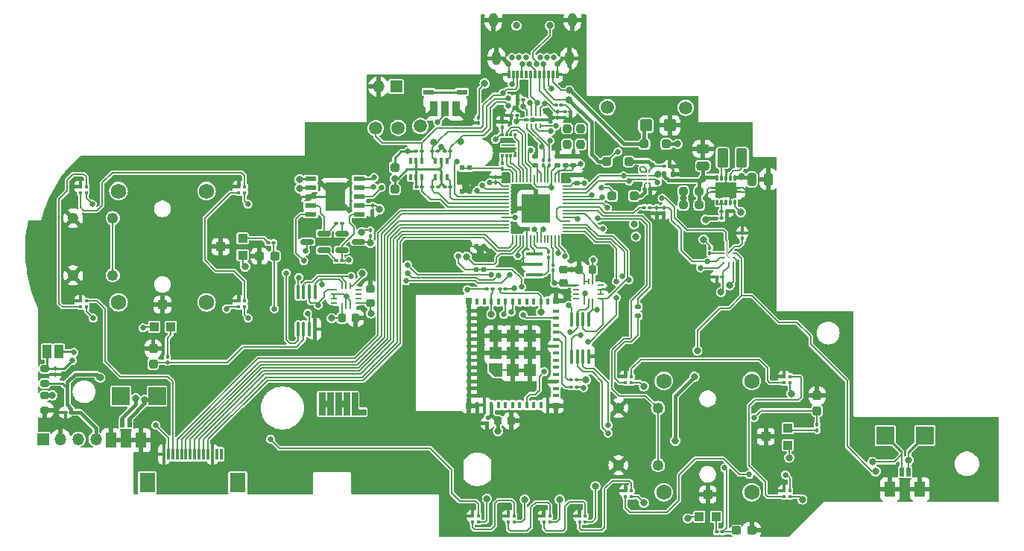
<source format=gbr>
G04 #@! TF.GenerationSoftware,KiCad,Pcbnew,8.0.3*
G04 #@! TF.CreationDate,2024-06-28T21:20:20-05:00*
G04 #@! TF.ProjectId,procon_gcc_main_pcb,70726f63-6f6e-45f6-9763-635f6d61696e,1*
G04 #@! TF.SameCoordinates,Original*
G04 #@! TF.FileFunction,Copper,L1,Top*
G04 #@! TF.FilePolarity,Positive*
%FSLAX46Y46*%
G04 Gerber Fmt 4.6, Leading zero omitted, Abs format (unit mm)*
G04 Created by KiCad (PCBNEW 8.0.3) date 2024-06-28 21:20:20*
%MOMM*%
%LPD*%
G01*
G04 APERTURE LIST*
G04 Aperture macros list*
%AMRoundRect*
0 Rectangle with rounded corners*
0 $1 Rounding radius*
0 $2 $3 $4 $5 $6 $7 $8 $9 X,Y pos of 4 corners*
0 Add a 4 corners polygon primitive as box body*
4,1,4,$2,$3,$4,$5,$6,$7,$8,$9,$2,$3,0*
0 Add four circle primitives for the rounded corners*
1,1,$1+$1,$2,$3*
1,1,$1+$1,$4,$5*
1,1,$1+$1,$6,$7*
1,1,$1+$1,$8,$9*
0 Add four rect primitives between the rounded corners*
20,1,$1+$1,$2,$3,$4,$5,0*
20,1,$1+$1,$4,$5,$6,$7,0*
20,1,$1+$1,$6,$7,$8,$9,0*
20,1,$1+$1,$8,$9,$2,$3,0*%
%AMFreePoly0*
4,1,14,0.728536,0.728536,0.730000,0.725000,0.730000,-0.725000,0.728536,-0.728536,0.725000,-0.730000,-0.725000,-0.730000,-0.728536,-0.728536,-0.730000,-0.725000,-0.730000,0.125000,-0.728536,0.128536,-0.128536,0.728536,-0.125000,0.730000,0.725000,0.730000,0.728536,0.728536,0.728536,0.728536,$1*%
%AMFreePoly1*
4,1,45,-0.121464,1.703536,-0.120000,1.700000,-0.120000,1.205000,0.120000,1.205000,0.120000,1.700000,0.121464,1.703536,0.125000,1.705000,0.375000,1.705000,0.378536,1.703536,0.380000,1.700000,0.380000,1.205000,0.825000,1.205000,0.828536,1.203536,0.830000,1.200000,0.830000,-1.200000,0.828536,-1.203536,0.825000,-1.205000,0.380000,-1.205000,0.380000,-1.700000,0.378536,-1.703536,
0.375000,-1.705000,0.125000,-1.705000,0.121464,-1.703536,0.120000,-1.700000,0.120000,-1.205000,-0.120000,-1.205000,-0.120000,-1.700000,-0.121464,-1.703536,-0.125000,-1.705000,-0.375000,-1.705000,-0.378536,-1.703536,-0.380000,-1.700000,-0.380000,-1.205000,-0.825000,-1.205000,-0.828536,-1.203536,-0.830000,-1.200000,-0.830000,1.200000,-0.828536,1.203536,-0.825000,1.205000,-0.380000,1.205000,
-0.380000,1.700000,-0.378536,1.703536,-0.375000,1.705000,-0.125000,1.705000,-0.121464,1.703536,-0.121464,1.703536,$1*%
G04 Aperture macros list end*
G04 #@! TA.AperFunction,EtchedComponent*
%ADD10C,0.050000*%
G04 #@! TD*
G04 #@! TA.AperFunction,SMDPad,CuDef*
%ADD11RoundRect,0.100000X-0.130000X-0.100000X0.130000X-0.100000X0.130000X0.100000X-0.130000X0.100000X0*%
G04 #@! TD*
G04 #@! TA.AperFunction,SMDPad,CuDef*
%ADD12RoundRect,0.250000X-0.250000X-0.475000X0.250000X-0.475000X0.250000X0.475000X-0.250000X0.475000X0*%
G04 #@! TD*
G04 #@! TA.AperFunction,SMDPad,CuDef*
%ADD13R,0.950000X1.700000*%
G04 #@! TD*
G04 #@! TA.AperFunction,SMDPad,CuDef*
%ADD14R,0.900000X1.700000*%
G04 #@! TD*
G04 #@! TA.AperFunction,SMDPad,CuDef*
%ADD15R,1.200000X0.600000*%
G04 #@! TD*
G04 #@! TA.AperFunction,SMDPad,CuDef*
%ADD16R,1.000000X1.000000*%
G04 #@! TD*
G04 #@! TA.AperFunction,SMDPad,CuDef*
%ADD17RoundRect,0.100000X-0.100000X0.130000X-0.100000X-0.130000X0.100000X-0.130000X0.100000X0.130000X0*%
G04 #@! TD*
G04 #@! TA.AperFunction,SMDPad,CuDef*
%ADD18R,0.370000X0.370000*%
G04 #@! TD*
G04 #@! TA.AperFunction,SMDPad,CuDef*
%ADD19RoundRect,0.225000X-0.250000X0.225000X-0.250000X-0.225000X0.250000X-0.225000X0.250000X0.225000X0*%
G04 #@! TD*
G04 #@! TA.AperFunction,SMDPad,CuDef*
%ADD20RoundRect,0.237500X-0.250000X-0.237500X0.250000X-0.237500X0.250000X0.237500X-0.250000X0.237500X0*%
G04 #@! TD*
G04 #@! TA.AperFunction,SMDPad,CuDef*
%ADD21RoundRect,0.140000X0.140000X0.170000X-0.140000X0.170000X-0.140000X-0.170000X0.140000X-0.170000X0*%
G04 #@! TD*
G04 #@! TA.AperFunction,SMDPad,CuDef*
%ADD22RoundRect,0.100000X0.100000X-0.130000X0.100000X0.130000X-0.100000X0.130000X-0.100000X-0.130000X0*%
G04 #@! TD*
G04 #@! TA.AperFunction,SMDPad,CuDef*
%ADD23RoundRect,0.237500X-0.237500X0.250000X-0.237500X-0.250000X0.237500X-0.250000X0.237500X0.250000X0*%
G04 #@! TD*
G04 #@! TA.AperFunction,SMDPad,CuDef*
%ADD24RoundRect,0.100000X0.100000X-0.712500X0.100000X0.712500X-0.100000X0.712500X-0.100000X-0.712500X0*%
G04 #@! TD*
G04 #@! TA.AperFunction,SMDPad,CuDef*
%ADD25RoundRect,0.237500X-0.237500X0.300000X-0.237500X-0.300000X0.237500X-0.300000X0.237500X0.300000X0*%
G04 #@! TD*
G04 #@! TA.AperFunction,SMDPad,CuDef*
%ADD26R,0.400000X0.650000*%
G04 #@! TD*
G04 #@! TA.AperFunction,SMDPad,CuDef*
%ADD27RoundRect,0.135000X0.185000X-0.135000X0.185000X0.135000X-0.185000X0.135000X-0.185000X-0.135000X0*%
G04 #@! TD*
G04 #@! TA.AperFunction,SMDPad,CuDef*
%ADD28RoundRect,0.237500X0.300000X0.237500X-0.300000X0.237500X-0.300000X-0.237500X0.300000X-0.237500X0*%
G04 #@! TD*
G04 #@! TA.AperFunction,SMDPad,CuDef*
%ADD29RoundRect,0.250000X0.250000X0.250000X-0.250000X0.250000X-0.250000X-0.250000X0.250000X-0.250000X0*%
G04 #@! TD*
G04 #@! TA.AperFunction,SMDPad,CuDef*
%ADD30RoundRect,0.100000X0.130000X0.100000X-0.130000X0.100000X-0.130000X-0.100000X0.130000X-0.100000X0*%
G04 #@! TD*
G04 #@! TA.AperFunction,ComponentPad*
%ADD31R,2.000000X2.000000*%
G04 #@! TD*
G04 #@! TA.AperFunction,SMDPad,CuDef*
%ADD32RoundRect,0.050000X-0.387500X-0.050000X0.387500X-0.050000X0.387500X0.050000X-0.387500X0.050000X0*%
G04 #@! TD*
G04 #@! TA.AperFunction,SMDPad,CuDef*
%ADD33RoundRect,0.050000X-0.050000X-0.387500X0.050000X-0.387500X0.050000X0.387500X-0.050000X0.387500X0*%
G04 #@! TD*
G04 #@! TA.AperFunction,SMDPad,CuDef*
%ADD34R,3.200000X3.200000*%
G04 #@! TD*
G04 #@! TA.AperFunction,SMDPad,CuDef*
%ADD35C,1.500000*%
G04 #@! TD*
G04 #@! TA.AperFunction,SMDPad,CuDef*
%ADD36R,0.400000X0.800000*%
G04 #@! TD*
G04 #@! TA.AperFunction,SMDPad,CuDef*
%ADD37R,0.800000X0.400000*%
G04 #@! TD*
G04 #@! TA.AperFunction,SMDPad,CuDef*
%ADD38R,1.450000X1.450000*%
G04 #@! TD*
G04 #@! TA.AperFunction,SMDPad,CuDef*
%ADD39R,0.700000X0.700000*%
G04 #@! TD*
G04 #@! TA.AperFunction,SMDPad,CuDef*
%ADD40FreePoly0,90.000000*%
G04 #@! TD*
G04 #@! TA.AperFunction,SMDPad,CuDef*
%ADD41RoundRect,0.140000X0.170000X-0.140000X0.170000X0.140000X-0.170000X0.140000X-0.170000X-0.140000X0*%
G04 #@! TD*
G04 #@! TA.AperFunction,SMDPad,CuDef*
%ADD42RoundRect,0.250000X-0.250000X-0.250000X0.250000X-0.250000X0.250000X0.250000X-0.250000X0.250000X0*%
G04 #@! TD*
G04 #@! TA.AperFunction,SMDPad,CuDef*
%ADD43RoundRect,0.007200X-0.112800X0.292800X-0.112800X-0.292800X0.112800X-0.292800X0.112800X0.292800X0*%
G04 #@! TD*
G04 #@! TA.AperFunction,SMDPad,CuDef*
%ADD44FreePoly1,270.000000*%
G04 #@! TD*
G04 #@! TA.AperFunction,SMDPad,CuDef*
%ADD45RoundRect,0.225000X0.225000X0.250000X-0.225000X0.250000X-0.225000X-0.250000X0.225000X-0.250000X0*%
G04 #@! TD*
G04 #@! TA.AperFunction,SMDPad,CuDef*
%ADD46C,0.230000*%
G04 #@! TD*
G04 #@! TA.AperFunction,SMDPad,CuDef*
%ADD47R,0.500000X1.000000*%
G04 #@! TD*
G04 #@! TA.AperFunction,SMDPad,CuDef*
%ADD48R,1.200000X1.700000*%
G04 #@! TD*
G04 #@! TA.AperFunction,SMDPad,CuDef*
%ADD49R,0.300000X0.400000*%
G04 #@! TD*
G04 #@! TA.AperFunction,HeatsinkPad*
%ADD50R,1.600000X0.200000*%
G04 #@! TD*
G04 #@! TA.AperFunction,SMDPad,CuDef*
%ADD51RoundRect,0.237500X-0.300000X-0.237500X0.300000X-0.237500X0.300000X0.237500X-0.300000X0.237500X0*%
G04 #@! TD*
G04 #@! TA.AperFunction,SMDPad,CuDef*
%ADD52RoundRect,0.250000X-0.450000X-0.425000X0.450000X-0.425000X0.450000X0.425000X-0.450000X0.425000X0*%
G04 #@! TD*
G04 #@! TA.AperFunction,SMDPad,CuDef*
%ADD53RoundRect,0.150000X-0.587500X-0.150000X0.587500X-0.150000X0.587500X0.150000X-0.587500X0.150000X0*%
G04 #@! TD*
G04 #@! TA.AperFunction,SMDPad,CuDef*
%ADD54R,1.000000X1.500000*%
G04 #@! TD*
G04 #@! TA.AperFunction,ComponentPad*
%ADD55R,1.350000X1.350000*%
G04 #@! TD*
G04 #@! TA.AperFunction,ComponentPad*
%ADD56O,1.350000X1.350000*%
G04 #@! TD*
G04 #@! TA.AperFunction,SMDPad,CuDef*
%ADD57R,1.900000X0.400000*%
G04 #@! TD*
G04 #@! TA.AperFunction,SMDPad,CuDef*
%ADD58RoundRect,0.225000X-0.225000X-0.250000X0.225000X-0.250000X0.225000X0.250000X-0.225000X0.250000X0*%
G04 #@! TD*
G04 #@! TA.AperFunction,SMDPad,CuDef*
%ADD59R,1.300000X0.600000*%
G04 #@! TD*
G04 #@! TA.AperFunction,HeatsinkPad*
%ADD60R,2.300000X3.200000*%
G04 #@! TD*
G04 #@! TA.AperFunction,ComponentPad*
%ADD61C,1.750000*%
G04 #@! TD*
G04 #@! TA.AperFunction,ComponentPad*
%ADD62C,1.250000*%
G04 #@! TD*
G04 #@! TA.AperFunction,SMDPad,CuDef*
%ADD63RoundRect,0.150000X0.587500X0.150000X-0.587500X0.150000X-0.587500X-0.150000X0.587500X-0.150000X0*%
G04 #@! TD*
G04 #@! TA.AperFunction,SMDPad,CuDef*
%ADD64R,0.500000X0.550000*%
G04 #@! TD*
G04 #@! TA.AperFunction,SMDPad,CuDef*
%ADD65RoundRect,0.140000X-0.170000X0.140000X-0.170000X-0.140000X0.170000X-0.140000X0.170000X0.140000X0*%
G04 #@! TD*
G04 #@! TA.AperFunction,SMDPad,CuDef*
%ADD66R,1.800000X2.200000*%
G04 #@! TD*
G04 #@! TA.AperFunction,SMDPad,CuDef*
%ADD67R,0.300000X1.300000*%
G04 #@! TD*
G04 #@! TA.AperFunction,SMDPad,CuDef*
%ADD68RoundRect,0.200000X-0.275000X0.200000X-0.275000X-0.200000X0.275000X-0.200000X0.275000X0.200000X0*%
G04 #@! TD*
G04 #@! TA.AperFunction,SMDPad,CuDef*
%ADD69R,0.300000X0.900000*%
G04 #@! TD*
G04 #@! TA.AperFunction,ComponentPad*
%ADD70C,0.650000*%
G04 #@! TD*
G04 #@! TA.AperFunction,ComponentPad*
%ADD71O,1.000000X1.600000*%
G04 #@! TD*
G04 #@! TA.AperFunction,SMDPad,CuDef*
%ADD72RoundRect,0.050000X0.075000X-0.225000X0.075000X0.225000X-0.075000X0.225000X-0.075000X-0.225000X0*%
G04 #@! TD*
G04 #@! TA.AperFunction,SMDPad,CuDef*
%ADD73RoundRect,0.050000X0.050000X-0.225000X0.050000X0.225000X-0.050000X0.225000X-0.050000X-0.225000X0*%
G04 #@! TD*
G04 #@! TA.AperFunction,SMDPad,CuDef*
%ADD74RoundRect,0.050000X0.250000X-0.100000X0.250000X0.100000X-0.250000X0.100000X-0.250000X-0.100000X0*%
G04 #@! TD*
G04 #@! TA.AperFunction,SMDPad,CuDef*
%ADD75C,0.165000*%
G04 #@! TD*
G04 #@! TA.AperFunction,SMDPad,CuDef*
%ADD76R,0.745000X0.280000*%
G04 #@! TD*
G04 #@! TA.AperFunction,SMDPad,CuDef*
%ADD77R,0.280000X0.745000*%
G04 #@! TD*
G04 #@! TA.AperFunction,SMDPad,CuDef*
%ADD78RoundRect,0.250000X-0.375000X-0.850000X0.375000X-0.850000X0.375000X0.850000X-0.375000X0.850000X0*%
G04 #@! TD*
G04 #@! TA.AperFunction,SMDPad,CuDef*
%ADD79RoundRect,0.250000X-0.250000X0.250000X-0.250000X-0.250000X0.250000X-0.250000X0.250000X0.250000X0*%
G04 #@! TD*
G04 #@! TA.AperFunction,SMDPad,CuDef*
%ADD80RoundRect,0.200000X0.275000X-0.200000X0.275000X0.200000X-0.275000X0.200000X-0.275000X-0.200000X0*%
G04 #@! TD*
G04 #@! TA.AperFunction,SMDPad,CuDef*
%ADD81RoundRect,0.250000X-0.475000X0.250000X-0.475000X-0.250000X0.475000X-0.250000X0.475000X0.250000X0*%
G04 #@! TD*
G04 #@! TA.AperFunction,ViaPad*
%ADD82C,0.800000*%
G04 #@! TD*
G04 #@! TA.AperFunction,ViaPad*
%ADD83C,0.650000*%
G04 #@! TD*
G04 #@! TA.AperFunction,Conductor*
%ADD84C,0.150000*%
G04 #@! TD*
G04 #@! TA.AperFunction,Conductor*
%ADD85C,0.400000*%
G04 #@! TD*
G04 #@! TA.AperFunction,Conductor*
%ADD86C,0.250000*%
G04 #@! TD*
G04 #@! TA.AperFunction,Conductor*
%ADD87C,0.200000*%
G04 #@! TD*
G04 #@! TA.AperFunction,Conductor*
%ADD88C,0.100000*%
G04 #@! TD*
G04 APERTURE END LIST*
D10*
X118516029Y-136903898D02*
X119469984Y-136903898D01*
X119469984Y-137573267D01*
X117883370Y-137573267D01*
X117883370Y-135020095D01*
X118516029Y-135020095D01*
X118516029Y-136903898D01*
G04 #@! TA.AperFunction,EtchedComponent*
G36*
X118516029Y-136903898D02*
G01*
X119469984Y-136903898D01*
X119469984Y-137573267D01*
X117883370Y-137573267D01*
X117883370Y-135020095D01*
X118516029Y-135020095D01*
X118516029Y-136903898D01*
G37*
G04 #@! TD.AperFunction*
X115750266Y-137573267D02*
X115069405Y-137573267D01*
X115069405Y-136605145D01*
X114829749Y-136605145D01*
X114829749Y-137573267D01*
X114144449Y-137573267D01*
X114144449Y-135020615D01*
X114827463Y-135020095D01*
X114827463Y-135942897D01*
X115069405Y-135942897D01*
X115069405Y-135020095D01*
X115750266Y-135020095D01*
X115750266Y-137573267D01*
G04 #@! TA.AperFunction,EtchedComponent*
G36*
X115750266Y-137573267D02*
G01*
X115069405Y-137573267D01*
X115069405Y-136605145D01*
X114829749Y-136605145D01*
X114829749Y-137573267D01*
X114144449Y-137573267D01*
X114144449Y-135020615D01*
X114827463Y-135020095D01*
X114827463Y-135942897D01*
X115069405Y-135942897D01*
X115069405Y-135020095D01*
X115750266Y-135020095D01*
X115750266Y-137573267D01*
G37*
G04 #@! TD.AperFunction*
X117600266Y-137573267D02*
X116919405Y-137573267D01*
X116919405Y-136605145D01*
X116679749Y-136605145D01*
X116679749Y-137573267D01*
X115994449Y-137573267D01*
X115994449Y-135020615D01*
X116677463Y-135020095D01*
X116677463Y-135942897D01*
X116919405Y-135942897D01*
X116919405Y-135020095D01*
X117600266Y-135020095D01*
X117600266Y-137573267D01*
G04 #@! TA.AperFunction,EtchedComponent*
G36*
X117600266Y-137573267D02*
G01*
X116919405Y-137573267D01*
X116919405Y-136605145D01*
X116679749Y-136605145D01*
X116679749Y-137573267D01*
X115994449Y-137573267D01*
X115994449Y-135020615D01*
X116677463Y-135020095D01*
X116677463Y-135942897D01*
X116919405Y-135942897D01*
X116919405Y-135020095D01*
X117600266Y-135020095D01*
X117600266Y-137573267D01*
G37*
G04 #@! TD.AperFunction*
D11*
X85360000Y-137280000D03*
X86000000Y-137280000D03*
D12*
X163320000Y-110770000D03*
X165220000Y-110770000D03*
D13*
X127208519Y-102740000D03*
D14*
X128483519Y-102740000D03*
D13*
X129758519Y-102740000D03*
D15*
X126583519Y-100840000D03*
X130383519Y-100840000D03*
D16*
X105477000Y-119382600D03*
X105477000Y-117482600D03*
X102977000Y-118432600D03*
D17*
X139611100Y-108543094D03*
X139611100Y-109183094D03*
D18*
X166985200Y-133857000D03*
X167655200Y-133857000D03*
X167655200Y-133187000D03*
X166985200Y-133187000D03*
D19*
X120018689Y-123258755D03*
X120018689Y-124808755D03*
D20*
X155527500Y-113670000D03*
X157352500Y-113670000D03*
D21*
X154356400Y-110163000D03*
X153396400Y-110163000D03*
D22*
X170739623Y-139288477D03*
X170739623Y-138648477D03*
D23*
X142350000Y-104987500D03*
X142350000Y-106812500D03*
D24*
X111750200Y-127791700D03*
X112400200Y-127791700D03*
X113050200Y-127791700D03*
X113700200Y-127791700D03*
X113700200Y-123566700D03*
X113050200Y-123566700D03*
X112400200Y-123566700D03*
X111750200Y-123566700D03*
D25*
X95317457Y-130017891D03*
X95317457Y-131742891D03*
D26*
X124546600Y-110556100D03*
X125196600Y-110556100D03*
X125846600Y-110556100D03*
X125846600Y-108656100D03*
X125196600Y-108656100D03*
X124546600Y-108656100D03*
D27*
X150418800Y-126290800D03*
X150418800Y-125270800D03*
D11*
X142807000Y-133583600D03*
X143447000Y-133583600D03*
D28*
X163312504Y-150698757D03*
X161587504Y-150698757D03*
D18*
X87042000Y-112267600D03*
X87712000Y-112267600D03*
X87712000Y-111597600D03*
X87042000Y-111597600D03*
D29*
X149352626Y-108746930D03*
X146852626Y-108746930D03*
D30*
X127660800Y-111612700D03*
X127020800Y-111612700D03*
D22*
X134950900Y-104884294D03*
X134950900Y-104244294D03*
D31*
X178480000Y-139910000D03*
D22*
X152550000Y-114630000D03*
X152550000Y-113990000D03*
D32*
X135348200Y-111508094D03*
X135348200Y-111908094D03*
X135348200Y-112308094D03*
X135348200Y-112708094D03*
X135348200Y-113108094D03*
X135348200Y-113508094D03*
X135348200Y-113908094D03*
X135348200Y-114308094D03*
X135348200Y-114708094D03*
X135348200Y-115108094D03*
X135348200Y-115508094D03*
X135348200Y-115908094D03*
X135348200Y-116308094D03*
X135348200Y-116708094D03*
D33*
X136185700Y-117545594D03*
X136585700Y-117545594D03*
X136985700Y-117545594D03*
X137385700Y-117545594D03*
X137785700Y-117545594D03*
X138185700Y-117545594D03*
X138585700Y-117545594D03*
X138985700Y-117545594D03*
X139385700Y-117545594D03*
X139785700Y-117545594D03*
X140185700Y-117545594D03*
X140585700Y-117545594D03*
X140985700Y-117545594D03*
X141385700Y-117545594D03*
D32*
X142223200Y-116708094D03*
X142223200Y-116308094D03*
X142223200Y-115908094D03*
X142223200Y-115508094D03*
X142223200Y-115108094D03*
X142223200Y-114708094D03*
X142223200Y-114308094D03*
X142223200Y-113908094D03*
X142223200Y-113508094D03*
X142223200Y-113108094D03*
X142223200Y-112708094D03*
X142223200Y-112308094D03*
X142223200Y-111908094D03*
X142223200Y-111508094D03*
D33*
X141385700Y-110670594D03*
X140985700Y-110670594D03*
X140585700Y-110670594D03*
X140185700Y-110670594D03*
X139785700Y-110670594D03*
X139385700Y-110670594D03*
X138985700Y-110670594D03*
X138585700Y-110670594D03*
X138185700Y-110670594D03*
X137785700Y-110670594D03*
X137385700Y-110670594D03*
X136985700Y-110670594D03*
X136585700Y-110670594D03*
X136185700Y-110670594D03*
D34*
X138785700Y-114108094D03*
D18*
X105042000Y-125267600D03*
X105712000Y-125267600D03*
X105712000Y-124597600D03*
X105042000Y-124597600D03*
D35*
X146930000Y-102570000D03*
D36*
X132144200Y-136448800D03*
X132944200Y-136448800D03*
X133744200Y-136448800D03*
X134544200Y-136448800D03*
X135344200Y-136448800D03*
X136144200Y-136448800D03*
X136944200Y-136448800D03*
X137744200Y-136448800D03*
X138544200Y-136448800D03*
X139344200Y-136448800D03*
X140144200Y-136448800D03*
D37*
X141044200Y-135348800D03*
X141044200Y-134548800D03*
X141044200Y-133748800D03*
X141044200Y-132948800D03*
X141044200Y-132148800D03*
X141044200Y-131348800D03*
X141044200Y-130548800D03*
X141044200Y-129748800D03*
X141044200Y-128948800D03*
X141044200Y-128148800D03*
X141044200Y-127348800D03*
X141044200Y-126548800D03*
X141044200Y-125748800D03*
D36*
X140144200Y-124648800D03*
X139344200Y-124648800D03*
X138544200Y-124648800D03*
X137744200Y-124648800D03*
X136944200Y-124648800D03*
X136144200Y-124648800D03*
X135344200Y-124648800D03*
X134544200Y-124648800D03*
X133744200Y-124648800D03*
X132944200Y-124648800D03*
X132144200Y-124648800D03*
D37*
X131244200Y-125748800D03*
X131244200Y-126548800D03*
X131244200Y-127348800D03*
X131244200Y-128148800D03*
X131244200Y-128948800D03*
X131244200Y-129748800D03*
X131244200Y-130548800D03*
X131244200Y-131348800D03*
X131244200Y-132148800D03*
X131244200Y-132948800D03*
X131244200Y-133748800D03*
X131244200Y-134548800D03*
X131244200Y-135348800D03*
D38*
X136144200Y-130548800D03*
D39*
X131194200Y-124598800D03*
X141094200Y-124598800D03*
X141094200Y-136498800D03*
X131194200Y-136498800D03*
D38*
X136144200Y-132498800D03*
X138094200Y-132498800D03*
X138094200Y-130548800D03*
X138094200Y-128598800D03*
X136144200Y-128598800D03*
X134194200Y-128598800D03*
X134194200Y-130548800D03*
D40*
X134194200Y-132498800D03*
D41*
X142151100Y-109137294D03*
X142151100Y-108177294D03*
D11*
X125206800Y-111612700D03*
X125846800Y-111612700D03*
D42*
X147441600Y-112649000D03*
X149941600Y-112649000D03*
D31*
X91623896Y-135440000D03*
D22*
X153325000Y-114630000D03*
X153325000Y-113990000D03*
D18*
X143746226Y-149724357D03*
X144416226Y-149724357D03*
X144416226Y-149054357D03*
X143746226Y-149054357D03*
D29*
X153610000Y-106740000D03*
X151110000Y-106740000D03*
D22*
X134251700Y-111164294D03*
X134251700Y-110524294D03*
D35*
X123164600Y-104927400D03*
D17*
X141274800Y-103108800D03*
X141274800Y-103748800D03*
D11*
X125181400Y-107599500D03*
X125821400Y-107599500D03*
D30*
X159995000Y-121875000D03*
X159355000Y-121875000D03*
X143447000Y-134396400D03*
X142807000Y-134396400D03*
D22*
X158550000Y-119195000D03*
X158550000Y-118555000D03*
D11*
X116143023Y-119981101D03*
X116783023Y-119981101D03*
D43*
X161400000Y-110600000D03*
X160900000Y-110600000D03*
X160400000Y-110600000D03*
X159900000Y-110600000D03*
X159400000Y-110600000D03*
X159400000Y-113400000D03*
X159900000Y-113400000D03*
X160400000Y-113400000D03*
X160900000Y-113400000D03*
X161400000Y-113400000D03*
D44*
X160400000Y-112000000D03*
D20*
X155527500Y-112140000D03*
X157352500Y-112140000D03*
D45*
X118314100Y-126547002D03*
X116764100Y-126547002D03*
D16*
X157370200Y-149122000D03*
X159270200Y-149122000D03*
X158320200Y-146622000D03*
D17*
X140322300Y-108543094D03*
X140322300Y-109183094D03*
X162250000Y-116870000D03*
X162250000Y-117510000D03*
D46*
X151288800Y-109969400D03*
X151688800Y-109969400D03*
X151288800Y-110369400D03*
X151688800Y-110369400D03*
X151288800Y-110769400D03*
X151688800Y-110769400D03*
X151288800Y-111169400D03*
X151688800Y-111169400D03*
D47*
X91840000Y-138495000D03*
X92640000Y-138495000D03*
D48*
X90540000Y-140445000D03*
X93940000Y-140445000D03*
D49*
X134949500Y-108081894D03*
X135449500Y-108081894D03*
X135949500Y-108081894D03*
X136449500Y-108081894D03*
X136449500Y-105681894D03*
X135949500Y-105681894D03*
X135449500Y-105681894D03*
X134949500Y-105681894D03*
D50*
X135699500Y-106881894D03*
D51*
X107418809Y-119497056D03*
X109143809Y-119497056D03*
D47*
X180330000Y-144055000D03*
X181130000Y-144055000D03*
D48*
X179030000Y-146005000D03*
X182430000Y-146005000D03*
D11*
X142072400Y-103073200D03*
X142712400Y-103073200D03*
D52*
X151310000Y-104640000D03*
X154010000Y-104640000D03*
D18*
X148985200Y-146857000D03*
X149655200Y-146857000D03*
X149655200Y-146187000D03*
X148985200Y-146187000D03*
D53*
X116744723Y-116922901D03*
X116744723Y-118822901D03*
X118619723Y-117872901D03*
D54*
X83271600Y-130352800D03*
X84571600Y-130352800D03*
D19*
X141938323Y-121038129D03*
X141938323Y-122588129D03*
D55*
X82810000Y-140310000D03*
D56*
X84810000Y-140310000D03*
X86810000Y-140310000D03*
X88810000Y-140310000D03*
D11*
X136738400Y-101752400D03*
X137378400Y-101752400D03*
D22*
X134975600Y-109564094D03*
X134975600Y-108924094D03*
D11*
X116132423Y-115764701D03*
X116772423Y-115764701D03*
D57*
X138595100Y-119236494D03*
X138595100Y-120436494D03*
X138595100Y-121636494D03*
D41*
X143471900Y-111197294D03*
X143471900Y-110237294D03*
D18*
X105042000Y-112267600D03*
X105712000Y-112267600D03*
X105712000Y-111597600D03*
X105042000Y-111597600D03*
D30*
X136641800Y-103505000D03*
X136001800Y-103505000D03*
D58*
X134454600Y-138226800D03*
X136004600Y-138226800D03*
D25*
X170738456Y-135352081D03*
X170738456Y-137077081D03*
D17*
X84175600Y-132329400D03*
X84175600Y-132969400D03*
D18*
X166985200Y-146857000D03*
X167655200Y-146857000D03*
X167655200Y-146187000D03*
X166985200Y-146187000D03*
D26*
X127391400Y-110556100D03*
X128041400Y-110556100D03*
X128691400Y-110556100D03*
X128691400Y-108656100D03*
X128041400Y-108656100D03*
X127391400Y-108656100D03*
D59*
X113227302Y-110726102D03*
X113227302Y-111726102D03*
X113227302Y-112726102D03*
X113227302Y-113726102D03*
X113227302Y-114726102D03*
X118727302Y-114726102D03*
X118727302Y-113726102D03*
X118727302Y-112726102D03*
X118727302Y-111726102D03*
X118727302Y-110726102D03*
D60*
X115977302Y-112726102D03*
D11*
X159325629Y-150847756D03*
X159965629Y-150847756D03*
D61*
X153320200Y-133697000D03*
X153320200Y-146347000D03*
X163320200Y-133697000D03*
X163320200Y-146347000D03*
D62*
X152670200Y-136772000D03*
X152670200Y-143272000D03*
X148170200Y-136772000D03*
X148170200Y-143272000D03*
D63*
X114708123Y-118822901D03*
X114708123Y-116922901D03*
X112833123Y-117872901D03*
D30*
X133873200Y-123266200D03*
X133233200Y-123266200D03*
D64*
X130435400Y-112119800D03*
X131235400Y-112119800D03*
X130435400Y-109469800D03*
X131235400Y-109469800D03*
D16*
X95427000Y-127532600D03*
X97327000Y-127532600D03*
X96377000Y-125032600D03*
D11*
X108365401Y-117977059D03*
X109005401Y-117977059D03*
D58*
X143678194Y-121060800D03*
X145228194Y-121060800D03*
D65*
X143065500Y-108177294D03*
X143065500Y-109137294D03*
D11*
X153353200Y-109274000D03*
X153993200Y-109274000D03*
D22*
X140703300Y-121121094D03*
X140703300Y-120481094D03*
D17*
X120225902Y-113736302D03*
X120225902Y-114376302D03*
D65*
X138747500Y-108179894D03*
X138747500Y-109139894D03*
D55*
X122920000Y-100228400D03*
D56*
X120920000Y-100228400D03*
D18*
X135646226Y-149724357D03*
X136316226Y-149724357D03*
X136316226Y-149054357D03*
X135646226Y-149054357D03*
D35*
X120599200Y-104952800D03*
D65*
X141236700Y-108179894D03*
X141236700Y-109139894D03*
D66*
X104940000Y-145280000D03*
X94640000Y-145280000D03*
D67*
X103040000Y-142030000D03*
X102540000Y-142030000D03*
X102040000Y-142030000D03*
X101540000Y-142030000D03*
X101040000Y-142030000D03*
X100540000Y-142030000D03*
X100040000Y-142030000D03*
X99540000Y-142030000D03*
X99040000Y-142030000D03*
X98540000Y-142030000D03*
X98040000Y-142030000D03*
X97540000Y-142030000D03*
X97040000Y-142030000D03*
X96540000Y-142030000D03*
D35*
X155810000Y-102620000D03*
X125679200Y-104724200D03*
D68*
X83007200Y-132321800D03*
X83007200Y-133971800D03*
D30*
X127624800Y-107599500D03*
X126984800Y-107599500D03*
D69*
X141210000Y-98835000D03*
X140710000Y-98835000D03*
X140210000Y-98835000D03*
X139710000Y-98835000D03*
X139210000Y-98835000D03*
X138710000Y-98835000D03*
X138210000Y-98835000D03*
X137710000Y-98835000D03*
X137210000Y-98835000D03*
X136710000Y-98835000D03*
X136210000Y-98835000D03*
X135710000Y-98835000D03*
D70*
X135660000Y-97625000D03*
X136060000Y-96925000D03*
X136860000Y-96925000D03*
X137260000Y-97625000D03*
X137660000Y-96925000D03*
X138060000Y-97625000D03*
X138860000Y-97625000D03*
X139260000Y-96925000D03*
X139660000Y-97625000D03*
X140060000Y-96925000D03*
X140860000Y-96925000D03*
X141260000Y-97625000D03*
D71*
X142950000Y-92635000D03*
X142590000Y-97025000D03*
X134330000Y-97025000D03*
X133970000Y-92635000D03*
D72*
X137807000Y-104688000D03*
D73*
X138307000Y-104688000D03*
X138807000Y-104688000D03*
D72*
X139307000Y-104688000D03*
D74*
X139457000Y-104013000D03*
D72*
X139307000Y-103338000D03*
D73*
X138807000Y-103338000D03*
X138307000Y-103338000D03*
D72*
X137807000Y-103338000D03*
D74*
X137657000Y-104013000D03*
D24*
X142865200Y-130915900D03*
X143515200Y-130915900D03*
X144165200Y-130915900D03*
X144815200Y-130915900D03*
X144815200Y-126690900D03*
X144165200Y-126690900D03*
X143515200Y-126690900D03*
X142865200Y-126690900D03*
D64*
X132861000Y-118385200D03*
X132061000Y-118385200D03*
X132861000Y-121035200D03*
X132061000Y-121035200D03*
D11*
X128432600Y-107599500D03*
X129072600Y-107599500D03*
D22*
X140220700Y-119664294D03*
X140220700Y-119024294D03*
D17*
X96933652Y-130932363D03*
X96933652Y-131572363D03*
D22*
X133248400Y-138521400D03*
X133248400Y-137881400D03*
D18*
X87042000Y-125267600D03*
X87712000Y-125267600D03*
X87712000Y-124597600D03*
X87042000Y-124597600D03*
D75*
X160200000Y-119200000D03*
X160700000Y-119200000D03*
X161200000Y-119200000D03*
X160200000Y-119700000D03*
X160700000Y-119700000D03*
X161200000Y-119700000D03*
X160200000Y-120200000D03*
X160700000Y-120200000D03*
X161200000Y-120200000D03*
D76*
X146159800Y-124295600D03*
X146159800Y-123795600D03*
X146159800Y-123295600D03*
X146159800Y-122795600D03*
D77*
X145261800Y-122397600D03*
X144761800Y-122397600D03*
X144261800Y-122397600D03*
D76*
X143363800Y-122795600D03*
X143363800Y-123295600D03*
X143363800Y-123795600D03*
X143363800Y-124295600D03*
D77*
X144261800Y-124693600D03*
X144761800Y-124693600D03*
X145261800Y-124693600D03*
D11*
X128443200Y-111612700D03*
X129083200Y-111612700D03*
D23*
X143870000Y-104987500D03*
X143870000Y-106812500D03*
D11*
X151143400Y-111864800D03*
X151783400Y-111864800D03*
D18*
X131596226Y-149724357D03*
X132266226Y-149724357D03*
X132266226Y-149054357D03*
X131596226Y-149054357D03*
D76*
X115841200Y-123303600D03*
X115841200Y-123803600D03*
X115841200Y-124303600D03*
X115841200Y-124803600D03*
D77*
X116739200Y-125201600D03*
X117239200Y-125201600D03*
X117739200Y-125201600D03*
D76*
X118637200Y-124803600D03*
X118637200Y-124303600D03*
X118637200Y-123803600D03*
X118637200Y-123303600D03*
D77*
X117739200Y-122905600D03*
X117239200Y-122905600D03*
X116739200Y-122905600D03*
D78*
X160015000Y-108340000D03*
X162165000Y-108340000D03*
D17*
X132257800Y-103718400D03*
X132257800Y-104358400D03*
D61*
X91377000Y-112107600D03*
X91377000Y-124757600D03*
X101377000Y-112107600D03*
X101377000Y-124757600D03*
D62*
X90727000Y-115182600D03*
X90727000Y-121682600D03*
X86227000Y-115182600D03*
X86227000Y-121682600D03*
D30*
X160538077Y-114402950D03*
X159898077Y-114402950D03*
D79*
X122758200Y-109392400D03*
X122758200Y-111892400D03*
D16*
X167420200Y-140972000D03*
X167420200Y-139072000D03*
X164920200Y-140022000D03*
D80*
X83007200Y-137007600D03*
X83007200Y-135357600D03*
D11*
X159258348Y-115214226D03*
X159898348Y-115214226D03*
D18*
X148985200Y-133857000D03*
X149655200Y-133857000D03*
X149655200Y-133187000D03*
X148985200Y-133187000D03*
X139696226Y-149724357D03*
X140366226Y-149724357D03*
X140366226Y-149054357D03*
X139696226Y-149054357D03*
D30*
X151732400Y-113958800D03*
X151092400Y-113958800D03*
D31*
X95740000Y-135410000D03*
X182980000Y-139910000D03*
D81*
X157782026Y-107324670D03*
X157782026Y-109224670D03*
D11*
X141056400Y-102311200D03*
X141696400Y-102311200D03*
D17*
X120019023Y-116562301D03*
X120019023Y-117202301D03*
D30*
X135346400Y-123266200D03*
X134706400Y-123266200D03*
D82*
X133240000Y-147070000D03*
X145570000Y-145690000D03*
X120040000Y-126000000D03*
D83*
X142494000Y-125095000D03*
D82*
X156032200Y-149326600D03*
D83*
X136296400Y-123139200D03*
D82*
X167843200Y-135153400D03*
D83*
X140926929Y-122588129D03*
X120396000Y-110566200D03*
D82*
X169062400Y-147167600D03*
D83*
X111861600Y-121920000D03*
D82*
X134493000Y-139395200D03*
X119006702Y-116774102D03*
D83*
X136448800Y-115112800D03*
D82*
X141510000Y-147190000D03*
D83*
X106095800Y-126542800D03*
X138208690Y-107452022D03*
D82*
X157850000Y-117600000D03*
D83*
X94157800Y-127660400D03*
X138620500Y-116483094D03*
D82*
X122783600Y-110693200D03*
D83*
X144297400Y-111201200D03*
D82*
X151053800Y-147548600D03*
D83*
X145313400Y-119964200D03*
X88519000Y-126568200D03*
X106070400Y-113588800D03*
X134213600Y-106222800D03*
X88392000Y-113614200D03*
X133553200Y-111150400D03*
D82*
X115595400Y-126568200D03*
X167563800Y-142417800D03*
X105765600Y-120675400D03*
X162080000Y-114510000D03*
X121031000Y-114173000D03*
D83*
X136555272Y-104215215D03*
X143520073Y-115278056D03*
D82*
X162175896Y-110478591D03*
D83*
X95590000Y-138710000D03*
X131013200Y-123317000D03*
D82*
X137540000Y-147190000D03*
X159825000Y-123600000D03*
X155810000Y-102620000D03*
D83*
X143891000Y-109042200D03*
D82*
X151053800Y-134289800D03*
D83*
X151025000Y-107950000D03*
X142824200Y-121038129D03*
D82*
X159607099Y-112015147D03*
D83*
X148960000Y-104480000D03*
X137072363Y-121131594D03*
D82*
X161199272Y-112009786D03*
D83*
X95710000Y-139780000D03*
X156420000Y-117370000D03*
D82*
X131191000Y-118135400D03*
D83*
X134277100Y-107339094D03*
X111836200Y-113030000D03*
X150266400Y-119405400D03*
X132892800Y-110591600D03*
X155650000Y-109800000D03*
X120421400Y-115366800D03*
X144110000Y-108170000D03*
X154320000Y-116370000D03*
X140588129Y-103784400D03*
D82*
X165227000Y-112242600D03*
D83*
X157430000Y-105660000D03*
X153350000Y-111675000D03*
X138988800Y-122834400D03*
X147040600Y-123240800D03*
X117246400Y-124079000D03*
D82*
X131394200Y-104241600D03*
D83*
X144297400Y-110109000D03*
X138214403Y-106526609D03*
X148425000Y-103625000D03*
X138785600Y-114096800D03*
X124231400Y-107599500D03*
X128016000Y-107091500D03*
D82*
X142570200Y-100660200D03*
D83*
X139661900Y-116432294D03*
X140552529Y-111680482D03*
X135661400Y-102387400D03*
X136093200Y-99923600D03*
D82*
X125722725Y-104956086D03*
X130199837Y-106444519D03*
X127177237Y-106529446D03*
X123215400Y-105206800D03*
D83*
X140589000Y-100482400D03*
X135686800Y-101523800D03*
X138105188Y-102039497D03*
X142350000Y-104987500D03*
D82*
X136575800Y-93294200D03*
D83*
X139802765Y-102180015D03*
X145144807Y-112533218D03*
D82*
X157782026Y-110690426D03*
X152657200Y-110163000D03*
X154910000Y-106750000D03*
X158055736Y-115366800D03*
X89310000Y-133330000D03*
D83*
X152618203Y-111081857D03*
X138957046Y-102068159D03*
D82*
X140360400Y-93294200D03*
D83*
X143870000Y-104987500D03*
X135026400Y-100965000D03*
D82*
X120599200Y-105257600D03*
X132969000Y-99872800D03*
D83*
X112852200Y-126009400D03*
X109093000Y-125476000D03*
X146989800Y-139623800D03*
X160248600Y-143586200D03*
X146989800Y-138709400D03*
X163626800Y-137845800D03*
X167132000Y-144373600D03*
X163042600Y-144348200D03*
X136753600Y-119430800D03*
X133705600Y-121640600D03*
X124219200Y-120510800D03*
X114054979Y-125077210D03*
X149387551Y-122193703D03*
X103657400Y-125476000D03*
X108650000Y-140330000D03*
X129794000Y-108762800D03*
X127641468Y-104273468D03*
X132723174Y-111472425D03*
X146253200Y-111709200D03*
X145808515Y-115208631D03*
X86309200Y-130450000D03*
X124080000Y-122310000D03*
X135813800Y-121640600D03*
D82*
X119075200Y-121488200D03*
D83*
X142113000Y-119532400D03*
X147955000Y-124206000D03*
X147929600Y-122377200D03*
X117830600Y-121793000D03*
X142671800Y-128168400D03*
X144754600Y-129235200D03*
X148590000Y-121793000D03*
X145745200Y-125628400D03*
X114477800Y-122707400D03*
X141325600Y-119151400D03*
X124204300Y-121435700D03*
X134569200Y-121666000D03*
X110413800Y-121412000D03*
X143891000Y-128447800D03*
X146380000Y-116380000D03*
X144373600Y-123698000D03*
X146912549Y-114022382D03*
D82*
X142544800Y-101727000D03*
D83*
X146930000Y-102570000D03*
X148107400Y-107645200D03*
X137367240Y-102463027D03*
X132089527Y-112088469D03*
X144221200Y-134467600D03*
X117551200Y-119964200D03*
D82*
X130911600Y-119557800D03*
D83*
X139750800Y-132638800D03*
D82*
X119983925Y-118022388D03*
D83*
X137337800Y-126161800D03*
X137160000Y-122986800D03*
X112649000Y-118922800D03*
X129971800Y-119481600D03*
D82*
X150164800Y-117271800D03*
D83*
X148767800Y-110369400D03*
X157475000Y-120825000D03*
D82*
X139344400Y-125831600D03*
D83*
X149377400Y-110972600D03*
D82*
X149936200Y-115900200D03*
D83*
X153140000Y-112920000D03*
D82*
X133731000Y-126136400D03*
D83*
X112420400Y-120015000D03*
D82*
X144475200Y-133578600D03*
D83*
X140470827Y-105311470D03*
D82*
X111963200Y-110777800D03*
D83*
X141058451Y-104693756D03*
D82*
X111963200Y-111827800D03*
D83*
X135991600Y-125857000D03*
X121234200Y-111709200D03*
X120370600Y-111658400D03*
X135153400Y-126136400D03*
X142350000Y-106813850D03*
X139497933Y-107031003D03*
X143870000Y-106812500D03*
X140380000Y-106390000D03*
X86130000Y-131360000D03*
D82*
X83870800Y-135331200D03*
D83*
X146366405Y-112789152D03*
X158300000Y-120125000D03*
D82*
X160825000Y-122800000D03*
X93360000Y-135680000D03*
X177030000Y-142910000D03*
X177390000Y-143960000D03*
X94380000Y-135840000D03*
X181150000Y-142680000D03*
X157124400Y-130225800D03*
X154635200Y-140487400D03*
X156794200Y-133223000D03*
X155528941Y-112932354D03*
D83*
X152027395Y-109166476D03*
D84*
X101540000Y-140369600D02*
X101540000Y-142030000D01*
X108280200Y-133629400D02*
X101540000Y-140369600D01*
X119176800Y-133629400D02*
X108280200Y-133629400D01*
X123367800Y-117881400D02*
X123367800Y-129438400D01*
X132900226Y-117418600D02*
X123830600Y-117418600D01*
X134373426Y-118891800D02*
X132900226Y-117418600D01*
X135898599Y-118891800D02*
X134373426Y-118891800D01*
X123830600Y-117418600D02*
X123367800Y-117881400D01*
X123367800Y-129438400D02*
X119176800Y-133629400D01*
X136585700Y-118204699D02*
X135898599Y-118891800D01*
X136585700Y-117545594D02*
X136585700Y-118204699D01*
X108127800Y-133273800D02*
X101040000Y-140361600D01*
X101040000Y-140361600D02*
X101040000Y-142030000D01*
X119037426Y-133273800D02*
X108127800Y-133273800D01*
X123017800Y-129293426D02*
X119037426Y-133273800D01*
X123017800Y-117723400D02*
X123017800Y-129293426D01*
X123672600Y-117068600D02*
X123017800Y-117723400D01*
X133045200Y-117068600D02*
X123672600Y-117068600D01*
X135748994Y-118541800D02*
X134518400Y-118541800D01*
X134518400Y-118541800D02*
X133045200Y-117068600D01*
X136185700Y-118105094D02*
X135748994Y-118541800D01*
X136185700Y-117545594D02*
X136185700Y-118105094D01*
X100540000Y-140353600D02*
X100540000Y-142030000D01*
X107975400Y-132918200D02*
X100540000Y-140353600D01*
X122656600Y-129159000D02*
X118897400Y-132918200D01*
X122656600Y-117589626D02*
X122656600Y-129159000D01*
X118897400Y-132918200D02*
X107975400Y-132918200D01*
X123538132Y-116708094D02*
X122656600Y-117589626D01*
X135348200Y-116708094D02*
X123538132Y-116708094D01*
X107823000Y-132562600D02*
X100040000Y-140345600D01*
X118758026Y-132562600D02*
X107823000Y-132562600D01*
X122306600Y-117444000D02*
X122306600Y-129014026D01*
X123442506Y-116308094D02*
X122306600Y-117444000D01*
X122306600Y-129014026D02*
X118758026Y-132562600D01*
X100040000Y-140345600D02*
X100040000Y-142030000D01*
X135348200Y-116308094D02*
X123442506Y-116308094D01*
X99540000Y-140337600D02*
X99540000Y-142030000D01*
X107670600Y-132207000D02*
X99540000Y-140337600D01*
X118618652Y-132207000D02*
X107670600Y-132207000D01*
X121956600Y-117286000D02*
X121956600Y-128869052D01*
X121956600Y-128869052D02*
X118618652Y-132207000D01*
X123334506Y-115908094D02*
X121956600Y-117286000D01*
X135348200Y-115908094D02*
X123334506Y-115908094D01*
X99040000Y-140329600D02*
X99040000Y-142030000D01*
X121589800Y-128740878D02*
X118479278Y-131851400D01*
X118479278Y-131851400D02*
X107518200Y-131851400D01*
X121589800Y-117144800D02*
X121589800Y-128740878D01*
X107518200Y-131851400D02*
X99040000Y-140329600D01*
X123226506Y-115508094D02*
X121589800Y-117144800D01*
X135348200Y-115508094D02*
X123226506Y-115508094D01*
X121234200Y-128600200D02*
X118338600Y-131495800D01*
X107365800Y-131495800D02*
X98540000Y-140321600D01*
X121234200Y-116992400D02*
X121234200Y-128600200D01*
X118338600Y-131495800D02*
X107365800Y-131495800D01*
X98540000Y-140321600D02*
X98540000Y-142030000D01*
X123518506Y-114708094D02*
X121234200Y-116992400D01*
X135348200Y-114708094D02*
X123518506Y-114708094D01*
X107213400Y-131140200D02*
X98040000Y-140313600D01*
X98040000Y-140313600D02*
X98040000Y-142030000D01*
X118199226Y-131140200D02*
X107213400Y-131140200D01*
X120878600Y-128460826D02*
X118199226Y-131140200D01*
X123410506Y-114308094D02*
X120878600Y-116840000D01*
X135348200Y-114308094D02*
X123410506Y-114308094D01*
X120878600Y-116840000D02*
X120878600Y-128460826D01*
X96977600Y-133197600D02*
X97540000Y-133760000D01*
X91567000Y-133197600D02*
X96977600Y-133197600D01*
X89839800Y-131470400D02*
X91567000Y-133197600D01*
X88961400Y-124597600D02*
X89839800Y-125476000D01*
X87712000Y-124597600D02*
X88961400Y-124597600D01*
X89839800Y-125476000D02*
X89839800Y-131470400D01*
X97540000Y-133760000D02*
X97540000Y-142030000D01*
X97040000Y-140160000D02*
X97040000Y-142030000D01*
X95590000Y-138710000D02*
X97040000Y-140160000D01*
X96540000Y-140610000D02*
X96540000Y-142030000D01*
X95710000Y-139780000D02*
X96540000Y-140610000D01*
D85*
X94380000Y-135840000D02*
X94380000Y-136210000D01*
X94380000Y-136210000D02*
X92640000Y-137950000D01*
X92640000Y-137950000D02*
X92640000Y-138495000D01*
X91840000Y-137840000D02*
X91840000Y-138495000D01*
X93360000Y-136320000D02*
X91840000Y-137840000D01*
X93360000Y-135680000D02*
X93360000Y-136320000D01*
D86*
X126583519Y-100840000D02*
X130383519Y-100840000D01*
X124175500Y-109606100D02*
X125196600Y-109606100D01*
D87*
X143352017Y-115110000D02*
X142225106Y-115110000D01*
X145228194Y-120049406D02*
X145313400Y-119964200D01*
D84*
X119218503Y-116562301D02*
X119006702Y-116774102D01*
D86*
X128041400Y-110556100D02*
X128041400Y-111210900D01*
X127812800Y-109606100D02*
X128041400Y-109377500D01*
D87*
X134950900Y-104884294D02*
X134950900Y-105680494D01*
X138747500Y-109139894D02*
X138985700Y-109378094D01*
D85*
X162300000Y-110502417D02*
X161487325Y-110502417D01*
D84*
X105712000Y-125267600D02*
X105712000Y-126159000D01*
D85*
X133248400Y-137881400D02*
X133390600Y-137881400D01*
D84*
X120019023Y-116562301D02*
X119218503Y-116562301D01*
D85*
X133744200Y-137516400D02*
X133749900Y-137522100D01*
D87*
X142151100Y-109137294D02*
X143065500Y-109137294D01*
X120040000Y-126000000D02*
X120018689Y-125978689D01*
X156236800Y-149122000D02*
X157370200Y-149122000D01*
D86*
X128041400Y-111210900D02*
X128443200Y-111612700D01*
D85*
X133749900Y-137522100D02*
X134454600Y-138226800D01*
D87*
X120018689Y-125978689D02*
X120018689Y-124808755D01*
D84*
X87712000Y-125267600D02*
X87712000Y-125761200D01*
X142223200Y-111508094D02*
X142731900Y-111508094D01*
D86*
X128041400Y-109377500D02*
X128041400Y-108656100D01*
D87*
X149655200Y-146857000D02*
X150362200Y-146857000D01*
D84*
X140926929Y-122588129D02*
X141938323Y-122588129D01*
X143042700Y-111197294D02*
X143471900Y-111197294D01*
D87*
X116739200Y-125201600D02*
X116739200Y-126522102D01*
X143520073Y-115278056D02*
X143352017Y-115110000D01*
D84*
X135348200Y-115108094D02*
X136444094Y-115108094D01*
D87*
X145261800Y-122397600D02*
X145261800Y-121094406D01*
D85*
X162752417Y-110502417D02*
X162300000Y-110502417D01*
D87*
X161400000Y-113830000D02*
X161400000Y-113400000D01*
D84*
X135346400Y-123266200D02*
X136169400Y-123266200D01*
X140366226Y-149724357D02*
X141175643Y-149724357D01*
D87*
X139385700Y-110670594D02*
X139385700Y-110075894D01*
D86*
X118727302Y-110726102D02*
X120236098Y-110726102D01*
D84*
X136316226Y-149724357D02*
X137175643Y-149724357D01*
D87*
X105477000Y-120386800D02*
X105765600Y-120675400D01*
D85*
X134454600Y-139356800D02*
X134493000Y-139395200D01*
D86*
X143363800Y-122795600D02*
X142145794Y-122795600D01*
D87*
X162080000Y-114510000D02*
X161400000Y-113830000D01*
D85*
X133744200Y-136448800D02*
X133744200Y-137516400D01*
D86*
X123088400Y-110693200D02*
X124175500Y-109606100D01*
D87*
X141871700Y-109752094D02*
X142151100Y-109472694D01*
X143065500Y-109137294D02*
X143065500Y-109523494D01*
D84*
X120225902Y-113736302D02*
X118737502Y-113736302D01*
D87*
X140985700Y-110670594D02*
X140985700Y-110206294D01*
D86*
X127812800Y-109606100D02*
X128041400Y-109834700D01*
D87*
X167563800Y-141115600D02*
X167563800Y-142417800D01*
X145261800Y-121094406D02*
X145228194Y-121060800D01*
D84*
X87712000Y-112267600D02*
X87712000Y-112934200D01*
X142865200Y-126690900D02*
X142865200Y-125466200D01*
D87*
X143065500Y-109523494D02*
X142836900Y-109752094D01*
D84*
X135348200Y-111508094D02*
X134940900Y-111508094D01*
D87*
X95427000Y-127532600D02*
X94285600Y-127532600D01*
X167655200Y-134965400D02*
X167843200Y-135153400D01*
D84*
X144416226Y-149724357D02*
X145185643Y-149724357D01*
D87*
X167420200Y-140972000D02*
X167563800Y-141115600D01*
D85*
X162199722Y-110502417D02*
X162175896Y-110478591D01*
D84*
X105712000Y-113230400D02*
X106070400Y-113588800D01*
X118737502Y-113736302D02*
X118727302Y-113726102D01*
D87*
X141385700Y-110670594D02*
X141385700Y-109806294D01*
X137967500Y-107693212D02*
X138208690Y-107452022D01*
D84*
X144293494Y-111197294D02*
X144297400Y-111201200D01*
D87*
X138985700Y-109675894D02*
X138985700Y-110670594D01*
D86*
X125196600Y-111602500D02*
X125206800Y-111612700D01*
D84*
X111750200Y-122031400D02*
X111861600Y-121920000D01*
X136757487Y-104013000D02*
X136555272Y-104215215D01*
X121031000Y-114173000D02*
X120594302Y-113736302D01*
X145185643Y-149724357D02*
X145570000Y-149340000D01*
D87*
X168751800Y-146857000D02*
X169062400Y-147167600D01*
X150621000Y-133857000D02*
X151053800Y-134289800D01*
D84*
X136444094Y-115108094D02*
X136448800Y-115112800D01*
D87*
X138747500Y-109139894D02*
X138440100Y-109139894D01*
X167655200Y-146857000D02*
X168751800Y-146857000D01*
X150362200Y-146857000D02*
X151053800Y-147548600D01*
D84*
X136641800Y-103505000D02*
X136641800Y-104128687D01*
D86*
X125196600Y-108656100D02*
X125196600Y-109606100D01*
D84*
X160035000Y-121875000D02*
X160035000Y-123390000D01*
X133567094Y-111164294D02*
X133553200Y-111150400D01*
D87*
X120013534Y-124803600D02*
X120018689Y-124808755D01*
D84*
X142865200Y-125466200D02*
X142494000Y-125095000D01*
D86*
X128041400Y-111232100D02*
X127660800Y-111612700D01*
D84*
X160035000Y-121315000D02*
X160035000Y-121875000D01*
D87*
X116764100Y-126547002D02*
X116742902Y-126568200D01*
X142836900Y-109752094D02*
X141871700Y-109752094D01*
D84*
X160700000Y-120200000D02*
X160700000Y-120650000D01*
D87*
X116742902Y-126568200D02*
X115595400Y-126568200D01*
D84*
X105712000Y-112267600D02*
X105712000Y-113230400D01*
D85*
X162300000Y-110502417D02*
X162199722Y-110502417D01*
D84*
X132266226Y-149724357D02*
X133075643Y-149724357D01*
X140703300Y-121121094D02*
X140703300Y-122364500D01*
D87*
X138440100Y-109139894D02*
X137967500Y-108667294D01*
X145228194Y-121060800D02*
X145228194Y-120049406D01*
X134213600Y-106222800D02*
X134754506Y-105681894D01*
D84*
X158550000Y-118300000D02*
X157850000Y-117600000D01*
D86*
X122783600Y-110693200D02*
X122783600Y-111867000D01*
D84*
X134597100Y-111164294D02*
X134251700Y-111164294D01*
X134251700Y-111164294D02*
X133567094Y-111164294D01*
X136641800Y-104128687D02*
X136555272Y-104215215D01*
D86*
X125196600Y-110556100D02*
X125196600Y-111602500D01*
D84*
X133233200Y-123266200D02*
X131064000Y-123266200D01*
D87*
X141439900Y-109752094D02*
X141871700Y-109752094D01*
X142225106Y-115110000D02*
X142223200Y-115108094D01*
D85*
X134454600Y-138226800D02*
X134454600Y-139356800D01*
D87*
X118637200Y-124803600D02*
X120013534Y-124803600D01*
X134754506Y-105681894D02*
X134949500Y-105681894D01*
X94285600Y-127532600D02*
X94157800Y-127660400D01*
X139385700Y-110075894D02*
X138985700Y-109675894D01*
D84*
X141175643Y-149724357D02*
X141510000Y-149390000D01*
D87*
X149655200Y-133857000D02*
X150621000Y-133857000D01*
D84*
X133075643Y-149724357D02*
X133240000Y-149560000D01*
D87*
X138985700Y-116848294D02*
X138620500Y-116483094D01*
X167655200Y-133857000D02*
X167655200Y-134965400D01*
D84*
X105712000Y-126159000D02*
X106095800Y-126542800D01*
D87*
X134950900Y-105680494D02*
X134949500Y-105681894D01*
D84*
X141510000Y-149390000D02*
X141510000Y-147190000D01*
D85*
X163200000Y-110950000D02*
X162752417Y-110502417D01*
D84*
X136169400Y-123266200D02*
X136296400Y-123139200D01*
D86*
X128041400Y-109834700D02*
X128041400Y-110556100D01*
D87*
X140985700Y-110206294D02*
X141439900Y-109752094D01*
X156032200Y-149326600D02*
X156236800Y-149122000D01*
D84*
X134940900Y-111508094D02*
X134597100Y-111164294D01*
X131064000Y-123266200D02*
X131013200Y-123317000D01*
X137657000Y-104013000D02*
X136757487Y-104013000D01*
D87*
X116739200Y-126522102D02*
X116764100Y-126547002D01*
D84*
X142731900Y-111508094D02*
X143042700Y-111197294D01*
X133240000Y-149560000D02*
X133240000Y-147070000D01*
D86*
X125196600Y-109606100D02*
X127812800Y-109606100D01*
X128041400Y-110556100D02*
X128041400Y-111232100D01*
D84*
X160035000Y-123390000D02*
X159825000Y-123600000D01*
D87*
X137967500Y-108667294D02*
X137967500Y-107693212D01*
D84*
X143471900Y-111197294D02*
X144293494Y-111197294D01*
D86*
X142145794Y-122795600D02*
X141938323Y-122588129D01*
D85*
X133390600Y-137881400D02*
X133749900Y-137522100D01*
D84*
X137540000Y-149360000D02*
X137540000Y-147190000D01*
X160700000Y-120650000D02*
X160035000Y-121315000D01*
D87*
X143795906Y-109137294D02*
X143891000Y-109042200D01*
X105477000Y-119382600D02*
X105477000Y-120386800D01*
D84*
X87712000Y-125761200D02*
X88519000Y-126568200D01*
D87*
X143065500Y-109137294D02*
X143795906Y-109137294D01*
D86*
X120236098Y-110726102D02*
X120396000Y-110566200D01*
X122783600Y-111867000D02*
X122758200Y-111892400D01*
D84*
X120594302Y-113736302D02*
X120225902Y-113736302D01*
D87*
X142151100Y-109472694D02*
X142151100Y-109137294D01*
X138985700Y-117545594D02*
X138985700Y-116848294D01*
D86*
X122783600Y-110693200D02*
X123088400Y-110693200D01*
D87*
X141385700Y-109806294D02*
X141439900Y-109752094D01*
D84*
X140703300Y-122364500D02*
X140926929Y-122588129D01*
X87712000Y-112934200D02*
X88392000Y-113614200D01*
D86*
X125196600Y-109606100D02*
X125196600Y-110556100D01*
D84*
X145570000Y-149340000D02*
X145570000Y-145690000D01*
X158550000Y-118555000D02*
X158550000Y-118300000D01*
X111750200Y-123566700D02*
X111750200Y-122031400D01*
X137175643Y-149724357D02*
X137540000Y-149360000D01*
D87*
X138985700Y-109378094D02*
X138985700Y-109675894D01*
D84*
X142824200Y-121038129D02*
X143655523Y-121038129D01*
X146159800Y-123295600D02*
X146985800Y-123295600D01*
D86*
X113227302Y-112726102D02*
X112140098Y-112726102D01*
D87*
X160400000Y-112000000D02*
X160147542Y-112252458D01*
X136001800Y-103505000D02*
X135128000Y-103505000D01*
X131235400Y-111741000D02*
X132384800Y-110591600D01*
X160400000Y-112000000D02*
X160643298Y-112243298D01*
D84*
X141938323Y-121038129D02*
X142824200Y-121038129D01*
X161350000Y-119700000D02*
X161725000Y-120075000D01*
D87*
X160400000Y-110600000D02*
X160400000Y-110133501D01*
D86*
X120225902Y-114376302D02*
X120225902Y-115171302D01*
D87*
X138785700Y-114108094D02*
X138785700Y-114096900D01*
X130435400Y-112196000D02*
X131235400Y-112196000D01*
D84*
X137072363Y-121131594D02*
X137072363Y-120508831D01*
X134251700Y-110524294D02*
X132960106Y-110524294D01*
D87*
X117739200Y-125201600D02*
X117739200Y-124571800D01*
X117239200Y-125201600D02*
X117239200Y-124086200D01*
D84*
X144169106Y-110237294D02*
X144297400Y-110109000D01*
X144261800Y-121644406D02*
X144261800Y-122397600D01*
X137370100Y-120211094D02*
X137370100Y-118914766D01*
X161200000Y-119700000D02*
X161350000Y-119700000D01*
D87*
X136001800Y-103190000D02*
X136738400Y-102453400D01*
X158280000Y-111990000D02*
X158280000Y-112450000D01*
D84*
X160900000Y-112500000D02*
X160400000Y-112000000D01*
X137595500Y-120436494D02*
X137370100Y-120211094D01*
D87*
X132061000Y-118385200D02*
X132861000Y-118385200D01*
D84*
X115841200Y-123803600D02*
X115841200Y-124303600D01*
D87*
X141210000Y-97675000D02*
X141260000Y-97625000D01*
X158477542Y-112252458D02*
X158280000Y-112450000D01*
D84*
X132960106Y-110524294D02*
X132892800Y-110591600D01*
D87*
X136738400Y-102453400D02*
X136738400Y-101752400D01*
D84*
X151783400Y-111264000D02*
X151688800Y-111169400D01*
X116971000Y-123803600D02*
X117246400Y-124079000D01*
X146159800Y-123795600D02*
X146159800Y-123295600D01*
D86*
X135445500Y-107491494D02*
X134429500Y-107491494D01*
D84*
X141696400Y-102311200D02*
X142163800Y-102311200D01*
D87*
X131235400Y-112196000D02*
X131235400Y-111741000D01*
D84*
X142712400Y-102859800D02*
X142712400Y-103073200D01*
D87*
X136001800Y-103505000D02*
X136001800Y-103190000D01*
D84*
X140359529Y-104013000D02*
X139457000Y-104013000D01*
D87*
X160649553Y-111750447D02*
X162310447Y-111750447D01*
D84*
X143678194Y-121060800D02*
X144261800Y-121644406D01*
D87*
X160400000Y-110133501D02*
X160794431Y-109739070D01*
X160147542Y-112252458D02*
X158477542Y-112252458D01*
X141210000Y-98835000D02*
X141210000Y-97675000D01*
D86*
X154356400Y-109637200D02*
X153993200Y-109274000D01*
D84*
X143655523Y-121038129D02*
X143678194Y-121060800D01*
D87*
X134950900Y-103682100D02*
X134950900Y-104244294D01*
X162310447Y-111750447D02*
X162541216Y-111981216D01*
D84*
X137370100Y-118914766D02*
X137785700Y-118499166D01*
D87*
X138785700Y-114096900D02*
X138785600Y-114096800D01*
D86*
X138858690Y-108068704D02*
X138858690Y-107170896D01*
D84*
X142846871Y-121060800D02*
X142824200Y-121038129D01*
X131587200Y-104434600D02*
X131394200Y-104241600D01*
X143678194Y-121060800D02*
X142846871Y-121060800D01*
X144761800Y-122397600D02*
X144261800Y-122397600D01*
X142151100Y-108177294D02*
X143065500Y-108177294D01*
X141274800Y-103748800D02*
X140623729Y-103748800D01*
X132334000Y-104434600D02*
X131587200Y-104434600D01*
X160400000Y-112000000D02*
X160384853Y-112015147D01*
D86*
X113227302Y-112726102D02*
X115977302Y-112726102D01*
D84*
X144110000Y-108170000D02*
X142158394Y-108170000D01*
D86*
X138747500Y-108179894D02*
X138858690Y-108068704D01*
D84*
X142158394Y-108170000D02*
X142151100Y-108177294D01*
X151783400Y-111864800D02*
X151783400Y-111264000D01*
X140588129Y-103784400D02*
X140359529Y-104013000D01*
D87*
X160151505Y-111751505D02*
X158518495Y-111751505D01*
X160643298Y-112243298D02*
X162849219Y-112243298D01*
X158518495Y-111751505D02*
X158280000Y-111990000D01*
D84*
X146985800Y-123295600D02*
X147040600Y-123240800D01*
D86*
X136449500Y-108081894D02*
X136449500Y-107708094D01*
X112140098Y-112726102D02*
X111836200Y-113030000D01*
D87*
X162541216Y-111981216D02*
X162731008Y-111981216D01*
D86*
X136334500Y-107593094D02*
X136232900Y-107491494D01*
D84*
X140623729Y-103748800D02*
X140588129Y-103784400D01*
X142148500Y-108179894D02*
X142151100Y-108177294D01*
X160409786Y-112009786D02*
X161199272Y-112009786D01*
D86*
X134429500Y-107491494D02*
X134277100Y-107339094D01*
D84*
X160900000Y-113400000D02*
X160900000Y-112500000D01*
D87*
X160400000Y-110600000D02*
X160400000Y-112000000D01*
X131440800Y-118385200D02*
X131191000Y-118135400D01*
D86*
X136449500Y-107708094D02*
X136334500Y-107593094D01*
D84*
X137072363Y-120508831D02*
X137370100Y-120211094D01*
D87*
X135128000Y-103505000D02*
X134950900Y-103682100D01*
X160400000Y-112000000D02*
X160151505Y-111751505D01*
D84*
X138595100Y-120436494D02*
X137595500Y-120436494D01*
X141236700Y-108179894D02*
X142148500Y-108179894D01*
D86*
X154356400Y-110163000D02*
X154356400Y-109637200D01*
D87*
X117739200Y-124571800D02*
X117246400Y-124079000D01*
D84*
X137785700Y-118499166D02*
X137785700Y-117545594D01*
D86*
X120225902Y-115171302D02*
X120421400Y-115366800D01*
D87*
X132061000Y-118385200D02*
X131440800Y-118385200D01*
X132384800Y-110591600D02*
X132892800Y-110591600D01*
X160400000Y-112000000D02*
X160649553Y-111750447D01*
D84*
X143471900Y-110237294D02*
X144169106Y-110237294D01*
D87*
X135710000Y-98835000D02*
X135710000Y-97675000D01*
D84*
X160384853Y-112015147D02*
X159607099Y-112015147D01*
D87*
X134194200Y-132498800D02*
X136144200Y-132498800D01*
D86*
X136232900Y-107491494D02*
X135445500Y-107491494D01*
X138858690Y-107170896D02*
X138214403Y-106526609D01*
D87*
X117239200Y-124086200D02*
X117246400Y-124079000D01*
D84*
X115841200Y-123803600D02*
X116971000Y-123803600D01*
D87*
X135710000Y-97675000D02*
X135660000Y-97625000D01*
D84*
X160400000Y-112000000D02*
X160409786Y-112009786D01*
D87*
X158280000Y-112450000D02*
X158280000Y-112870000D01*
D84*
X142163800Y-102311200D02*
X142712400Y-102859800D01*
D86*
X128432600Y-107508100D02*
X128016000Y-107091500D01*
X124231400Y-107599500D02*
X125181400Y-107599500D01*
X128016000Y-107091500D02*
X128016000Y-107208300D01*
X123489700Y-107599500D02*
X124231400Y-107599500D01*
X128016000Y-107208300D02*
X127624800Y-107599500D01*
X122758200Y-108331000D02*
X123489700Y-107599500D01*
X122758200Y-109392400D02*
X122758200Y-108331000D01*
X128432600Y-107599500D02*
X128432600Y-107508100D01*
D85*
X151310000Y-104640000D02*
X151110000Y-104840000D01*
X151110000Y-104840000D02*
X151110000Y-106740000D01*
D87*
X141655800Y-100660200D02*
X140710000Y-99714400D01*
D85*
X142697200Y-100660200D02*
X142570200Y-100660200D01*
D87*
X140710000Y-99714400D02*
X140710000Y-98835000D01*
D85*
X151110000Y-106740000D02*
X148777000Y-106740000D01*
D87*
X142570200Y-100660200D02*
X141655800Y-100660200D01*
D85*
X148777000Y-106740000D02*
X142697200Y-100660200D01*
D84*
X138585700Y-111292094D02*
X138899900Y-111606294D01*
D87*
X141236700Y-109167894D02*
X141236700Y-109139894D01*
X140585700Y-109818894D02*
X141236700Y-109167894D01*
D84*
X140585700Y-111317494D02*
X140585700Y-110670594D01*
X140423900Y-111479294D02*
X140585700Y-111317494D01*
D87*
X140585700Y-110670594D02*
X140585700Y-109818894D01*
X139385700Y-116708494D02*
X139661900Y-116432294D01*
X139385700Y-117545594D02*
X139385700Y-116708494D01*
D84*
X140552529Y-111607923D02*
X140552529Y-111680482D01*
X138899900Y-111606294D02*
X140296900Y-111606294D01*
X140296900Y-111606294D02*
X140423900Y-111479294D01*
X138585700Y-110670594D02*
X138585700Y-111292094D01*
X140423900Y-111479294D02*
X140552529Y-111607923D01*
D87*
X138941700Y-118582294D02*
X138585700Y-118226294D01*
X138585700Y-118226294D02*
X138585700Y-117545594D01*
X140008500Y-118582294D02*
X138941700Y-118582294D01*
X140220700Y-118794494D02*
X140008500Y-118582294D01*
X140220700Y-119024294D02*
X140220700Y-118794494D01*
X135280400Y-102006400D02*
X135661400Y-102387400D01*
X134289800Y-102006400D02*
X134874000Y-102006400D01*
X133629400Y-102666800D02*
X134061200Y-102235000D01*
X130200400Y-106019600D02*
X130454400Y-105765600D01*
X132892800Y-105765600D02*
X133375400Y-105283000D01*
X130035300Y-106184700D02*
X130199837Y-106349237D01*
X132410200Y-105765600D02*
X132892800Y-105765600D01*
X129072600Y-108274900D02*
X128691400Y-108656100D01*
X133629400Y-105029000D02*
X133629400Y-103606600D01*
X134061200Y-102235000D02*
X134289800Y-102006400D01*
X130454400Y-105765600D02*
X132410200Y-105765600D01*
X129072600Y-107599500D02*
X129072600Y-107147400D01*
X129072600Y-107599500D02*
X129072600Y-108274900D01*
X130035300Y-106184700D02*
X130200400Y-106019600D01*
X130199837Y-106349237D02*
X130199837Y-106444519D01*
D84*
X136210000Y-98835000D02*
X136210000Y-99806800D01*
D87*
X134874000Y-102006400D02*
X135280400Y-102006400D01*
D84*
X136210000Y-99806800D02*
X136093200Y-99923600D01*
D87*
X133629400Y-103606600D02*
X133629400Y-102666800D01*
X129072600Y-107147400D02*
X130035300Y-106184700D01*
X133375400Y-105283000D02*
X133629400Y-105029000D01*
X126984800Y-107599500D02*
X126984800Y-107152400D01*
X134112000Y-101600000D02*
X134721600Y-101600000D01*
D84*
X140210000Y-100103400D02*
X140210000Y-98835000D01*
D87*
X133223000Y-104869714D02*
X133223000Y-104140000D01*
X126984800Y-108249500D02*
X127391400Y-108656100D01*
X135610600Y-101600000D02*
X135686800Y-101523800D01*
X123164600Y-104927400D02*
X123164600Y-105156000D01*
X127812800Y-106324400D02*
X128778000Y-105359200D01*
X130784600Y-105359200D02*
X132733514Y-105359200D01*
X123164600Y-105156000D02*
X123215400Y-105206800D01*
X133143357Y-104949357D02*
X133223000Y-104869714D01*
X133223000Y-102489000D02*
X133731000Y-101981000D01*
X126984800Y-107599500D02*
X126984800Y-108249500D01*
X128778000Y-105359200D02*
X130784600Y-105359200D01*
X132733514Y-105359200D02*
X133143357Y-104949357D01*
X133731000Y-101981000D02*
X134112000Y-101600000D01*
X126984800Y-107152400D02*
X127609600Y-106527600D01*
X127607754Y-106529446D02*
X127177237Y-106529446D01*
X127609600Y-106527600D02*
X127812800Y-106324400D01*
D84*
X140589000Y-100482400D02*
X140210000Y-100103400D01*
D87*
X134721600Y-101600000D02*
X135610600Y-101600000D01*
X133223000Y-104140000D02*
X133223000Y-102489000D01*
X127812800Y-106324400D02*
X127607754Y-106529446D01*
D84*
X139210000Y-100729000D02*
X140792200Y-102311200D01*
X139210000Y-98835000D02*
X139210000Y-100729000D01*
X140792200Y-102311200D02*
X141056400Y-102311200D01*
X138060000Y-97625000D02*
X138060000Y-97673529D01*
X138710000Y-98323529D02*
X138710000Y-98835000D01*
X138105188Y-102039497D02*
X138307000Y-102241309D01*
X138307000Y-102241309D02*
X138307000Y-103338000D01*
X138060000Y-97673529D02*
X138710000Y-98323529D01*
X140127615Y-102180015D02*
X141020800Y-103073200D01*
X145144807Y-112533218D02*
X144969931Y-112708094D01*
X139802765Y-102180015D02*
X140127615Y-102180015D01*
X139802765Y-102180015D02*
X139307000Y-102675780D01*
X141020800Y-103073200D02*
X142072400Y-103073200D01*
X139307000Y-102675780D02*
X139307000Y-103338000D01*
X144969931Y-112708094D02*
X142223200Y-112708094D01*
D85*
X157597452Y-110875000D02*
X153851800Y-110875000D01*
X157352500Y-112140000D02*
X157352500Y-111119952D01*
X153851800Y-110875000D02*
X153396400Y-110419600D01*
X157782026Y-110690426D02*
X157597452Y-110875000D01*
X157352500Y-113670000D02*
X157352500Y-112140000D01*
X154910000Y-106750000D02*
X154900000Y-106740000D01*
X157352500Y-111119952D02*
X157782026Y-110690426D01*
D87*
X153396400Y-110163000D02*
X152657200Y-110163000D01*
X151688800Y-110369400D02*
X152450800Y-110369400D01*
D85*
X157782026Y-110690426D02*
X157969827Y-110502625D01*
X153396400Y-110419600D02*
X153396400Y-110163000D01*
D86*
X158258936Y-115163600D02*
X158055736Y-115366800D01*
D85*
X157969827Y-110502625D02*
X159319303Y-110502625D01*
X157782026Y-110690426D02*
X157782026Y-109224670D01*
X158208310Y-115214226D02*
X158055736Y-115366800D01*
D87*
X152450800Y-110369400D02*
X152657200Y-110163000D01*
D85*
X154900000Y-106740000D02*
X153610000Y-106740000D01*
X159258348Y-115214226D02*
X158208310Y-115214226D01*
D87*
X152305746Y-110769400D02*
X151688800Y-110769400D01*
D85*
X87020000Y-137280000D02*
X86000000Y-137280000D01*
X86000000Y-136830000D02*
X85550000Y-136380000D01*
X86000000Y-137280000D02*
X86000000Y-136830000D01*
X88920000Y-132940000D02*
X89310000Y-133330000D01*
X89310000Y-133330000D02*
X89010000Y-133330000D01*
X85550000Y-136380000D02*
X85550000Y-133830000D01*
X88810000Y-140310000D02*
X88810000Y-139070000D01*
D86*
X83007200Y-133971800D02*
X85001800Y-133971800D01*
D85*
X88810000Y-139070000D02*
X87020000Y-137280000D01*
X86440000Y-132940000D02*
X88920000Y-132940000D01*
D87*
X152618203Y-111081857D02*
X152305746Y-110769400D01*
D86*
X85001800Y-133971800D02*
X85550000Y-134520000D01*
D85*
X85550000Y-133830000D02*
X86440000Y-132940000D01*
D87*
X138185700Y-118435894D02*
X138185700Y-117545594D01*
X138595100Y-119236494D02*
X138595100Y-118845294D01*
X138595100Y-118845294D02*
X138185700Y-118435894D01*
D84*
X140585700Y-118499094D02*
X140585700Y-117545594D01*
X140703300Y-118616694D02*
X140585700Y-118499094D01*
X140703300Y-120481094D02*
X140703300Y-118616694D01*
X138860000Y-97381800D02*
X138480800Y-97002600D01*
X138201400Y-101269800D02*
X138201400Y-98843600D01*
X140360400Y-94411800D02*
X140360400Y-93294200D01*
X138480800Y-96291400D02*
X140360400Y-94411800D01*
X138807000Y-102218205D02*
X138807000Y-103338000D01*
X138480800Y-97002600D02*
X138480800Y-96291400D01*
X138201400Y-98843600D02*
X138210000Y-98835000D01*
X138860000Y-97625000D02*
X138860000Y-97381800D01*
X138957046Y-102068159D02*
X138957046Y-102025446D01*
X138957046Y-102025446D02*
X138201400Y-101269800D01*
X138957046Y-102068159D02*
X138807000Y-102218205D01*
D87*
X127508000Y-104952800D02*
X132537200Y-104952800D01*
X132537200Y-104952800D02*
X132823000Y-104667000D01*
D84*
X135458200Y-100533200D02*
X135026400Y-100965000D01*
D87*
X125821400Y-107599500D02*
X125821400Y-108630900D01*
X134797800Y-101193600D02*
X135026400Y-100965000D01*
X125821400Y-106639400D02*
X121346000Y-106639400D01*
X132823000Y-104667000D02*
X132823000Y-102323314D01*
X120599200Y-105257600D02*
X120599200Y-104952800D01*
X121346000Y-106639400D02*
X120599200Y-105892600D01*
X125821400Y-107599500D02*
X125821400Y-106639400D01*
X125821400Y-108630900D02*
X125846600Y-108656100D01*
X125821400Y-106639400D02*
X127508000Y-104952800D01*
D84*
X136710000Y-98835000D02*
X136710000Y-100297400D01*
D87*
X120599200Y-105892600D02*
X120599200Y-105257600D01*
D84*
X136474200Y-100533200D02*
X135458200Y-100533200D01*
D87*
X132823000Y-102323314D02*
X133952714Y-101193600D01*
D84*
X136710000Y-100297400D02*
X136474200Y-100533200D01*
D87*
X133952714Y-101193600D02*
X134797800Y-101193600D01*
D84*
X132334000Y-100507800D02*
X132334000Y-103794600D01*
X132969000Y-99872800D02*
X132334000Y-100507800D01*
X148985200Y-133857000D02*
X148257000Y-133857000D01*
X147790000Y-133390000D02*
X147790000Y-130340000D01*
X148257000Y-133857000D02*
X147790000Y-133390000D01*
X147790000Y-130340000D02*
X148894800Y-129235200D01*
X148894800Y-129235200D02*
X149656800Y-129235200D01*
X150418800Y-128473200D02*
X150418800Y-126290800D01*
X149656800Y-129235200D02*
X150418800Y-128473200D01*
X149655200Y-133187000D02*
X149655200Y-132284800D01*
X164160200Y-131241800D02*
X165100000Y-132181600D01*
X165100000Y-132181600D02*
X165100000Y-133629400D01*
X150698200Y-131241800D02*
X164160200Y-131241800D01*
X165327600Y-133857000D02*
X166985200Y-133857000D01*
X149655200Y-132284800D02*
X150698200Y-131241800D01*
X165100000Y-133629400D02*
X165327600Y-133857000D01*
X167655200Y-133187000D02*
X168823200Y-133187000D01*
X164846000Y-145161000D02*
X164846000Y-146558000D01*
X163652200Y-135864600D02*
X162991800Y-136525000D01*
X168910000Y-135559800D02*
X168605200Y-135864600D01*
X162991800Y-136525000D02*
X162991800Y-143306800D01*
X164846000Y-146558000D02*
X165145000Y-146857000D01*
X165145000Y-146857000D02*
X166985200Y-146857000D01*
X162991800Y-143306800D02*
X164846000Y-145161000D01*
X168605200Y-135864600D02*
X163652200Y-135864600D01*
X168910000Y-133273800D02*
X168910000Y-135559800D01*
X168823200Y-133187000D02*
X168910000Y-133273800D01*
X127990600Y-113080800D02*
X128817894Y-113908094D01*
X128817894Y-113908094D02*
X135348200Y-113908094D01*
D87*
X125846800Y-110556300D02*
X125846600Y-110556100D01*
D84*
X125846800Y-111612700D02*
X125846800Y-112105400D01*
X126822200Y-113080800D02*
X127990600Y-113080800D01*
X125846800Y-112105400D02*
X126822200Y-113080800D01*
D87*
X125846800Y-111612700D02*
X125846800Y-110556300D01*
D84*
X127279400Y-112268000D02*
X127020800Y-112009400D01*
D87*
X127020800Y-111612700D02*
X127020800Y-110926700D01*
D84*
X128925894Y-113508094D02*
X127685800Y-112268000D01*
X135348200Y-113508094D02*
X128925894Y-113508094D01*
X127020800Y-112009400D02*
X127020800Y-111612700D01*
D87*
X127020800Y-110926700D02*
X127391400Y-110556100D01*
D84*
X127685800Y-112268000D02*
X127279400Y-112268000D01*
X129083200Y-112776400D02*
X129414894Y-113108094D01*
X129414894Y-113108094D02*
X135348200Y-113108094D01*
D87*
X129083200Y-110947900D02*
X128691400Y-110556100D01*
X129083200Y-111612700D02*
X129083200Y-110947900D01*
D84*
X129083200Y-111612700D02*
X129083200Y-112776400D01*
X150418800Y-124333000D02*
X150418800Y-125270800D01*
X151765000Y-122986800D02*
X150418800Y-124333000D01*
X151765000Y-115798600D02*
X151765000Y-122986800D01*
X142223200Y-114308094D02*
X145829494Y-114308094D01*
X150886400Y-114920000D02*
X151765000Y-115798600D01*
X145829494Y-114308094D02*
X146441400Y-114920000D01*
X146441400Y-114920000D02*
X150886400Y-114920000D01*
D87*
X111582200Y-129819400D02*
X112400200Y-129001400D01*
X105511600Y-129819400D02*
X111582200Y-129819400D01*
X112400200Y-129001400D02*
X112400200Y-127791700D01*
X96933652Y-131572363D02*
X103758637Y-131572363D01*
X103758637Y-131572363D02*
X105511600Y-129819400D01*
X96933652Y-131572363D02*
X95487985Y-131572363D01*
D84*
X95487985Y-131572363D02*
X95317457Y-131742891D01*
D87*
X109005401Y-117977059D02*
X109005401Y-119358648D01*
X113050200Y-127791700D02*
X113050200Y-126207400D01*
X113050200Y-126207400D02*
X112852200Y-126009400D01*
D84*
X109093000Y-119547865D02*
X109143809Y-119497056D01*
D87*
X109093000Y-125476000D02*
X109093000Y-119547865D01*
D84*
X109005401Y-119358648D02*
X109143809Y-119497056D01*
D87*
X160426400Y-148564600D02*
X160426400Y-143764000D01*
X145223914Y-132657800D02*
X144138600Y-132657800D01*
X160426400Y-143764000D02*
X160248600Y-143586200D01*
X160426400Y-150386985D02*
X160426400Y-148564600D01*
X146989800Y-139623800D02*
X146354800Y-138988800D01*
X159965629Y-150847756D02*
X161438505Y-150847756D01*
X159965629Y-150847756D02*
X160426400Y-150386985D01*
X161438505Y-150847756D02*
X161587504Y-150698757D01*
X143515200Y-132034400D02*
X143515200Y-130915900D01*
X144138600Y-132657800D02*
X143515200Y-132034400D01*
X146354800Y-133788686D02*
X145223914Y-132657800D01*
X146354800Y-138988800D02*
X146354800Y-133788686D01*
X144165200Y-131998600D02*
X144165200Y-130915900D01*
X170738456Y-137077081D02*
X164395519Y-137077081D01*
X146989800Y-133858000D02*
X145389600Y-132257800D01*
X170739623Y-138648477D02*
X170739623Y-137078248D01*
X146989800Y-138709400D02*
X146989800Y-133858000D01*
X144424400Y-132257800D02*
X144165200Y-131998600D01*
X145389600Y-132257800D02*
X144424400Y-132257800D01*
X170739623Y-137078248D02*
X170738456Y-137077081D01*
X164395519Y-137077081D02*
X163626800Y-137845800D01*
D84*
X148985200Y-148121600D02*
X148985200Y-146857000D01*
X156895800Y-142544800D02*
X155016200Y-144424400D01*
X167655200Y-144769800D02*
X167655200Y-146187000D01*
X153720800Y-148590000D02*
X149453600Y-148590000D01*
X155016200Y-144424400D02*
X155016200Y-147294600D01*
X160096200Y-142544800D02*
X156895800Y-142544800D01*
X149453600Y-148590000D02*
X148985200Y-148121600D01*
X155016200Y-147294600D02*
X153720800Y-148590000D01*
X161899600Y-144348200D02*
X160096200Y-142544800D01*
X163042600Y-144348200D02*
X161899600Y-144348200D01*
X167259000Y-144373600D02*
X167655200Y-144769800D01*
X167132000Y-144373600D02*
X167259000Y-144373600D01*
X105712000Y-122349000D02*
X104521000Y-121158000D01*
X102412800Y-121158000D02*
X101168200Y-119913400D01*
X104064200Y-112267600D02*
X105042000Y-112267600D01*
X101168200Y-119913400D02*
X101168200Y-115163600D01*
X101168200Y-115163600D02*
X104064200Y-112267600D01*
X104521000Y-121158000D02*
X102412800Y-121158000D01*
X105712000Y-124597600D02*
X105712000Y-122349000D01*
X124219200Y-120510800D02*
X125298200Y-121589800D01*
X137385700Y-117545594D02*
X137385700Y-118394648D01*
X125298200Y-121589800D02*
X133654800Y-121589800D01*
X137385700Y-118394648D02*
X137173874Y-118606474D01*
X136753600Y-119026748D02*
X136753600Y-119430800D01*
X137173874Y-118606474D02*
X136753600Y-119026748D01*
X133654800Y-121589800D02*
X133705600Y-121640600D01*
X90727000Y-115182600D02*
X90727000Y-121682600D01*
X144165200Y-127756800D02*
X144449800Y-128041400D01*
X142223200Y-115908094D02*
X144584694Y-115908094D01*
X113050200Y-123566700D02*
X113050200Y-124683400D01*
X146380200Y-127279400D02*
X146380200Y-124516000D01*
X145872200Y-117195600D02*
X147497800Y-117195600D01*
X113207800Y-124841000D02*
X114046000Y-124841000D01*
X146380200Y-124516000D02*
X146159800Y-124295600D01*
X114731800Y-123672600D02*
X115100800Y-123303600D01*
X115100800Y-123303600D02*
X115841200Y-123303600D01*
X144584694Y-115908094D02*
X145872200Y-117195600D01*
X144165200Y-126690900D02*
X144165200Y-127756800D01*
X147497800Y-117195600D02*
X149199600Y-118897400D01*
X149199600Y-122047000D02*
X146951000Y-124295600D01*
X149199600Y-118897400D02*
X149199600Y-122047000D01*
X149346303Y-122193703D02*
X149387551Y-122193703D01*
X114731800Y-124155200D02*
X114731800Y-123672600D01*
X146951000Y-124295600D02*
X146159800Y-124295600D01*
X149199600Y-122047000D02*
X149346303Y-122193703D01*
X144449800Y-128041400D02*
X145618200Y-128041400D01*
X113050200Y-124683400D02*
X113207800Y-124841000D01*
X145618200Y-128041400D02*
X146380200Y-127279400D01*
X114046000Y-124841000D02*
X114731800Y-124155200D01*
X105359200Y-109982000D02*
X90678000Y-109982000D01*
X87042000Y-113915200D02*
X87042000Y-112267600D01*
X88950800Y-114300000D02*
X87426800Y-114300000D01*
X90678000Y-109982000D02*
X89535000Y-111125000D01*
X105712000Y-111597600D02*
X105712000Y-110334800D01*
X105712000Y-110334800D02*
X105359200Y-109982000D01*
X87426800Y-114300000D02*
X87042000Y-113915200D01*
X89535000Y-111125000D02*
X89535000Y-113715800D01*
X89535000Y-113715800D02*
X88950800Y-114300000D01*
D87*
X96933652Y-130932363D02*
X96933652Y-128821548D01*
X96933652Y-128821548D02*
X97327000Y-128428200D01*
X97327000Y-128428200D02*
X97327000Y-127532600D01*
X107870942Y-117482600D02*
X105477000Y-117482600D01*
X108365401Y-117977059D02*
X107870942Y-117482600D01*
X159270200Y-150792327D02*
X159325629Y-150847756D01*
X159270200Y-149122000D02*
X159270200Y-150792327D01*
X167636677Y-139288477D02*
X170739623Y-139288477D01*
X167420200Y-139072000D02*
X167636677Y-139288477D01*
D84*
X132266226Y-147656226D02*
X132266226Y-149054357D01*
X131960000Y-147350000D02*
X132266226Y-147656226D01*
X103865800Y-125267600D02*
X103657400Y-125476000D01*
X129240000Y-143800000D02*
X129240000Y-146460000D01*
X129240000Y-146460000D02*
X130130000Y-147350000D01*
X130130000Y-147350000D02*
X131960000Y-147350000D01*
X109671000Y-141351000D02*
X126791000Y-141351000D01*
X126791000Y-141351000D02*
X129240000Y-143800000D01*
X108650000Y-140330000D02*
X109671000Y-141351000D01*
X105042000Y-125267600D02*
X103865800Y-125267600D01*
D87*
X139785700Y-109357694D02*
X139611100Y-109183094D01*
X139785700Y-110670594D02*
X139785700Y-109357694D01*
X140185700Y-110670594D02*
X140185700Y-109319694D01*
X140185700Y-109319694D02*
X140322300Y-109183094D01*
D84*
X129588296Y-112417896D02*
X129878494Y-112708094D01*
X127641468Y-104273468D02*
X128483519Y-103431417D01*
X128483519Y-103431417D02*
X128483519Y-102740000D01*
X129878494Y-112708094D02*
X135348200Y-112708094D01*
X129794000Y-108762800D02*
X129588296Y-108968504D01*
X129588296Y-108968504D02*
X129588296Y-112417896D01*
X148234400Y-135382000D02*
X151280200Y-135382000D01*
X152670200Y-143272000D02*
X152670200Y-136772000D01*
X149504400Y-128879600D02*
X148755426Y-128879600D01*
X151280200Y-135382000D02*
X152670200Y-136772000D01*
X145839884Y-115240000D02*
X150711426Y-115240000D01*
X148755426Y-128879600D02*
X147440000Y-130195026D01*
X146253200Y-111709200D02*
X147066000Y-111709200D01*
X149656800Y-128727200D02*
X149504400Y-128879600D01*
X147441600Y-112084800D02*
X147441600Y-112649000D01*
X135348200Y-111908094D02*
X133158843Y-111908094D01*
X151409400Y-122834400D02*
X149656800Y-124587000D01*
X145808515Y-115208631D02*
X145839884Y-115240000D01*
X151409400Y-115937974D02*
X151409400Y-122834400D01*
X149656800Y-124587000D02*
X149656800Y-128727200D01*
X147440000Y-130195026D02*
X147440000Y-134587600D01*
X147440000Y-134587600D02*
X148234400Y-135382000D01*
X133158843Y-111908094D02*
X132723174Y-111472425D01*
X147066000Y-111709200D02*
X147441600Y-112084800D01*
X150711426Y-115240000D02*
X151409400Y-115937974D01*
D86*
X86309200Y-130450000D02*
X86212000Y-130352800D01*
X86212000Y-130352800D02*
X84571600Y-130352800D01*
D84*
X131915225Y-122301000D02*
X132204825Y-122590600D01*
X141385700Y-117545594D02*
X141385700Y-118288211D01*
X142113000Y-119015511D02*
X142113000Y-119532400D01*
X141572305Y-118474816D02*
X141744700Y-118647211D01*
X141744700Y-118647211D02*
X142113000Y-119015511D01*
X119075200Y-121767600D02*
X117937200Y-122905600D01*
X141385700Y-118288211D02*
X141572305Y-118474816D01*
X124080000Y-122310000D02*
X124089000Y-122301000D01*
X134863800Y-122590600D02*
X135813800Y-121640600D01*
X117937200Y-122905600D02*
X117739200Y-122905600D01*
X119075200Y-121488200D02*
X119075200Y-121767600D01*
X132204825Y-122590600D02*
X134863800Y-122590600D01*
X124089000Y-122301000D02*
X131915225Y-122301000D01*
X147624800Y-118313200D02*
X147929600Y-118618000D01*
X112400200Y-122727600D02*
X112699800Y-122428000D01*
X147955000Y-124206000D02*
X147955000Y-126212600D01*
X146329400Y-117906800D02*
X147218400Y-117906800D01*
X147218400Y-117906800D02*
X147624800Y-118313200D01*
X144703800Y-117043200D02*
X145567400Y-117906800D01*
X114071400Y-121767600D02*
X116459000Y-121767600D01*
X147929600Y-118618000D02*
X147929600Y-122377200D01*
X116572975Y-121767600D02*
X117239200Y-122433825D01*
X142223200Y-116708094D02*
X144368694Y-116708094D01*
X117805200Y-121767600D02*
X117830600Y-121793000D01*
X116459000Y-121767600D02*
X117805200Y-121767600D01*
X143515200Y-126690900D02*
X143515200Y-125877200D01*
X113411000Y-122428000D02*
X114071400Y-121767600D01*
X143002000Y-128168400D02*
X143515200Y-127655200D01*
X143515200Y-127655200D02*
X143515200Y-126690900D01*
X145567400Y-117906800D02*
X146329400Y-117906800D01*
X112699800Y-122428000D02*
X113411000Y-122428000D01*
X144932400Y-129235200D02*
X144754600Y-129235200D01*
X142671800Y-128168400D02*
X143002000Y-128168400D01*
X143515200Y-125877200D02*
X143789000Y-125603400D01*
X144368694Y-116708094D02*
X144703800Y-117043200D01*
X144449400Y-125603400D02*
X144761800Y-125291000D01*
X143789000Y-125603400D02*
X144449400Y-125603400D01*
X147955000Y-126212600D02*
X146278600Y-127889000D01*
X146278600Y-127889000D02*
X144932400Y-129235200D01*
X112400200Y-123566700D02*
X112400200Y-122727600D01*
X116459000Y-121767600D02*
X116572975Y-121767600D01*
X144761800Y-125291000D02*
X144761800Y-124693600D01*
X117239200Y-122433825D02*
X117239200Y-122905600D01*
X116433600Y-122123200D02*
X116739200Y-122428800D01*
X114223800Y-122123200D02*
X116433600Y-122123200D01*
X144476694Y-116308094D02*
X142223200Y-116308094D01*
X145261800Y-125603800D02*
X145261800Y-124693600D01*
X114477800Y-122377200D02*
X114223800Y-122123200D01*
X114477800Y-122707400D02*
X114477800Y-122377200D01*
X116739200Y-122428800D02*
X116739200Y-122905600D01*
X144815200Y-126690900D02*
X144815200Y-126050400D01*
X148844000Y-119036774D02*
X147358426Y-117551200D01*
X113700200Y-123566700D02*
X113700200Y-122646800D01*
X145719800Y-117551200D02*
X144476694Y-116308094D01*
X148590000Y-121793000D02*
X148844000Y-121539000D01*
X144815200Y-126050400D02*
X145261800Y-125603800D01*
X148844000Y-121539000D02*
X148844000Y-119036774D01*
X147358426Y-117551200D02*
X145719800Y-117551200D01*
X113700200Y-122646800D02*
X114223800Y-122123200D01*
X145261800Y-125603800D02*
X145286400Y-125628400D01*
X145286400Y-125628400D02*
X145745200Y-125628400D01*
X110413800Y-121412000D02*
X110413800Y-128981200D01*
X110845600Y-129413000D02*
X111429800Y-129413000D01*
X141389100Y-118794494D02*
X141389100Y-119087900D01*
X140985700Y-118391094D02*
X141135100Y-118540494D01*
X132349800Y-122240600D02*
X133994600Y-122240600D01*
X132054600Y-121945400D02*
X132349800Y-122240600D01*
X110413800Y-128981200D02*
X110845600Y-129413000D01*
X141389100Y-119087900D02*
X141325600Y-119151400D01*
X111429800Y-129413000D02*
X111750200Y-129092600D01*
X111750200Y-129092600D02*
X111750200Y-127791700D01*
X133994600Y-122240600D02*
X134569200Y-121666000D01*
X140985700Y-117545594D02*
X140985700Y-118391094D01*
X124204300Y-121435700D02*
X124714000Y-121945400D01*
X141135100Y-118540494D02*
X141389100Y-118794494D01*
X124714000Y-121945400D02*
X132054600Y-121945400D01*
X142865200Y-128889400D02*
X142865200Y-130915900D01*
X143891000Y-128447800D02*
X143306800Y-128447800D01*
X146020000Y-116380000D02*
X144348094Y-114708094D01*
X143306800Y-128447800D02*
X142865200Y-128889400D01*
X146380000Y-116380000D02*
X146020000Y-116380000D01*
X144348094Y-114708094D02*
X142223200Y-114708094D01*
X146398261Y-113508094D02*
X142223200Y-113508094D01*
X144261800Y-123809800D02*
X144373600Y-123698000D01*
X144261800Y-124693600D02*
X144261800Y-123809800D01*
X146912549Y-114022382D02*
X146398261Y-113508094D01*
X151143400Y-111314800D02*
X151288800Y-111169400D01*
D85*
X150723600Y-112649000D02*
X151143400Y-112229200D01*
D84*
X151143400Y-111864800D02*
X151143400Y-111314800D01*
D85*
X151143400Y-112229200D02*
X151143400Y-111864800D01*
X149941600Y-112649000D02*
X150723600Y-112649000D01*
D87*
X139710000Y-98835000D02*
X139710000Y-97675000D01*
D85*
X145120000Y-104302200D02*
X145120000Y-107940000D01*
D87*
X139710000Y-98835000D02*
X139710000Y-100492400D01*
X147954356Y-107645200D02*
X148107400Y-107645200D01*
X147760000Y-107839556D02*
X147954356Y-107645200D01*
D85*
X146852626Y-108746930D02*
X145926930Y-108746930D01*
X142544800Y-101727000D02*
X145120000Y-104302200D01*
D87*
X139710000Y-100492400D02*
X140182600Y-100965000D01*
D85*
X145120000Y-107940000D02*
X145465000Y-108285000D01*
D87*
X137210000Y-98835000D02*
X137210000Y-97675000D01*
X140182600Y-100965000D02*
X140944600Y-101727000D01*
X140944600Y-101727000D02*
X142544800Y-101727000D01*
X137210000Y-97675000D02*
X137260000Y-97625000D01*
X139710000Y-97675000D02*
X139660000Y-97625000D01*
X146852626Y-108746930D02*
X147760000Y-107839556D01*
D85*
X145926930Y-108746930D02*
X145465000Y-108285000D01*
D84*
X137378400Y-102451867D02*
X137367240Y-102463027D01*
X137378400Y-101752400D02*
X137378400Y-102451867D01*
X132089527Y-112088469D02*
X132309152Y-112308094D01*
X132309152Y-112308094D02*
X135348200Y-112308094D01*
X137807000Y-103338000D02*
X137807000Y-102902787D01*
X137807000Y-102902787D02*
X137367240Y-102463027D01*
X116783023Y-118861201D02*
X116744723Y-118822901D01*
X118117702Y-116240702D02*
X118117702Y-116951902D01*
X118117702Y-116951902D02*
X116744723Y-118324881D01*
X117879702Y-114726102D02*
X117584302Y-115021502D01*
X144150000Y-134396400D02*
X144221200Y-134467600D01*
X116783023Y-119981101D02*
X116783023Y-118861201D01*
X117584302Y-115021502D02*
X117584302Y-115707302D01*
X143447000Y-134396400D02*
X144150000Y-134396400D01*
X117584302Y-115707302D02*
X118117702Y-116240702D01*
X118727302Y-114726102D02*
X117879702Y-114726102D01*
X117534299Y-119981101D02*
X117551200Y-119964200D01*
X116744723Y-118324881D02*
X116744723Y-118822901D01*
X116783023Y-119981101D02*
X117534299Y-119981101D01*
X119663423Y-117872901D02*
X118619723Y-117872901D01*
X120019023Y-117202301D02*
X120019023Y-117517301D01*
X119983925Y-117951925D02*
X119983925Y-118022388D01*
X120019023Y-117517301D02*
X119784162Y-117752162D01*
D87*
X138099800Y-135229600D02*
X138734800Y-135229600D01*
X138734800Y-135229600D02*
X139192000Y-134772400D01*
X137744200Y-136448800D02*
X137744200Y-135585200D01*
X137744200Y-135585200D02*
X138099800Y-135229600D01*
D84*
X134086600Y-120446800D02*
X131800600Y-120446800D01*
X136985700Y-118299673D02*
X136043573Y-119241800D01*
D87*
X139192000Y-134772400D02*
X139192000Y-133197600D01*
D84*
X134732800Y-119241800D02*
X134315200Y-119659400D01*
X136043573Y-119241800D02*
X134732800Y-119241800D01*
X136985700Y-117545594D02*
X136985700Y-118299673D01*
X134315200Y-120218200D02*
X134086600Y-120446800D01*
X134315200Y-119659400D02*
X134315200Y-120218200D01*
D87*
X139192000Y-133197600D02*
X139750800Y-132638800D01*
D84*
X131800600Y-120446800D02*
X130911600Y-119557800D01*
X119784162Y-117752162D02*
X119663423Y-117872901D01*
X119784162Y-117752162D02*
X119983925Y-117951925D01*
X114984823Y-118822901D02*
X114708123Y-118822901D01*
X116143023Y-119981101D02*
X114984823Y-118822901D01*
X115050823Y-116922901D02*
X116132423Y-115841301D01*
X114282302Y-114005502D02*
X114002902Y-113726102D01*
X114708123Y-116922901D02*
X115050823Y-116922901D01*
X114002902Y-113726102D02*
X113227302Y-113726102D01*
X114282302Y-114589702D02*
X114282302Y-114005502D01*
X114708123Y-116922901D02*
X114708123Y-115015523D01*
X114708123Y-115015523D02*
X114282302Y-114589702D01*
X112833123Y-118738677D02*
X112649000Y-118922800D01*
X141044200Y-126548800D02*
X137724800Y-126548800D01*
X136122800Y-121035200D02*
X132861000Y-121035200D01*
X129971800Y-119481600D02*
X129971800Y-120269000D01*
X129971800Y-120269000D02*
X130738000Y-121035200D01*
X130738000Y-121035200D02*
X132061000Y-121035200D01*
X137160000Y-122986800D02*
X137160000Y-122072400D01*
X137724800Y-126548800D02*
X137337800Y-126161800D01*
X112833123Y-117872901D02*
X112833123Y-118738677D01*
X132861000Y-121035200D02*
X132061000Y-121035200D01*
X137160000Y-122072400D02*
X136122800Y-121035200D01*
D87*
X130435400Y-109546000D02*
X131235400Y-109546000D01*
D84*
X135176300Y-109701294D02*
X135013700Y-109538694D01*
X136185700Y-110060494D02*
X135826500Y-109701294D01*
X135826500Y-109701294D02*
X135176300Y-109701294D01*
D87*
X131235400Y-109546000D02*
X134995606Y-109546000D01*
D84*
X136185700Y-110670594D02*
X136185700Y-110060494D01*
D87*
X134949500Y-108834494D02*
X135013700Y-108898694D01*
X134949500Y-108081894D02*
X134949500Y-108834494D01*
D84*
X144454106Y-111908094D02*
X145992800Y-110369400D01*
X134950200Y-123774200D02*
X139039600Y-123774200D01*
X134706400Y-123530400D02*
X134950200Y-123774200D01*
X134706400Y-123266200D02*
X134706400Y-123530400D01*
X151288800Y-110369400D02*
X148767800Y-110369400D01*
X139039600Y-123774200D02*
X139344200Y-124078800D01*
X139344200Y-125831400D02*
X139344400Y-125831600D01*
X145992800Y-110369400D02*
X148767800Y-110369400D01*
X157475000Y-120825000D02*
X159575000Y-120825000D01*
X139344200Y-124648800D02*
X139344200Y-125831400D01*
X159575000Y-120825000D02*
X160200000Y-120200000D01*
X142223200Y-111908094D02*
X144454106Y-111908094D01*
X139344200Y-124078800D02*
X139344200Y-124648800D01*
D88*
X160450287Y-119450287D02*
X160700000Y-119700000D01*
D84*
X133873200Y-123657400D02*
X133744200Y-123786400D01*
X155995000Y-116575000D02*
X154560000Y-115140000D01*
X154560000Y-115140000D02*
X154560000Y-113940000D01*
X160410000Y-117650000D02*
X160410000Y-116835000D01*
X160150000Y-116575000D02*
X155995000Y-116575000D01*
X133744200Y-124648800D02*
X133744200Y-126123200D01*
X133744200Y-126123200D02*
X133731000Y-126136400D01*
X153540000Y-112920000D02*
X153140000Y-112920000D01*
X133744200Y-123786400D02*
X133744200Y-124648800D01*
X160450000Y-117690000D02*
X160410000Y-117650000D01*
X149377400Y-110972600D02*
X149580600Y-110769400D01*
X133873200Y-123266200D02*
X133873200Y-123657400D01*
X154560000Y-113940000D02*
X153540000Y-112920000D01*
X160410000Y-116835000D02*
X160150000Y-116575000D01*
X145884574Y-110972600D02*
X144549080Y-112308094D01*
D88*
X160450000Y-117690000D02*
X160450287Y-117690287D01*
X160450287Y-117690287D02*
X160450287Y-119450287D01*
D84*
X144549080Y-112308094D02*
X142223200Y-112308094D01*
X149377400Y-110972600D02*
X145884574Y-110972600D01*
X149580600Y-110769400D02*
X151288800Y-110769400D01*
X141585400Y-128148800D02*
X141044200Y-128148800D01*
X142138400Y-128701800D02*
X141585400Y-128148800D01*
X142138400Y-133324600D02*
X142138400Y-128701800D01*
X142397400Y-133583600D02*
X142138400Y-133324600D01*
X142807000Y-133583600D02*
X142397400Y-133583600D01*
X111556800Y-119151400D02*
X111556800Y-115239800D01*
X112420400Y-120015000D02*
X111556800Y-119151400D01*
X112070498Y-114726102D02*
X113227302Y-114726102D01*
X144470200Y-133583600D02*
X144475200Y-133578600D01*
X143447000Y-133583600D02*
X144470200Y-133583600D01*
X111556800Y-115239800D02*
X112070498Y-114726102D01*
X141782800Y-134010400D02*
X142168800Y-134396400D01*
X141782800Y-129311400D02*
X141782800Y-134010400D01*
X141044200Y-128948800D02*
X141420200Y-128948800D01*
X142168800Y-134396400D02*
X142807000Y-134396400D01*
X141420200Y-128948800D02*
X141782800Y-129311400D01*
X137592500Y-108851094D02*
X138185700Y-109444294D01*
X136864608Y-104821202D02*
X137592500Y-105549094D01*
X138185700Y-109444294D02*
X138185700Y-110670594D01*
X136040192Y-104821202D02*
X136864608Y-104821202D01*
X135449500Y-105411894D02*
X136040192Y-104821202D01*
X135449500Y-105681894D02*
X135449500Y-105411894D01*
X137592500Y-105549094D02*
X137592500Y-108851094D01*
X135949500Y-105419894D02*
X135949500Y-105681894D01*
X137231300Y-105695894D02*
X136709300Y-105173894D01*
X136195500Y-105173894D02*
X135949500Y-105419894D01*
X136709300Y-105173894D02*
X136195500Y-105173894D01*
X137231300Y-109010594D02*
X137231300Y-105695894D01*
X137785700Y-109564994D02*
X137231300Y-109010594D01*
X137785700Y-110670594D02*
X137785700Y-109564994D01*
X136881300Y-106469294D02*
X136449500Y-106037494D01*
X137385700Y-109660294D02*
X136881300Y-109155894D01*
X136881300Y-109155894D02*
X136881300Y-106469294D01*
X137385700Y-110670594D02*
X137385700Y-109660294D01*
X136449500Y-106037494D02*
X136449500Y-105681894D01*
X136206848Y-108990094D02*
X136985700Y-109768946D01*
X135949500Y-108909894D02*
X136029700Y-108990094D01*
X135949500Y-108081894D02*
X135949500Y-108909894D01*
X136029700Y-108990094D02*
X136206848Y-108990094D01*
X136985700Y-109768946D02*
X136985700Y-110670594D01*
X136585700Y-109901694D02*
X136035300Y-109351294D01*
X136035300Y-109351294D02*
X135705100Y-109351294D01*
X135449500Y-109095694D02*
X135449500Y-108081894D01*
X136585700Y-110670594D02*
X136585700Y-109901694D01*
X135705100Y-109351294D02*
X135449500Y-109095694D01*
X139097354Y-105237973D02*
X138807000Y-104947619D01*
X140397330Y-105237973D02*
X139097354Y-105237973D01*
D86*
X112014898Y-110726102D02*
X111963200Y-110777800D01*
X113227302Y-110726102D02*
X112014898Y-110726102D01*
D84*
X138807000Y-104947619D02*
X138807000Y-104688000D01*
X140470827Y-105311470D02*
X140397330Y-105237973D01*
D86*
X113227302Y-111726102D02*
X112064898Y-111726102D01*
D84*
X141058451Y-104693756D02*
X141052695Y-104688000D01*
D86*
X112064898Y-111726102D02*
X111963200Y-111827800D01*
D84*
X141052695Y-104688000D02*
X139307000Y-104688000D01*
X120217298Y-112726102D02*
X121234200Y-111709200D01*
X118727302Y-112726102D02*
X120217298Y-112726102D01*
D87*
X136144200Y-124648800D02*
X136144200Y-125704400D01*
X136144200Y-125704400D02*
X135991600Y-125857000D01*
D84*
X120302898Y-111726102D02*
X120370600Y-111658400D01*
D87*
X135344200Y-125945600D02*
X135153400Y-126136400D01*
D84*
X118727302Y-111726102D02*
X120302898Y-111726102D01*
D87*
X135344200Y-124648800D02*
X135344200Y-125945600D01*
D84*
X139497933Y-107031003D02*
X139695588Y-107228658D01*
X137807000Y-105007000D02*
X137807000Y-104688000D01*
X139611100Y-106811100D02*
X137807000Y-105007000D01*
X139695588Y-108458606D02*
X139611100Y-108543094D01*
X139611100Y-106917836D02*
X139611100Y-106811100D01*
X139497933Y-107031003D02*
X139611100Y-106917836D01*
X139695588Y-107228658D02*
X139695588Y-108458606D01*
X140380000Y-106390000D02*
X140322300Y-106447700D01*
X140322300Y-106447700D02*
X140322300Y-108543094D01*
X138307000Y-105014700D02*
X138307000Y-104688000D01*
X140322300Y-107030000D02*
X138307000Y-105014700D01*
X150618222Y-109458778D02*
X150752200Y-109324800D01*
X150752200Y-109324800D02*
X151057000Y-109324800D01*
X150855754Y-109969400D02*
X150618222Y-109731868D01*
X151288800Y-109556600D02*
X151288800Y-109969400D01*
X151288800Y-109969400D02*
X150855754Y-109969400D01*
X150618222Y-109731868D02*
X150618222Y-109458778D01*
X151057000Y-109324800D02*
X151288800Y-109556600D01*
X116772423Y-116895201D02*
X116744723Y-116922901D01*
X116772423Y-115764701D02*
X116772423Y-116895201D01*
D86*
X83870800Y-135331200D02*
X83033600Y-135331200D01*
X86130000Y-131360000D02*
X85168200Y-132321800D01*
X83033600Y-135331200D02*
X83007200Y-135357600D01*
D84*
X146366405Y-112789152D02*
X146047463Y-113108094D01*
D86*
X83271600Y-132057400D02*
X83007200Y-132321800D01*
X85168200Y-132321800D02*
X83007200Y-132321800D01*
D84*
X146047463Y-113108094D02*
X142223200Y-113108094D01*
D86*
X83271600Y-130352800D02*
X83271600Y-132057400D01*
D87*
X159976973Y-113594056D02*
X160403459Y-113594056D01*
X159898077Y-113401923D02*
X159900000Y-113400000D01*
X159893582Y-113574996D02*
X159872139Y-113596439D01*
X159900000Y-113400000D02*
X159893582Y-113406418D01*
X159900000Y-113400000D02*
X159900000Y-113517083D01*
X159872139Y-113596439D02*
X159390853Y-113596439D01*
X159898348Y-114403221D02*
X159898077Y-114402950D01*
X159898348Y-115214226D02*
X159898348Y-114403221D01*
X159898077Y-114402950D02*
X159898077Y-113401923D01*
X159893582Y-113406418D02*
X159893582Y-113574996D01*
X159900000Y-113517083D02*
X159976973Y-113594056D01*
X159900000Y-110600000D02*
X159900000Y-108455000D01*
X159900000Y-108455000D02*
X160015000Y-108340000D01*
X160900000Y-110600000D02*
X160900000Y-110170000D01*
X161880000Y-109800000D02*
X162165000Y-109515000D01*
X161270000Y-109800000D02*
X161880000Y-109800000D01*
X162165000Y-109515000D02*
X162165000Y-108340000D01*
X160900000Y-110170000D02*
X161270000Y-109800000D01*
D84*
X162250000Y-118050000D02*
X162250000Y-117510000D01*
X160700000Y-119050000D02*
X161375000Y-118375000D01*
X160700000Y-119200000D02*
X160700000Y-119050000D01*
X161375000Y-118375000D02*
X161925000Y-118375000D01*
X161925000Y-118375000D02*
X162250000Y-118050000D01*
D87*
X156550000Y-120125000D02*
X158300000Y-120125000D01*
D84*
X159300000Y-120125000D02*
X158300000Y-120125000D01*
X159725000Y-119700000D02*
X159300000Y-120125000D01*
D87*
X151732400Y-113958800D02*
X151763600Y-113990000D01*
X152550000Y-113990000D02*
X153325000Y-113990000D01*
X154210000Y-115410000D02*
X155280000Y-116480000D01*
X155280000Y-116480000D02*
X155280000Y-118855000D01*
X155280000Y-118855000D02*
X156550000Y-120125000D01*
X151763600Y-113990000D02*
X152550000Y-113990000D01*
X154210000Y-114360000D02*
X154210000Y-115410000D01*
D84*
X160200000Y-119700000D02*
X159725000Y-119700000D01*
D87*
X153840000Y-113990000D02*
X154210000Y-114360000D01*
X153325000Y-113990000D02*
X153840000Y-113990000D01*
X180350000Y-144035000D02*
X180330000Y-144055000D01*
D84*
X161200000Y-122425000D02*
X160825000Y-122800000D01*
D87*
X179480000Y-142910000D02*
X177030000Y-142910000D01*
X179830000Y-142560000D02*
X179480000Y-142910000D01*
X180350000Y-141780000D02*
X180350000Y-144035000D01*
X180350000Y-141780000D02*
X180350000Y-142040000D01*
D86*
X178480000Y-139910000D02*
X180350000Y-141780000D01*
D84*
X161200000Y-120200000D02*
X161200000Y-122425000D01*
D87*
X180350000Y-142040000D02*
X179830000Y-142560000D01*
D84*
X160200000Y-119200000D02*
X158555000Y-119200000D01*
X158555000Y-119200000D02*
X158550000Y-119195000D01*
X177000000Y-143960000D02*
X174150000Y-141110000D01*
X181150000Y-142680000D02*
X181150000Y-144035000D01*
X177390000Y-143960000D02*
X177000000Y-143960000D01*
X163355000Y-124025000D02*
X162150000Y-124025000D01*
X181150000Y-144035000D02*
X181130000Y-144055000D01*
X174150000Y-141110000D02*
X174150000Y-133675000D01*
X166355000Y-127025000D02*
X163355000Y-124025000D01*
X170000000Y-129525000D02*
X170000000Y-128600000D01*
X174150000Y-133675000D02*
X170000000Y-129525000D01*
D86*
X181150000Y-141740000D02*
X182980000Y-139910000D01*
D85*
X154635200Y-135382000D02*
X156794200Y-133223000D01*
D84*
X162150000Y-124025000D02*
X160775000Y-125400000D01*
X161575000Y-119200000D02*
X162150000Y-119775000D01*
X157124400Y-127965200D02*
X157124400Y-130225800D01*
D87*
X181150000Y-142680000D02*
X181150000Y-141740000D01*
D84*
X162150000Y-119775000D02*
X162150000Y-124025000D01*
D85*
X95310000Y-135840000D02*
X95740000Y-135410000D01*
X154635200Y-140487400D02*
X154635200Y-135382000D01*
D84*
X170000000Y-128600000D02*
X168425000Y-127025000D01*
X159689600Y-125400000D02*
X157124400Y-127965200D01*
X160775000Y-125400000D02*
X159689600Y-125400000D01*
X161200000Y-119200000D02*
X161575000Y-119200000D01*
X168425000Y-127025000D02*
X166355000Y-127025000D01*
D85*
X94380000Y-135840000D02*
X95310000Y-135840000D01*
D84*
X141548094Y-115508094D02*
X141170000Y-115130000D01*
X142223200Y-115508094D02*
X141548094Y-115508094D01*
X141170000Y-114170000D02*
X141431906Y-113908094D01*
X146622426Y-114580000D02*
X149900000Y-114580000D01*
X150521200Y-113958800D02*
X151092400Y-113958800D01*
X141170000Y-115130000D02*
X141170000Y-114170000D01*
X145950520Y-113908094D02*
X146622426Y-114580000D01*
X149900000Y-114580000D02*
X150521200Y-113958800D01*
X141431906Y-113908094D02*
X142223200Y-113908094D01*
X142223200Y-113908094D02*
X145950520Y-113908094D01*
D87*
X151688800Y-109779449D02*
X152194249Y-109274000D01*
X155527500Y-112933795D02*
X155528941Y-112932354D01*
D86*
X155528941Y-112141441D02*
X155527500Y-112140000D01*
D87*
X152194249Y-109274000D02*
X153353200Y-109274000D01*
D85*
X151607849Y-108746930D02*
X152027395Y-109166476D01*
D87*
X155527500Y-113670000D02*
X155527500Y-112933795D01*
D85*
X149352626Y-108746930D02*
X151607849Y-108746930D01*
D87*
X155527500Y-112930913D02*
X155528941Y-112932354D01*
X151688800Y-109969400D02*
X151688800Y-109779449D01*
X153353200Y-109274000D02*
X152134919Y-109274000D01*
D86*
X155528941Y-112932354D02*
X155528941Y-112141441D01*
D87*
X155527500Y-112140000D02*
X155527500Y-112930913D01*
X152134919Y-109274000D02*
X152027395Y-109166476D01*
D84*
X149655200Y-145286400D02*
X149655200Y-146187000D01*
X143746226Y-149724357D02*
X143746226Y-150486226D01*
X143746226Y-150486226D02*
X143920000Y-150660000D01*
X149402800Y-145034000D02*
X149655200Y-145286400D01*
X146590000Y-145950000D02*
X147506000Y-145034000D01*
X146260000Y-150660000D02*
X146590000Y-150330000D01*
X146590000Y-150330000D02*
X146590000Y-145950000D01*
X143920000Y-150660000D02*
X146260000Y-150660000D01*
X147506000Y-145034000D02*
X149402800Y-145034000D01*
X142560000Y-147460000D02*
X144260000Y-147460000D01*
X139696226Y-150436226D02*
X139970000Y-150710000D01*
X141900000Y-150710000D02*
X142090000Y-150520000D01*
X142090000Y-150520000D02*
X142090000Y-147930000D01*
X139970000Y-150710000D02*
X141900000Y-150710000D01*
X142090000Y-147930000D02*
X142560000Y-147460000D01*
X144416226Y-147616226D02*
X144416226Y-149054357D01*
X139696226Y-149724357D02*
X139696226Y-150436226D01*
X144260000Y-147460000D02*
X144416226Y-147616226D01*
X138210000Y-150320000D02*
X138210000Y-148070000D01*
X138790000Y-147490000D02*
X140130000Y-147490000D01*
X135900000Y-150780000D02*
X137750000Y-150780000D01*
X138210000Y-148070000D02*
X138790000Y-147490000D01*
X135646226Y-150526226D02*
X135900000Y-150780000D01*
X140366226Y-147726226D02*
X140366226Y-149054357D01*
X140130000Y-147490000D02*
X140366226Y-147726226D01*
X135646226Y-149724357D02*
X135646226Y-150526226D01*
X137750000Y-150780000D02*
X138210000Y-150320000D01*
D87*
X140220700Y-121199694D02*
X140220700Y-119664294D01*
X139783900Y-121636494D02*
X140220700Y-121199694D01*
X138595100Y-121636494D02*
X139783900Y-121636494D01*
D84*
X87415200Y-110185200D02*
X87712000Y-110482000D01*
X85017600Y-125267600D02*
X84632800Y-124882800D01*
X85547200Y-112064800D02*
X85547200Y-110845600D01*
X85547200Y-110845600D02*
X86207600Y-110185200D01*
X84632800Y-124882800D02*
X84632800Y-112979200D01*
X87042000Y-125267600D02*
X85017600Y-125267600D01*
X86207600Y-110185200D02*
X87415200Y-110185200D01*
X87712000Y-110482000D02*
X87712000Y-111597600D01*
X84632800Y-112979200D02*
X85547200Y-112064800D01*
X131596226Y-149724357D02*
X131596226Y-150346226D01*
X134120000Y-147620000D02*
X134480000Y-147260000D01*
X136316226Y-147536226D02*
X136316226Y-149054357D01*
X134120000Y-150150000D02*
X134120000Y-147620000D01*
X133690000Y-150580000D02*
X134120000Y-150150000D01*
X136040000Y-147260000D02*
X136316226Y-147536226D01*
X134480000Y-147260000D02*
X136040000Y-147260000D01*
X131830000Y-150580000D02*
X133690000Y-150580000D01*
X131596226Y-150346226D02*
X131830000Y-150580000D01*
G04 #@! TA.AperFunction,Conductor*
G36*
X132962850Y-92035680D02*
G01*
X132993290Y-92088403D01*
X132992932Y-92121221D01*
X132970000Y-92236504D01*
X132970000Y-92384999D01*
X132970001Y-92385000D01*
X133720000Y-92385000D01*
X133720000Y-92885001D01*
X133719999Y-92885000D01*
X132970001Y-92885000D01*
X132970000Y-92885001D01*
X132970000Y-93033495D01*
X133008429Y-93226688D01*
X133008430Y-93226694D01*
X133083809Y-93408674D01*
X133083811Y-93408677D01*
X133193247Y-93572460D01*
X133332539Y-93711752D01*
X133496322Y-93821188D01*
X133496325Y-93821190D01*
X133678305Y-93896569D01*
X133678312Y-93896571D01*
X133720000Y-93904863D01*
X133720000Y-92984728D01*
X133758060Y-93076614D01*
X133828386Y-93146940D01*
X133920272Y-93185000D01*
X134019728Y-93185000D01*
X134111614Y-93146940D01*
X134181940Y-93076614D01*
X134220000Y-92984728D01*
X134220000Y-93904862D01*
X134261687Y-93896571D01*
X134261694Y-93896569D01*
X134443674Y-93821190D01*
X134443677Y-93821188D01*
X134607460Y-93711752D01*
X134746752Y-93572460D01*
X134856188Y-93408677D01*
X134856190Y-93408674D01*
X134903607Y-93294200D01*
X135990291Y-93294200D01*
X136010242Y-93445741D01*
X136010242Y-93445743D01*
X136010243Y-93445744D01*
X136068731Y-93586949D01*
X136068732Y-93586951D01*
X136068734Y-93586955D01*
X136161783Y-93708217D01*
X136283045Y-93801266D01*
X136424259Y-93859758D01*
X136575800Y-93879709D01*
X136727341Y-93859758D01*
X136868555Y-93801266D01*
X136989817Y-93708217D01*
X137082866Y-93586955D01*
X137141358Y-93445741D01*
X137161309Y-93294200D01*
X137141358Y-93142659D01*
X137082866Y-93001446D01*
X136989817Y-92880183D01*
X136989812Y-92880179D01*
X136989811Y-92880178D01*
X136934065Y-92837403D01*
X136868555Y-92787134D01*
X136868551Y-92787132D01*
X136868549Y-92787131D01*
X136727344Y-92728643D01*
X136727343Y-92728642D01*
X136727341Y-92728642D01*
X136575800Y-92708691D01*
X136424259Y-92728642D01*
X136424257Y-92728642D01*
X136424255Y-92728643D01*
X136283051Y-92787131D01*
X136283043Y-92787136D01*
X136161788Y-92880178D01*
X136161778Y-92880188D01*
X136068736Y-93001443D01*
X136068731Y-93001451D01*
X136010243Y-93142655D01*
X136010242Y-93142657D01*
X136010242Y-93142659D01*
X135990291Y-93294200D01*
X134903607Y-93294200D01*
X134931569Y-93226694D01*
X134931570Y-93226688D01*
X134969999Y-93033495D01*
X134970000Y-93033487D01*
X134970000Y-92885001D01*
X134969999Y-92885000D01*
X134220001Y-92885000D01*
X134220000Y-92885001D01*
X134220000Y-92385000D01*
X134969999Y-92385000D01*
X134970000Y-92384999D01*
X134970000Y-92236512D01*
X134969999Y-92236504D01*
X134947068Y-92121221D01*
X134956329Y-92061050D01*
X135002101Y-92020909D01*
X135034358Y-92014858D01*
X141885642Y-92014858D01*
X141942850Y-92035680D01*
X141973290Y-92088403D01*
X141972932Y-92121221D01*
X141950000Y-92236504D01*
X141950000Y-92384999D01*
X141950001Y-92385000D01*
X142700000Y-92385000D01*
X142700000Y-92885001D01*
X142699999Y-92885000D01*
X141950001Y-92885000D01*
X141950000Y-92885001D01*
X141950000Y-93033495D01*
X141988429Y-93226688D01*
X141988430Y-93226694D01*
X142063809Y-93408674D01*
X142063811Y-93408677D01*
X142173247Y-93572460D01*
X142312539Y-93711752D01*
X142476322Y-93821188D01*
X142476325Y-93821190D01*
X142658305Y-93896569D01*
X142658312Y-93896571D01*
X142700000Y-93904863D01*
X142700000Y-92984728D01*
X142738060Y-93076614D01*
X142808386Y-93146940D01*
X142900272Y-93185000D01*
X142999728Y-93185000D01*
X143091614Y-93146940D01*
X143161940Y-93076614D01*
X143200000Y-92984728D01*
X143200000Y-93904862D01*
X143241687Y-93896571D01*
X143241694Y-93896569D01*
X143423674Y-93821190D01*
X143423677Y-93821188D01*
X143587460Y-93711752D01*
X143726752Y-93572460D01*
X143836188Y-93408677D01*
X143836190Y-93408674D01*
X143911569Y-93226694D01*
X143911570Y-93226688D01*
X143949999Y-93033495D01*
X143950000Y-93033487D01*
X143950000Y-92885001D01*
X143949999Y-92885000D01*
X143200001Y-92885000D01*
X143200000Y-92885001D01*
X143200000Y-92385000D01*
X143949999Y-92385000D01*
X143950000Y-92384999D01*
X143950000Y-92236512D01*
X143949999Y-92236504D01*
X143927068Y-92121221D01*
X143936329Y-92061050D01*
X143982101Y-92020909D01*
X144014358Y-92014858D01*
X144466725Y-92014858D01*
X144523933Y-92035680D01*
X144554373Y-92088403D01*
X144555725Y-92103858D01*
X144555725Y-101084422D01*
X144555725Y-101144294D01*
X144578638Y-101199609D01*
X144620974Y-101241945D01*
X144676289Y-101264858D01*
X157166725Y-101264858D01*
X157223933Y-101285680D01*
X157254373Y-101338403D01*
X157255725Y-101353858D01*
X157255725Y-104084422D01*
X157255725Y-104144294D01*
X157278638Y-104199609D01*
X157320974Y-104241945D01*
X157376289Y-104264858D01*
X163366725Y-104264858D01*
X163423933Y-104285680D01*
X163454373Y-104338403D01*
X163455725Y-104353858D01*
X163455725Y-108144294D01*
X163478638Y-108199609D01*
X163520974Y-108241945D01*
X163576289Y-108264858D01*
X163636161Y-108264858D01*
X166066725Y-108264858D01*
X166123933Y-108285680D01*
X166154373Y-108338403D01*
X166155725Y-108353858D01*
X166155725Y-109705199D01*
X166134903Y-109762407D01*
X166082180Y-109792847D01*
X166022225Y-109782275D01*
X166003792Y-109768132D01*
X165938340Y-109702680D01*
X165789126Y-109610644D01*
X165622694Y-109555493D01*
X165519976Y-109545000D01*
X165470001Y-109545000D01*
X165470000Y-109545001D01*
X165470000Y-111994998D01*
X165470001Y-111994999D01*
X165519976Y-111994999D01*
X165622694Y-111984505D01*
X165789126Y-111929355D01*
X165938340Y-111837319D01*
X166003792Y-111771868D01*
X166058968Y-111746140D01*
X166117773Y-111761896D01*
X166152692Y-111811766D01*
X166155725Y-111834801D01*
X166155725Y-125644294D01*
X166178638Y-125699609D01*
X166220974Y-125741945D01*
X166276289Y-125764858D01*
X166336161Y-125764858D01*
X174766725Y-125764858D01*
X174823933Y-125785680D01*
X174854373Y-125838403D01*
X174855725Y-125853858D01*
X174855725Y-137584421D01*
X174855725Y-137644293D01*
X174878638Y-137699608D01*
X174920974Y-137741944D01*
X174976289Y-137764857D01*
X191316725Y-137764857D01*
X191373933Y-137785679D01*
X191404373Y-137838402D01*
X191405725Y-137853857D01*
X191405725Y-147374857D01*
X191384903Y-147432065D01*
X191332180Y-147462505D01*
X191316725Y-147463857D01*
X183317690Y-147463857D01*
X183260482Y-147443035D01*
X183230042Y-147390312D01*
X183240614Y-147330357D01*
X183268044Y-147303572D01*
X183266993Y-147302168D01*
X183387185Y-147212191D01*
X183387191Y-147212185D01*
X183473351Y-147097091D01*
X183473352Y-147097089D01*
X183523598Y-146962373D01*
X183529999Y-146902837D01*
X183530000Y-146902821D01*
X183530000Y-146255001D01*
X183529999Y-146255000D01*
X181330001Y-146255000D01*
X181330000Y-146255001D01*
X181330000Y-146902837D01*
X181336401Y-146962373D01*
X181386647Y-147097089D01*
X181386648Y-147097091D01*
X181472808Y-147212185D01*
X181472814Y-147212191D01*
X181593007Y-147302168D01*
X181591505Y-147304174D01*
X181625195Y-147342435D01*
X181626643Y-147403298D01*
X181588632Y-147450852D01*
X181542310Y-147463857D01*
X179917690Y-147463857D01*
X179860482Y-147443035D01*
X179830042Y-147390312D01*
X179840614Y-147330357D01*
X179868044Y-147303572D01*
X179866993Y-147302168D01*
X179987185Y-147212191D01*
X179987191Y-147212185D01*
X180073351Y-147097091D01*
X180073352Y-147097089D01*
X180123598Y-146962373D01*
X180129999Y-146902837D01*
X180130000Y-146902821D01*
X180130000Y-146255001D01*
X180129999Y-146255000D01*
X177930001Y-146255000D01*
X177930000Y-146255001D01*
X177930000Y-146902837D01*
X177936401Y-146962373D01*
X177986647Y-147097089D01*
X177986648Y-147097091D01*
X178072808Y-147212185D01*
X178072814Y-147212191D01*
X178193007Y-147302168D01*
X178191505Y-147304174D01*
X178225195Y-147342435D01*
X178226643Y-147403298D01*
X178188632Y-147450852D01*
X178142310Y-147463857D01*
X171594423Y-147463857D01*
X171589701Y-147463422D01*
X171555900Y-147463850D01*
X171554773Y-147463857D01*
X171526227Y-147463857D01*
X171525958Y-147463914D01*
X171524815Y-147464149D01*
X171524449Y-147464221D01*
X171498314Y-147475435D01*
X171497289Y-147475867D01*
X171470909Y-147486796D01*
X171470589Y-147487017D01*
X171469630Y-147487667D01*
X171469405Y-147487817D01*
X171449473Y-147508259D01*
X171448686Y-147509056D01*
X171424795Y-147532948D01*
X171421810Y-147536631D01*
X167618964Y-151436988D01*
X167564118Y-151463413D01*
X167555240Y-151463857D01*
X164313049Y-151463857D01*
X164255841Y-151443035D01*
X164225401Y-151390312D01*
X164235973Y-151330357D01*
X164237300Y-151328134D01*
X164285454Y-151250064D01*
X164285455Y-151250061D01*
X164339684Y-151086408D01*
X164339684Y-151086407D01*
X164350004Y-150985401D01*
X164350004Y-150948758D01*
X164350003Y-150948757D01*
X163151504Y-150948757D01*
X163094296Y-150927935D01*
X163063856Y-150875212D01*
X163062504Y-150859757D01*
X163062504Y-149723758D01*
X163562504Y-149723758D01*
X163562504Y-150448756D01*
X163562505Y-150448757D01*
X164350002Y-150448757D01*
X164350003Y-150448756D01*
X164350003Y-150412113D01*
X164339684Y-150311106D01*
X164339684Y-150311105D01*
X164285455Y-150147452D01*
X164285454Y-150147449D01*
X164194951Y-150000722D01*
X164073038Y-149878809D01*
X163926311Y-149788306D01*
X163926308Y-149788305D01*
X163762654Y-149734076D01*
X163661648Y-149723757D01*
X163562505Y-149723757D01*
X163562504Y-149723758D01*
X163062504Y-149723758D01*
X163062504Y-149723757D01*
X162963360Y-149723757D01*
X162862353Y-149734076D01*
X162862352Y-149734076D01*
X162698699Y-149788305D01*
X162698696Y-149788306D01*
X162551969Y-149878809D01*
X162430056Y-150000722D01*
X162339550Y-150147453D01*
X162337706Y-150151409D01*
X162294656Y-150194456D01*
X162234008Y-150199759D01*
X162194115Y-150176727D01*
X162136261Y-150118873D01*
X162018283Y-150058760D01*
X162018282Y-150058759D01*
X162018281Y-150058759D01*
X162018280Y-150058758D01*
X161920399Y-150043257D01*
X161254615Y-150043257D01*
X161156724Y-150058760D01*
X161038748Y-150118872D01*
X160945119Y-150212501D01*
X160885006Y-150330479D01*
X160885005Y-150330480D01*
X160883804Y-150338069D01*
X160854289Y-150391315D01*
X160797453Y-150413132D01*
X160739890Y-150393312D01*
X160708535Y-150341128D01*
X160706900Y-150324146D01*
X160706900Y-146346995D01*
X162259593Y-146346995D01*
X162259593Y-146347004D01*
X162279970Y-146553905D01*
X162279971Y-146553910D01*
X162279971Y-146553912D01*
X162279972Y-146553914D01*
X162340327Y-146752877D01*
X162340328Y-146752880D01*
X162340329Y-146752881D01*
X162438337Y-146936242D01*
X162551069Y-147073605D01*
X162570238Y-147096962D01*
X162570243Y-147096966D01*
X162730957Y-147228862D01*
X162788369Y-147259549D01*
X162914323Y-147326873D01*
X163113286Y-147387228D01*
X163113291Y-147387228D01*
X163113294Y-147387229D01*
X163320195Y-147407607D01*
X163320200Y-147407607D01*
X163320205Y-147407607D01*
X163527105Y-147387229D01*
X163527106Y-147387228D01*
X163527114Y-147387228D01*
X163726077Y-147326873D01*
X163909442Y-147228862D01*
X164070162Y-147096962D01*
X164202062Y-146936242D01*
X164300073Y-146752877D01*
X164360428Y-146553914D01*
X164360811Y-146550027D01*
X164380807Y-146347004D01*
X164380807Y-146346995D01*
X164360429Y-146140094D01*
X164360428Y-146140089D01*
X164360428Y-146140086D01*
X164300073Y-145941123D01*
X164227460Y-145805274D01*
X164202062Y-145757757D01*
X164070166Y-145597043D01*
X164070162Y-145597038D01*
X164023383Y-145558647D01*
X163909442Y-145465137D01*
X163773043Y-145392231D01*
X163726077Y-145367127D01*
X163527114Y-145306772D01*
X163527112Y-145306771D01*
X163527110Y-145306771D01*
X163527105Y-145306770D01*
X163320205Y-145286393D01*
X163320195Y-145286393D01*
X163113294Y-145306770D01*
X163113289Y-145306771D01*
X163113286Y-145306772D01*
X162914323Y-145367127D01*
X162914320Y-145367128D01*
X162914318Y-145367129D01*
X162730957Y-145465137D01*
X162570243Y-145597033D01*
X162570233Y-145597043D01*
X162438337Y-145757757D01*
X162340329Y-145941118D01*
X162340328Y-145941120D01*
X162340327Y-145941123D01*
X162321860Y-146002000D01*
X162279971Y-146140089D01*
X162279970Y-146140094D01*
X162259593Y-146346995D01*
X160706900Y-146346995D01*
X160706900Y-143818877D01*
X160714943Y-143781905D01*
X160729889Y-143749178D01*
X160738611Y-143730080D01*
X160738611Y-143730079D01*
X160741255Y-143724290D01*
X160743660Y-143725388D01*
X160773630Y-143684661D01*
X160832790Y-143670292D01*
X160885882Y-143695813D01*
X161287562Y-144097494D01*
X161682996Y-144492928D01*
X161682998Y-144492931D01*
X161720299Y-144530231D01*
X161754871Y-144564803D01*
X161754872Y-144564803D01*
X161754874Y-144564805D01*
X161848774Y-144603699D01*
X161848778Y-144603700D01*
X162554476Y-144603700D01*
X162611684Y-144624522D01*
X162621736Y-144634416D01*
X162659164Y-144677611D01*
X162688656Y-144711647D01*
X162708164Y-144734160D01*
X162830448Y-144812747D01*
X162969920Y-144853700D01*
X162969922Y-144853700D01*
X163115278Y-144853700D01*
X163115280Y-144853700D01*
X163254752Y-144812747D01*
X163377036Y-144734160D01*
X163472226Y-144624304D01*
X163532611Y-144492080D01*
X163542899Y-144420523D01*
X163571650Y-144366862D01*
X163628169Y-144344235D01*
X163686009Y-144363231D01*
X163693926Y-144370257D01*
X164564433Y-145240764D01*
X164590161Y-145295940D01*
X164590500Y-145303697D01*
X164590500Y-146608825D01*
X164629394Y-146702725D01*
X164629396Y-146702727D01*
X164629397Y-146702729D01*
X164701271Y-146774603D01*
X164701272Y-146774603D01*
X164928396Y-147001727D01*
X164928397Y-147001729D01*
X165000271Y-147073603D01*
X165000272Y-147073603D01*
X165000274Y-147073605D01*
X165094174Y-147112499D01*
X165094178Y-147112500D01*
X166582650Y-147112500D01*
X166639858Y-147133322D01*
X166656648Y-147152051D01*
X166670067Y-147172133D01*
X166670070Y-147172135D01*
X166670072Y-147172137D01*
X166729770Y-147212026D01*
X166729771Y-147212026D01*
X166729772Y-147212027D01*
X166782423Y-147222500D01*
X167187976Y-147222499D01*
X167240628Y-147212027D01*
X167270753Y-147191897D01*
X167329887Y-147177427D01*
X167369645Y-147191897D01*
X167399771Y-147212027D01*
X167400596Y-147212191D01*
X167452423Y-147222500D01*
X167857976Y-147222499D01*
X167910628Y-147212027D01*
X167970333Y-147172133D01*
X167970337Y-147172126D01*
X167976531Y-147165934D01*
X167978932Y-147168335D01*
X168016152Y-147141053D01*
X168041046Y-147137500D01*
X168394878Y-147137500D01*
X168452086Y-147158322D01*
X168482526Y-147211045D01*
X168483110Y-147214836D01*
X168496842Y-147319141D01*
X168496842Y-147319143D01*
X168496843Y-147319144D01*
X168555331Y-147460349D01*
X168555332Y-147460351D01*
X168555334Y-147460355D01*
X168593139Y-147509623D01*
X168648291Y-147581498D01*
X168648383Y-147581617D01*
X168648387Y-147581620D01*
X168648388Y-147581621D01*
X168662349Y-147592334D01*
X168769645Y-147674666D01*
X168910859Y-147733158D01*
X169062400Y-147753109D01*
X169213941Y-147733158D01*
X169355155Y-147674666D01*
X169476417Y-147581617D01*
X169569466Y-147460355D01*
X169627958Y-147319141D01*
X169647909Y-147167600D01*
X169627958Y-147016059D01*
X169569466Y-146874846D01*
X169476417Y-146753583D01*
X169476412Y-146753579D01*
X169476411Y-146753578D01*
X169410144Y-146702729D01*
X169355155Y-146660534D01*
X169355151Y-146660532D01*
X169355149Y-146660531D01*
X169213944Y-146602043D01*
X169213943Y-146602042D01*
X169213941Y-146602042D01*
X169062400Y-146582091D01*
X169062399Y-146582091D01*
X168907733Y-146602453D01*
X168865756Y-146596928D01*
X168865704Y-146597126D01*
X168864204Y-146596724D01*
X168862068Y-146596443D01*
X168860074Y-146595617D01*
X168809594Y-146582091D01*
X168788729Y-146576500D01*
X168788728Y-146576500D01*
X168087151Y-146576500D01*
X168029943Y-146555678D01*
X167999503Y-146502955D01*
X168008620Y-146451250D01*
X168006873Y-146450527D01*
X168010226Y-146442430D01*
X168010226Y-146442429D01*
X168010227Y-146442428D01*
X168020700Y-146389777D01*
X168020699Y-145984224D01*
X168010227Y-145931572D01*
X167970333Y-145871867D01*
X167950252Y-145858449D01*
X167914255Y-145809352D01*
X167910700Y-145784449D01*
X167910700Y-145107162D01*
X177930000Y-145107162D01*
X177930000Y-145754999D01*
X177930001Y-145755000D01*
X178779999Y-145755000D01*
X178780000Y-145754999D01*
X178780000Y-144655001D01*
X178779999Y-144655000D01*
X178382162Y-144655000D01*
X178322626Y-144661401D01*
X178187910Y-144711647D01*
X178187908Y-144711648D01*
X178072814Y-144797808D01*
X178072808Y-144797814D01*
X177986648Y-144912908D01*
X177986647Y-144912910D01*
X177936401Y-145047626D01*
X177930000Y-145107162D01*
X167910700Y-145107162D01*
X167910700Y-144718978D01*
X167910699Y-144718974D01*
X167909432Y-144715916D01*
X167909428Y-144715908D01*
X167896681Y-144685133D01*
X167896681Y-144685132D01*
X167871804Y-144625073D01*
X167871803Y-144625072D01*
X167871803Y-144625071D01*
X167799929Y-144553197D01*
X167799927Y-144553196D01*
X167667399Y-144420668D01*
X167642238Y-144370401D01*
X167622011Y-144229720D01*
X167561627Y-144097497D01*
X167561625Y-144097494D01*
X167466436Y-143987640D01*
X167443895Y-143973154D01*
X167344152Y-143909053D01*
X167204680Y-143868100D01*
X167059320Y-143868100D01*
X166919848Y-143909053D01*
X166879567Y-143934940D01*
X166797563Y-143987640D01*
X166702374Y-144097494D01*
X166702372Y-144097497D01*
X166641988Y-144229720D01*
X166621302Y-144373599D01*
X166621302Y-144373600D01*
X166641988Y-144517479D01*
X166702372Y-144649702D01*
X166702374Y-144649705D01*
X166767641Y-144725027D01*
X166797564Y-144759560D01*
X166919848Y-144838147D01*
X167059320Y-144879100D01*
X167059322Y-144879100D01*
X167204678Y-144879100D01*
X167204680Y-144879100D01*
X167285628Y-144855331D01*
X167346382Y-144859192D01*
X167390443Y-144901203D01*
X167399700Y-144940726D01*
X167399700Y-145425767D01*
X167378878Y-145482975D01*
X167326155Y-145513415D01*
X167283040Y-145509472D01*
X167282991Y-145509682D01*
X167281516Y-145509333D01*
X167279608Y-145509159D01*
X167277582Y-145508403D01*
X167277573Y-145508401D01*
X167218037Y-145502000D01*
X167170201Y-145502000D01*
X167170200Y-145502001D01*
X167170200Y-146283000D01*
X167149378Y-146340208D01*
X167096655Y-146370648D01*
X167081200Y-146372000D01*
X166300201Y-146372000D01*
X166300200Y-146372001D01*
X166300200Y-146419837D01*
X166306601Y-146479374D01*
X166307355Y-146481394D01*
X166307364Y-146482603D01*
X166307882Y-146484793D01*
X166307383Y-146484910D01*
X166307841Y-146542272D01*
X166269081Y-146589219D01*
X166223968Y-146601500D01*
X165287697Y-146601500D01*
X165230489Y-146580678D01*
X165224764Y-146575433D01*
X165127567Y-146478236D01*
X165101839Y-146423060D01*
X165101500Y-146415303D01*
X165101500Y-145954162D01*
X166300200Y-145954162D01*
X166300200Y-146001999D01*
X166300201Y-146002000D01*
X166800199Y-146002000D01*
X166800200Y-146001999D01*
X166800200Y-145502001D01*
X166800199Y-145502000D01*
X166752362Y-145502000D01*
X166692826Y-145508401D01*
X166558110Y-145558647D01*
X166558108Y-145558648D01*
X166443014Y-145644808D01*
X166443008Y-145644814D01*
X166356848Y-145759908D01*
X166356847Y-145759910D01*
X166306601Y-145894626D01*
X166300200Y-145954162D01*
X165101500Y-145954162D01*
X165101500Y-145110178D01*
X165101499Y-145110174D01*
X165062605Y-145016274D01*
X165062601Y-145016269D01*
X164990729Y-144944396D01*
X164990729Y-144944397D01*
X163273367Y-143227035D01*
X163247639Y-143171859D01*
X163247300Y-143164102D01*
X163247300Y-140272001D01*
X163920200Y-140272001D01*
X163920200Y-140569837D01*
X163926601Y-140629373D01*
X163976847Y-140764089D01*
X163976848Y-140764091D01*
X164063008Y-140879185D01*
X164063014Y-140879191D01*
X164178108Y-140965351D01*
X164178110Y-140965352D01*
X164312826Y-141015598D01*
X164372362Y-141021999D01*
X164372378Y-141022000D01*
X164670199Y-141022000D01*
X164670200Y-141021999D01*
X164670200Y-140272001D01*
X165170200Y-140272001D01*
X165170200Y-141021999D01*
X165170201Y-141022000D01*
X165468022Y-141022000D01*
X165468037Y-141021999D01*
X165527573Y-141015598D01*
X165662289Y-140965352D01*
X165662291Y-140965351D01*
X165777385Y-140879191D01*
X165777391Y-140879185D01*
X165863551Y-140764091D01*
X165863552Y-140764089D01*
X165913798Y-140629373D01*
X165920199Y-140569837D01*
X165920200Y-140569821D01*
X165920200Y-140454218D01*
X166739700Y-140454218D01*
X166739700Y-141489776D01*
X166750172Y-141542427D01*
X166766995Y-141567604D01*
X166790067Y-141602133D01*
X166790070Y-141602135D01*
X166790072Y-141602137D01*
X166849770Y-141642026D01*
X166849771Y-141642026D01*
X166849772Y-141642027D01*
X166902423Y-141652500D01*
X167194300Y-141652499D01*
X167251508Y-141673321D01*
X167281948Y-141726044D01*
X167283300Y-141741499D01*
X167283300Y-141857441D01*
X167262478Y-141914649D01*
X167248480Y-141928049D01*
X167149788Y-142003778D01*
X167149778Y-142003788D01*
X167056736Y-142125043D01*
X167056731Y-142125051D01*
X166998243Y-142266255D01*
X166998242Y-142266257D01*
X166998242Y-142266259D01*
X166978291Y-142417800D01*
X166998242Y-142569341D01*
X166998242Y-142569343D01*
X166998243Y-142569344D01*
X167056731Y-142710549D01*
X167056732Y-142710551D01*
X167056734Y-142710555D01*
X167063385Y-142719222D01*
X167149573Y-142831544D01*
X167149783Y-142831817D01*
X167271045Y-142924866D01*
X167412259Y-142983358D01*
X167563800Y-143003309D01*
X167715341Y-142983358D01*
X167856555Y-142924866D01*
X167977817Y-142831817D01*
X168070866Y-142710555D01*
X168129358Y-142569341D01*
X168149309Y-142417800D01*
X168129358Y-142266259D01*
X168070866Y-142125046D01*
X167977817Y-142003783D01*
X167886259Y-141933527D01*
X167879119Y-141928048D01*
X167846409Y-141876702D01*
X167844300Y-141857440D01*
X167844300Y-141741499D01*
X167865122Y-141684291D01*
X167917845Y-141653851D01*
X167933300Y-141652499D01*
X167937977Y-141652499D01*
X167964302Y-141647263D01*
X167990628Y-141642027D01*
X168050333Y-141602133D01*
X168073405Y-141567604D01*
X168090226Y-141542430D01*
X168090226Y-141542429D01*
X168090227Y-141542428D01*
X168100700Y-141489777D01*
X168100699Y-140454224D01*
X168099732Y-140449364D01*
X168090227Y-140401572D01*
X168050334Y-140341869D01*
X168050333Y-140341867D01*
X168050329Y-140341864D01*
X168050327Y-140341862D01*
X167990629Y-140301973D01*
X167990630Y-140301973D01*
X167937977Y-140291500D01*
X166902423Y-140291500D01*
X166849772Y-140301972D01*
X166790069Y-140341865D01*
X166790062Y-140341872D01*
X166750173Y-140401569D01*
X166739700Y-140454218D01*
X165920200Y-140454218D01*
X165920200Y-140272001D01*
X165920199Y-140272000D01*
X165170201Y-140272000D01*
X165170200Y-140272001D01*
X164670200Y-140272001D01*
X164670199Y-140272000D01*
X163920201Y-140272000D01*
X163920200Y-140272001D01*
X163247300Y-140272001D01*
X163247300Y-139474162D01*
X163920200Y-139474162D01*
X163920200Y-139771999D01*
X163920201Y-139772000D01*
X164670199Y-139772000D01*
X164670200Y-139771999D01*
X164670200Y-139022001D01*
X165170200Y-139022001D01*
X165170200Y-139771999D01*
X165170201Y-139772000D01*
X165920199Y-139772000D01*
X165920200Y-139771999D01*
X165920200Y-139474178D01*
X165920199Y-139474162D01*
X165913798Y-139414626D01*
X165863552Y-139279910D01*
X165863551Y-139279908D01*
X165777391Y-139164814D01*
X165777385Y-139164808D01*
X165662291Y-139078648D01*
X165662289Y-139078647D01*
X165527573Y-139028401D01*
X165468037Y-139022000D01*
X165170201Y-139022000D01*
X165170200Y-139022001D01*
X164670200Y-139022001D01*
X164670199Y-139022000D01*
X164372362Y-139022000D01*
X164312826Y-139028401D01*
X164178110Y-139078647D01*
X164178108Y-139078648D01*
X164063014Y-139164808D01*
X164063008Y-139164814D01*
X163976848Y-139279908D01*
X163976847Y-139279910D01*
X163926601Y-139414626D01*
X163920200Y-139474162D01*
X163247300Y-139474162D01*
X163247300Y-138365790D01*
X163268122Y-138308582D01*
X163320845Y-138278142D01*
X163380800Y-138288714D01*
X163384417Y-138290919D01*
X163414644Y-138310345D01*
X163414645Y-138310345D01*
X163414648Y-138310347D01*
X163554120Y-138351300D01*
X163554122Y-138351300D01*
X163699478Y-138351300D01*
X163699480Y-138351300D01*
X163838952Y-138310347D01*
X163961236Y-138231760D01*
X164056426Y-138121904D01*
X164116811Y-137989680D01*
X164137498Y-137845800D01*
X164136436Y-137838417D01*
X164129506Y-137790216D01*
X164141974Y-137730627D01*
X164154663Y-137714622D01*
X164485639Y-137383648D01*
X164540814Y-137357920D01*
X164548571Y-137357581D01*
X169998645Y-137357581D01*
X170055853Y-137378403D01*
X170086293Y-137431126D01*
X170086549Y-137432660D01*
X170098457Y-137507857D01*
X170153264Y-137615420D01*
X170158572Y-137625838D01*
X170252199Y-137719465D01*
X170370177Y-137779578D01*
X170384042Y-137781774D01*
X170437289Y-137811285D01*
X170459109Y-137868120D01*
X170459123Y-137869678D01*
X170459123Y-138265424D01*
X170438301Y-138322632D01*
X170433056Y-138328356D01*
X170404206Y-138357205D01*
X170404201Y-138357213D01*
X170361843Y-138453143D01*
X170361843Y-138453144D01*
X170359123Y-138476597D01*
X170359123Y-138820356D01*
X170361843Y-138843809D01*
X170361843Y-138843810D01*
X170379160Y-138883027D01*
X170383221Y-138943771D01*
X170347285Y-138992914D01*
X170297744Y-139007977D01*
X168189699Y-139007977D01*
X168132491Y-138987155D01*
X168102051Y-138934432D01*
X168100699Y-138918977D01*
X168100699Y-138554223D01*
X168090227Y-138501572D01*
X168050334Y-138441869D01*
X168050333Y-138441867D01*
X168050329Y-138441864D01*
X168050327Y-138441862D01*
X167990629Y-138401973D01*
X167990630Y-138401973D01*
X167937977Y-138391500D01*
X166902423Y-138391500D01*
X166849772Y-138401972D01*
X166790069Y-138441865D01*
X166790062Y-138441872D01*
X166750173Y-138501569D01*
X166739700Y-138554218D01*
X166739700Y-139589776D01*
X166750172Y-139642427D01*
X166752054Y-139645243D01*
X166790067Y-139702133D01*
X166790070Y-139702135D01*
X166790072Y-139702137D01*
X166849770Y-139742026D01*
X166849771Y-139742026D01*
X166849772Y-139742027D01*
X166902423Y-139752500D01*
X167937976Y-139752499D01*
X167990628Y-139742027D01*
X168050333Y-139702133D01*
X168090226Y-139642429D01*
X168090227Y-139642429D01*
X168090588Y-139640615D01*
X168091818Y-139638586D01*
X168093582Y-139634330D01*
X168094237Y-139634601D01*
X168122170Y-139588568D01*
X168177878Y-139568977D01*
X170356571Y-139568977D01*
X170413779Y-139589799D01*
X170419492Y-139595033D01*
X170478356Y-139653897D01*
X170574290Y-139696256D01*
X170597743Y-139698977D01*
X170881503Y-139698977D01*
X170904956Y-139696256D01*
X171000890Y-139653897D01*
X171075043Y-139579744D01*
X171117402Y-139483810D01*
X171120123Y-139460357D01*
X171120123Y-139116597D01*
X171117402Y-139093144D01*
X171111001Y-139078648D01*
X171085989Y-139022001D01*
X171078228Y-139004425D01*
X171074168Y-138943683D01*
X171078226Y-138932534D01*
X171117402Y-138843810D01*
X171120123Y-138820357D01*
X171120123Y-138476597D01*
X171117402Y-138453144D01*
X171108902Y-138433894D01*
X171090184Y-138391501D01*
X171075043Y-138357210D01*
X171075040Y-138357207D01*
X171075039Y-138357205D01*
X171046190Y-138328356D01*
X171020462Y-138273180D01*
X171020123Y-138265424D01*
X171020123Y-137869309D01*
X171040945Y-137812101D01*
X171093668Y-137781661D01*
X171095160Y-137781410D01*
X171106735Y-137779578D01*
X171224713Y-137719465D01*
X171318340Y-137625838D01*
X171378453Y-137507860D01*
X171378453Y-137507857D01*
X171378454Y-137507857D01*
X171390606Y-137431126D01*
X171393956Y-137409976D01*
X171393955Y-136744187D01*
X171378453Y-136646302D01*
X171318340Y-136528324D01*
X171260485Y-136470469D01*
X171234758Y-136415295D01*
X171250514Y-136356490D01*
X171285814Y-136326873D01*
X171289763Y-136325031D01*
X171436490Y-136234528D01*
X171558403Y-136112615D01*
X171648906Y-135965888D01*
X171648907Y-135965885D01*
X171703136Y-135802232D01*
X171703136Y-135802231D01*
X171713456Y-135701225D01*
X171713456Y-135602082D01*
X171713455Y-135602081D01*
X169763458Y-135602081D01*
X169763457Y-135602082D01*
X169763457Y-135701224D01*
X169773775Y-135802231D01*
X169773775Y-135802232D01*
X169828004Y-135965885D01*
X169828005Y-135965888D01*
X169918508Y-136112615D01*
X170040421Y-136234528D01*
X170187150Y-136325033D01*
X170191101Y-136326875D01*
X170234151Y-136369921D01*
X170239461Y-136430568D01*
X170216425Y-136470470D01*
X170158572Y-136528323D01*
X170098458Y-136646303D01*
X170098457Y-136646304D01*
X170086548Y-136721503D01*
X170057034Y-136774750D01*
X170000198Y-136796567D01*
X169998644Y-136796581D01*
X164358590Y-136796581D01*
X164287249Y-136815697D01*
X164223288Y-136852624D01*
X163761679Y-137314233D01*
X163706504Y-137339961D01*
X163698747Y-137340300D01*
X163554120Y-137340300D01*
X163463955Y-137366775D01*
X163414644Y-137381254D01*
X163384416Y-137400681D01*
X163325032Y-137414093D01*
X163270920Y-137386195D01*
X163247401Y-137330042D01*
X163247300Y-137325809D01*
X163247300Y-136667696D01*
X163268122Y-136610488D01*
X163273368Y-136604763D01*
X163731965Y-136146167D01*
X163787140Y-136120439D01*
X163794897Y-136120100D01*
X168656023Y-136120100D01*
X168700514Y-136101671D01*
X168749929Y-136081203D01*
X168821803Y-136009329D01*
X168821803Y-136009327D01*
X169054727Y-135776403D01*
X169054729Y-135776403D01*
X169126603Y-135704529D01*
X169131172Y-135693500D01*
X169150019Y-135647997D01*
X169154698Y-135636700D01*
X169165500Y-135610623D01*
X169165500Y-135508978D01*
X169165500Y-135002936D01*
X169763456Y-135002936D01*
X169763456Y-135102080D01*
X169763457Y-135102081D01*
X170488455Y-135102081D01*
X170488456Y-135102080D01*
X170488456Y-134314582D01*
X170988456Y-134314582D01*
X170988456Y-135102080D01*
X170988457Y-135102081D01*
X171713454Y-135102081D01*
X171713455Y-135102080D01*
X171713455Y-135002937D01*
X171703136Y-134901930D01*
X171703136Y-134901929D01*
X171648907Y-134738276D01*
X171648906Y-134738273D01*
X171558403Y-134591546D01*
X171436490Y-134469633D01*
X171289763Y-134379130D01*
X171289760Y-134379129D01*
X171126106Y-134324900D01*
X171025100Y-134314581D01*
X170988457Y-134314581D01*
X170988456Y-134314582D01*
X170488456Y-134314582D01*
X170488456Y-134314581D01*
X170488455Y-134314580D01*
X170451813Y-134314581D01*
X170350805Y-134324900D01*
X170350804Y-134324900D01*
X170187151Y-134379129D01*
X170187148Y-134379130D01*
X170040421Y-134469633D01*
X169918508Y-134591546D01*
X169828005Y-134738273D01*
X169828004Y-134738276D01*
X169773775Y-134901929D01*
X169773775Y-134901930D01*
X169763456Y-135002936D01*
X169165500Y-135002936D01*
X169165500Y-133222978D01*
X169165499Y-133222974D01*
X169126605Y-133129074D01*
X169126601Y-133129069D01*
X169054729Y-133057196D01*
X169054729Y-133057197D01*
X169039803Y-133042271D01*
X169039803Y-133042270D01*
X168967930Y-132970398D01*
X168967925Y-132970394D01*
X168885409Y-132936216D01*
X168885408Y-132936215D01*
X168885408Y-132936216D01*
X168874023Y-132931500D01*
X168874022Y-132931500D01*
X168057750Y-132931500D01*
X168000542Y-132910678D01*
X167983751Y-132891948D01*
X167970333Y-132871867D01*
X167970329Y-132871864D01*
X167970327Y-132871862D01*
X167910629Y-132831973D01*
X167910630Y-132831973D01*
X167857981Y-132821500D01*
X167698318Y-132821500D01*
X167641110Y-132800678D01*
X167614929Y-132763601D01*
X167613553Y-132759911D01*
X167613551Y-132759908D01*
X167527391Y-132644814D01*
X167527385Y-132644808D01*
X167412291Y-132558648D01*
X167412289Y-132558647D01*
X167277573Y-132508401D01*
X167218037Y-132502000D01*
X167170201Y-132502000D01*
X167170200Y-132502001D01*
X167170200Y-133283000D01*
X167149378Y-133340208D01*
X167096655Y-133370648D01*
X167081200Y-133372000D01*
X166300201Y-133372000D01*
X166300200Y-133372001D01*
X166300200Y-133419837D01*
X166306601Y-133479374D01*
X166307355Y-133481394D01*
X166307364Y-133482603D01*
X166307882Y-133484793D01*
X166307383Y-133484910D01*
X166307841Y-133542272D01*
X166269081Y-133589219D01*
X166223968Y-133601500D01*
X165470297Y-133601500D01*
X165413089Y-133580678D01*
X165407364Y-133575433D01*
X165381567Y-133549636D01*
X165355839Y-133494460D01*
X165355500Y-133486703D01*
X165355500Y-132954162D01*
X166300200Y-132954162D01*
X166300200Y-133001999D01*
X166300201Y-133002000D01*
X166800199Y-133002000D01*
X166800200Y-133001999D01*
X166800200Y-132502001D01*
X166800199Y-132502000D01*
X166752362Y-132502000D01*
X166692826Y-132508401D01*
X166558110Y-132558647D01*
X166558108Y-132558648D01*
X166443014Y-132644808D01*
X166443008Y-132644814D01*
X166356848Y-132759908D01*
X166356847Y-132759910D01*
X166306601Y-132894626D01*
X166300200Y-132954162D01*
X165355500Y-132954162D01*
X165355500Y-132130776D01*
X165355499Y-132130774D01*
X165316605Y-132036874D01*
X165316603Y-132036872D01*
X165316603Y-132036871D01*
X165244729Y-131964997D01*
X165244727Y-131964996D01*
X164376803Y-131097072D01*
X164376803Y-131097071D01*
X164304929Y-131025197D01*
X164304190Y-131024891D01*
X164269328Y-131010451D01*
X164233163Y-130995471D01*
X164211023Y-130986300D01*
X164211022Y-130986300D01*
X157153088Y-130986300D01*
X157126724Y-130976704D01*
X157114975Y-130984190D01*
X157095712Y-130986300D01*
X150647374Y-130986300D01*
X150553474Y-131025194D01*
X150553469Y-131025198D01*
X149510471Y-132068195D01*
X149510472Y-132068196D01*
X149510471Y-132068197D01*
X149510470Y-132068196D01*
X149438598Y-132140069D01*
X149438597Y-132140070D01*
X149438597Y-132140071D01*
X149424439Y-132174253D01*
X149405130Y-132220869D01*
X149405129Y-132220870D01*
X149399700Y-132233978D01*
X149399700Y-132425767D01*
X149378878Y-132482975D01*
X149326155Y-132513415D01*
X149283040Y-132509472D01*
X149282991Y-132509682D01*
X149281516Y-132509333D01*
X149279608Y-132509159D01*
X149277582Y-132508403D01*
X149277573Y-132508401D01*
X149218037Y-132502000D01*
X149170201Y-132502000D01*
X149170200Y-132502001D01*
X149170200Y-133283000D01*
X149149378Y-133340208D01*
X149096655Y-133370648D01*
X149081200Y-133372000D01*
X148300199Y-133372000D01*
X148279698Y-133392501D01*
X148224522Y-133418229D01*
X148165717Y-133402472D01*
X148153833Y-133392501D01*
X148071567Y-133310235D01*
X148045839Y-133255059D01*
X148045500Y-133247302D01*
X148045500Y-132954162D01*
X148300200Y-132954162D01*
X148300200Y-133001999D01*
X148300201Y-133002000D01*
X148800199Y-133002000D01*
X148800200Y-133001999D01*
X148800200Y-132502001D01*
X148800199Y-132502000D01*
X148752362Y-132502000D01*
X148692826Y-132508401D01*
X148558110Y-132558647D01*
X148558108Y-132558648D01*
X148443014Y-132644808D01*
X148443008Y-132644814D01*
X148356848Y-132759908D01*
X148356847Y-132759910D01*
X148306601Y-132894626D01*
X148300200Y-132954162D01*
X148045500Y-132954162D01*
X148045500Y-130482697D01*
X148066322Y-130425489D01*
X148071567Y-130419764D01*
X148974564Y-129516767D01*
X149029740Y-129491039D01*
X149037497Y-129490700D01*
X149707623Y-129490700D01*
X149741325Y-129476740D01*
X149741326Y-129476740D01*
X149798873Y-129452903D01*
X149801529Y-129451803D01*
X149873403Y-129379929D01*
X149873403Y-129379927D01*
X149885921Y-129367410D01*
X149885921Y-129367408D01*
X150635403Y-128617929D01*
X150638501Y-128610451D01*
X150674299Y-128524025D01*
X150674300Y-128524022D01*
X150674300Y-126797740D01*
X150695122Y-126740532D01*
X150725684Y-126717080D01*
X150787555Y-126688229D01*
X150866229Y-126609555D01*
X150913251Y-126508717D01*
X150919300Y-126462769D01*
X150919299Y-126118832D01*
X150913251Y-126072883D01*
X150881672Y-126005162D01*
X150866231Y-125972048D01*
X150866229Y-125972046D01*
X150866229Y-125972045D01*
X150787555Y-125893371D01*
X150787553Y-125893370D01*
X150787551Y-125893368D01*
X150719125Y-125861461D01*
X150676077Y-125818413D01*
X150670771Y-125757765D01*
X150705690Y-125707896D01*
X150719125Y-125700139D01*
X150787551Y-125668231D01*
X150787551Y-125668230D01*
X150787555Y-125668229D01*
X150866229Y-125589555D01*
X150913251Y-125488717D01*
X150919300Y-125442769D01*
X150919299Y-125098832D01*
X150913251Y-125052883D01*
X150901426Y-125027525D01*
X150866231Y-124952048D01*
X150866229Y-124952046D01*
X150866229Y-124952045D01*
X150787555Y-124873371D01*
X150787553Y-124873370D01*
X150787552Y-124873369D01*
X150725686Y-124844520D01*
X150682638Y-124801471D01*
X150674300Y-124763859D01*
X150674300Y-124475695D01*
X150695122Y-124418487D01*
X150700356Y-124412774D01*
X151909727Y-123203403D01*
X151909729Y-123203403D01*
X151981603Y-123131529D01*
X152014265Y-123052676D01*
X152020500Y-123037623D01*
X152020500Y-122935978D01*
X152020500Y-122075000D01*
X158632989Y-122075000D01*
X158640445Y-122131634D01*
X158700900Y-122277589D01*
X158700902Y-122277591D01*
X158797070Y-122402919D01*
X158797080Y-122402929D01*
X158922408Y-122499097D01*
X158922410Y-122499099D01*
X159068365Y-122559554D01*
X159155000Y-122570960D01*
X159155000Y-122075001D01*
X159154999Y-122075000D01*
X158632989Y-122075000D01*
X152020500Y-122075000D01*
X152020500Y-115747778D01*
X152020499Y-115747774D01*
X152018357Y-115742604D01*
X152018353Y-115742596D01*
X151997360Y-115691913D01*
X151997360Y-115691912D01*
X151981605Y-115653874D01*
X151981603Y-115653872D01*
X151981603Y-115653871D01*
X151909729Y-115581997D01*
X151909727Y-115581996D01*
X151157731Y-114830000D01*
X151854040Y-114830000D01*
X151865445Y-114916634D01*
X151925900Y-115062589D01*
X151925902Y-115062591D01*
X152022070Y-115187919D01*
X152022080Y-115187929D01*
X152147408Y-115284097D01*
X152147410Y-115284099D01*
X152293365Y-115344554D01*
X152350000Y-115352010D01*
X152350000Y-114830001D01*
X152750000Y-114830001D01*
X152750000Y-115352010D01*
X152806632Y-115344555D01*
X152903440Y-115304455D01*
X152964262Y-115301799D01*
X152971560Y-115304455D01*
X153068367Y-115344555D01*
X153125000Y-115352010D01*
X153125000Y-114830001D01*
X153124999Y-114830000D01*
X152750001Y-114830000D01*
X152750000Y-114830001D01*
X152350000Y-114830001D01*
X152349999Y-114830000D01*
X151854040Y-114830000D01*
X151157731Y-114830000D01*
X151103003Y-114775272D01*
X151103003Y-114775271D01*
X151031129Y-114703397D01*
X150963245Y-114675279D01*
X150937223Y-114664500D01*
X150391696Y-114664500D01*
X150334488Y-114643678D01*
X150304048Y-114590955D01*
X150314620Y-114531000D01*
X150328764Y-114512567D01*
X150409122Y-114432210D01*
X150600965Y-114240367D01*
X150656140Y-114214639D01*
X150663897Y-114214300D01*
X150684348Y-114214300D01*
X150741556Y-114235122D01*
X150747269Y-114240356D01*
X150801133Y-114294220D01*
X150897067Y-114336579D01*
X150920520Y-114339300D01*
X151264280Y-114339300D01*
X151287733Y-114336579D01*
X151376451Y-114297405D01*
X151437194Y-114293345D01*
X151448342Y-114297403D01*
X151513792Y-114326302D01*
X151537067Y-114336579D01*
X151560520Y-114339300D01*
X151764495Y-114339300D01*
X151821703Y-114360122D01*
X151852143Y-114412845D01*
X151852478Y-114428221D01*
X151854039Y-114430000D01*
X153436000Y-114430000D01*
X153493208Y-114450822D01*
X153523648Y-114503545D01*
X153525000Y-114519000D01*
X153525000Y-115352010D01*
X153581634Y-115344554D01*
X153727589Y-115284099D01*
X153727591Y-115284097D01*
X153786320Y-115239033D01*
X153844381Y-115220726D01*
X153900627Y-115244023D01*
X153928738Y-115298023D01*
X153929500Y-115309641D01*
X153929500Y-115446929D01*
X153943672Y-115499818D01*
X153943672Y-115499820D01*
X153948094Y-115516322D01*
X153948616Y-115518269D01*
X153957876Y-115534308D01*
X153985541Y-115582227D01*
X153985542Y-115582228D01*
X153985544Y-115582231D01*
X154037769Y-115634456D01*
X154037771Y-115634457D01*
X154973433Y-116570119D01*
X154999161Y-116625295D01*
X154999500Y-116633052D01*
X154999500Y-118818071D01*
X154999500Y-118891929D01*
X155007772Y-118922800D01*
X155012117Y-118939016D01*
X155018616Y-118963269D01*
X155055541Y-119027227D01*
X155055542Y-119027228D01*
X155055544Y-119027231D01*
X155107769Y-119079456D01*
X155107771Y-119079457D01*
X155112843Y-119084529D01*
X155112842Y-119084529D01*
X155112846Y-119084532D01*
X156325543Y-120297230D01*
X156325545Y-120297233D01*
X156352153Y-120323840D01*
X156377769Y-120349456D01*
X156435257Y-120382646D01*
X156441731Y-120386384D01*
X156513071Y-120405500D01*
X156513072Y-120405500D01*
X156974745Y-120405500D01*
X157031953Y-120426322D01*
X157062393Y-120479045D01*
X157051821Y-120539000D01*
X157048657Y-120543441D01*
X157048815Y-120543542D01*
X157045372Y-120548897D01*
X156984988Y-120681120D01*
X156964302Y-120824999D01*
X156964302Y-120825000D01*
X156984988Y-120968879D01*
X157045372Y-121101102D01*
X157045374Y-121101105D01*
X157140563Y-121210959D01*
X157140564Y-121210960D01*
X157262848Y-121289547D01*
X157402320Y-121330500D01*
X157402322Y-121330500D01*
X157547678Y-121330500D01*
X157547680Y-121330500D01*
X157687152Y-121289547D01*
X157809436Y-121210960D01*
X157895862Y-121111217D01*
X157949062Y-121081618D01*
X157963124Y-121080500D01*
X158886362Y-121080500D01*
X158943570Y-121101322D01*
X158974010Y-121154045D01*
X158963438Y-121214000D01*
X158926527Y-121246371D01*
X158927460Y-121247986D01*
X158922408Y-121250902D01*
X158797080Y-121347070D01*
X158797070Y-121347080D01*
X158700902Y-121472408D01*
X158700900Y-121472410D01*
X158640444Y-121618365D01*
X158632989Y-121675000D01*
X159466000Y-121675000D01*
X159523208Y-121695822D01*
X159553648Y-121748545D01*
X159555000Y-121764000D01*
X159555000Y-122570959D01*
X159641633Y-122559555D01*
X159656438Y-122553422D01*
X159717260Y-122550764D01*
X159765560Y-122587824D01*
X159779500Y-122635646D01*
X159779500Y-122942430D01*
X159758678Y-122999638D01*
X159705955Y-123030078D01*
X159702118Y-123030668D01*
X159673462Y-123034441D01*
X159673456Y-123034442D01*
X159532251Y-123092931D01*
X159532243Y-123092936D01*
X159410988Y-123185978D01*
X159410978Y-123185988D01*
X159317936Y-123307243D01*
X159317931Y-123307251D01*
X159259443Y-123448455D01*
X159259442Y-123448457D01*
X159259442Y-123448459D01*
X159239491Y-123600000D01*
X159259442Y-123751541D01*
X159259442Y-123751543D01*
X159259443Y-123751544D01*
X159317931Y-123892749D01*
X159317932Y-123892751D01*
X159317934Y-123892755D01*
X159360940Y-123948801D01*
X159409083Y-124011542D01*
X159410983Y-124014017D01*
X159532245Y-124107066D01*
X159673459Y-124165558D01*
X159825000Y-124185509D01*
X159976541Y-124165558D01*
X160117755Y-124107066D01*
X160239017Y-124014017D01*
X160332066Y-123892755D01*
X160390558Y-123751541D01*
X160410509Y-123600000D01*
X160390558Y-123448459D01*
X160380967Y-123425305D01*
X160365797Y-123388679D01*
X160363141Y-123327857D01*
X160400203Y-123279558D01*
X160459639Y-123266381D01*
X160502201Y-123284012D01*
X160532245Y-123307066D01*
X160673459Y-123365558D01*
X160825000Y-123385509D01*
X160976541Y-123365558D01*
X161117755Y-123307066D01*
X161239017Y-123214017D01*
X161332066Y-123092755D01*
X161390558Y-122951541D01*
X161410509Y-122800000D01*
X161390558Y-122648459D01*
X161390557Y-122648457D01*
X161390157Y-122645417D01*
X161403334Y-122585980D01*
X161415464Y-122570867D01*
X161416603Y-122569729D01*
X161454254Y-122478828D01*
X161454259Y-122478823D01*
X161454257Y-122478823D01*
X161455500Y-122475822D01*
X161455500Y-120282061D01*
X161476322Y-120224853D01*
X161490321Y-120211452D01*
X161615440Y-120115447D01*
X161615447Y-120115440D01*
X161708811Y-119993765D01*
X161708812Y-119993763D01*
X161723275Y-119958847D01*
X161764405Y-119913962D01*
X161824763Y-119906016D01*
X161876109Y-119938726D01*
X161894500Y-119992906D01*
X161894500Y-123882303D01*
X161873678Y-123939511D01*
X161868433Y-123945235D01*
X160695237Y-125118432D01*
X160640061Y-125144161D01*
X160632304Y-125144500D01*
X159750790Y-125144500D01*
X159750782Y-125144499D01*
X159740423Y-125144499D01*
X159638778Y-125144499D01*
X159638776Y-125144499D01*
X159544872Y-125183395D01*
X156979671Y-127748595D01*
X156979672Y-127748596D01*
X156979671Y-127748597D01*
X156979670Y-127748596D01*
X156907797Y-127820470D01*
X156907797Y-127820471D01*
X156900463Y-127838178D01*
X156900462Y-127838180D01*
X156878047Y-127892295D01*
X156878047Y-127892296D01*
X156868900Y-127914377D01*
X156868900Y-129646258D01*
X156848078Y-129703466D01*
X156834080Y-129716866D01*
X156710388Y-129811778D01*
X156710378Y-129811788D01*
X156617336Y-129933043D01*
X156617331Y-129933051D01*
X156558843Y-130074255D01*
X156558842Y-130074257D01*
X156558842Y-130074259D01*
X156538891Y-130225800D01*
X156558842Y-130377341D01*
X156558842Y-130377343D01*
X156558843Y-130377344D01*
X156617331Y-130518549D01*
X156617332Y-130518551D01*
X156617334Y-130518555D01*
X156646885Y-130557066D01*
X156704150Y-130631695D01*
X156710383Y-130639817D01*
X156831645Y-130732866D01*
X156972859Y-130791358D01*
X157107330Y-130809061D01*
X157120170Y-130815746D01*
X157122648Y-130813667D01*
X157141466Y-130809062D01*
X157275941Y-130791358D01*
X157417155Y-130732866D01*
X157538417Y-130639817D01*
X157631466Y-130518555D01*
X157689958Y-130377341D01*
X157709909Y-130225800D01*
X157689958Y-130074259D01*
X157631466Y-129933046D01*
X157538417Y-129811783D01*
X157538412Y-129811779D01*
X157538411Y-129811778D01*
X157414720Y-129716865D01*
X157382009Y-129665519D01*
X157379900Y-129646257D01*
X157379900Y-128107896D01*
X157400722Y-128050688D01*
X157405968Y-128044963D01*
X159769365Y-125681567D01*
X159824540Y-125655839D01*
X159832297Y-125655500D01*
X160825823Y-125655500D01*
X160853325Y-125644108D01*
X160853326Y-125644108D01*
X160908336Y-125621322D01*
X160919729Y-125616603D01*
X160991603Y-125544729D01*
X160991603Y-125544727D01*
X161004121Y-125532210D01*
X161004121Y-125532208D01*
X162229765Y-124306567D01*
X162284940Y-124280839D01*
X162292697Y-124280500D01*
X163212304Y-124280500D01*
X163269512Y-124301322D01*
X163275236Y-124306567D01*
X164743357Y-125774689D01*
X166210272Y-127241604D01*
X166304176Y-127280500D01*
X166304176Y-127280501D01*
X166304178Y-127280501D01*
X166416182Y-127280501D01*
X166416190Y-127280500D01*
X168282303Y-127280500D01*
X168339511Y-127301322D01*
X168345236Y-127306567D01*
X169718433Y-128679764D01*
X169744161Y-128734940D01*
X169744500Y-128742697D01*
X169744500Y-129575824D01*
X169752420Y-129594944D01*
X169783395Y-129669726D01*
X169783396Y-129669727D01*
X169783397Y-129669729D01*
X169855271Y-129741603D01*
X169855272Y-129741603D01*
X173868433Y-133754764D01*
X173894161Y-133809940D01*
X173894500Y-133817697D01*
X173894500Y-141160825D01*
X173905892Y-141188327D01*
X173915078Y-141210503D01*
X173930137Y-141246860D01*
X173933397Y-141254729D01*
X174005271Y-141326603D01*
X174005272Y-141326603D01*
X174017791Y-141339122D01*
X176836129Y-144157461D01*
X176855421Y-144186334D01*
X176882931Y-144252749D01*
X176882932Y-144252751D01*
X176882934Y-144252755D01*
X176933203Y-144318265D01*
X176973097Y-144370257D01*
X176975983Y-144374017D01*
X177097245Y-144467066D01*
X177238459Y-144525558D01*
X177390000Y-144545509D01*
X177541541Y-144525558D01*
X177682755Y-144467066D01*
X177804017Y-144374017D01*
X177897066Y-144252755D01*
X177955558Y-144111541D01*
X177975509Y-143960000D01*
X177955558Y-143808459D01*
X177897066Y-143667246D01*
X177804017Y-143545983D01*
X177804012Y-143545979D01*
X177804011Y-143545978D01*
X177717605Y-143479676D01*
X177682755Y-143452934D01*
X177682751Y-143452932D01*
X177682749Y-143452931D01*
X177536151Y-143392209D01*
X177537053Y-143390029D01*
X177494612Y-143360306D01*
X177478859Y-143301499D01*
X177496913Y-143255082D01*
X177519752Y-143225319D01*
X177571098Y-143192609D01*
X177590359Y-143190500D01*
X179516929Y-143190500D01*
X179588269Y-143171384D01*
X179652231Y-143134456D01*
X179704456Y-143082231D01*
X179704456Y-143082229D01*
X179711783Y-143074903D01*
X179711784Y-143074900D01*
X179917568Y-142869117D01*
X179972744Y-142843390D01*
X180031549Y-142859147D01*
X180066468Y-142909017D01*
X180069500Y-142932051D01*
X180069500Y-143300682D01*
X180048678Y-143357890D01*
X180014559Y-143382907D01*
X180009574Y-143384971D01*
X179949869Y-143424865D01*
X179949862Y-143424872D01*
X179909973Y-143484569D01*
X179899500Y-143537218D01*
X179899500Y-144572776D01*
X179900401Y-144577303D01*
X179891136Y-144637473D01*
X179845361Y-144677611D01*
X179784496Y-144678935D01*
X179782008Y-144678049D01*
X179737374Y-144661401D01*
X179677837Y-144655000D01*
X179280001Y-144655000D01*
X179280000Y-144655001D01*
X179280000Y-145754999D01*
X179280001Y-145755000D01*
X180129999Y-145755000D01*
X180130000Y-145754999D01*
X180130000Y-145107178D01*
X180129999Y-145107162D01*
X180123598Y-145047626D01*
X180073352Y-144912910D01*
X180073351Y-144912908D01*
X180047095Y-144877835D01*
X180029480Y-144819560D01*
X180053445Y-144763596D01*
X180107776Y-144736129D01*
X180118327Y-144735499D01*
X180597776Y-144735499D01*
X180597777Y-144735499D01*
X180624102Y-144730263D01*
X180650428Y-144725027D01*
X180680553Y-144704897D01*
X180739687Y-144690427D01*
X180779445Y-144704897D01*
X180809571Y-144725027D01*
X180820044Y-144727110D01*
X180862223Y-144735500D01*
X181341656Y-144735499D01*
X181398864Y-144756321D01*
X181429304Y-144809044D01*
X181418732Y-144868999D01*
X181412904Y-144877834D01*
X181386651Y-144912904D01*
X181386647Y-144912910D01*
X181336401Y-145047626D01*
X181330000Y-145107162D01*
X181330000Y-145754999D01*
X181330001Y-145755000D01*
X182179999Y-145755000D01*
X182180000Y-145754999D01*
X182180000Y-144655001D01*
X182680000Y-144655001D01*
X182680000Y-145754999D01*
X182680001Y-145755000D01*
X183529999Y-145755000D01*
X183530000Y-145754999D01*
X183530000Y-145107178D01*
X183529999Y-145107162D01*
X183523598Y-145047626D01*
X183473352Y-144912910D01*
X183473351Y-144912908D01*
X183387191Y-144797814D01*
X183387185Y-144797808D01*
X183272091Y-144711648D01*
X183272089Y-144711647D01*
X183137373Y-144661401D01*
X183077837Y-144655000D01*
X182680001Y-144655000D01*
X182680000Y-144655001D01*
X182180000Y-144655001D01*
X182179999Y-144655000D01*
X181782162Y-144655000D01*
X181722624Y-144661401D01*
X181677992Y-144678048D01*
X181617114Y-144678530D01*
X181570169Y-144639768D01*
X181559124Y-144579899D01*
X181559595Y-144577326D01*
X181560500Y-144572777D01*
X181560499Y-143537224D01*
X181550027Y-143484572D01*
X181510133Y-143424867D01*
X181510129Y-143424864D01*
X181445053Y-143381380D01*
X181409055Y-143332283D01*
X181405500Y-143307380D01*
X181405500Y-143259542D01*
X181426322Y-143202334D01*
X181440320Y-143188934D01*
X181442753Y-143187066D01*
X181442755Y-143187066D01*
X181543189Y-143109999D01*
X186344700Y-143109999D01*
X186344700Y-143110000D01*
X186363865Y-143341300D01*
X186363865Y-143341302D01*
X186420841Y-143566294D01*
X186420843Y-143566300D01*
X186514076Y-143778850D01*
X186514077Y-143778851D01*
X186641021Y-143973154D01*
X186641021Y-143973155D01*
X186768418Y-144111544D01*
X186798216Y-144143913D01*
X186977392Y-144283371D01*
X186981373Y-144286469D01*
X186981377Y-144286472D01*
X187088114Y-144344235D01*
X187185497Y-144396936D01*
X187405019Y-144472298D01*
X187633951Y-144510500D01*
X187633952Y-144510500D01*
X187866048Y-144510500D01*
X187866049Y-144510500D01*
X188094981Y-144472298D01*
X188314503Y-144396936D01*
X188518626Y-144286470D01*
X188701784Y-144143913D01*
X188825085Y-144009972D01*
X188858978Y-143973155D01*
X188858978Y-143973154D01*
X188858979Y-143973153D01*
X188985924Y-143778849D01*
X189079157Y-143566300D01*
X189136134Y-143341305D01*
X189155300Y-143110000D01*
X189136134Y-142878695D01*
X189079157Y-142653700D01*
X188985924Y-142441151D01*
X188959085Y-142400071D01*
X188858978Y-142246845D01*
X188858978Y-142246844D01*
X188701783Y-142076086D01*
X188518626Y-141933530D01*
X188518622Y-141933527D01*
X188314507Y-141823066D01*
X188314506Y-141823065D01*
X188314503Y-141823064D01*
X188094981Y-141747702D01*
X188094979Y-141747701D01*
X188094977Y-141747701D01*
X187866050Y-141709500D01*
X187866049Y-141709500D01*
X187633951Y-141709500D01*
X187633949Y-141709500D01*
X187405022Y-141747701D01*
X187405015Y-141747703D01*
X187292188Y-141786437D01*
X187185497Y-141823064D01*
X187185495Y-141823064D01*
X187185492Y-141823066D01*
X186981377Y-141933527D01*
X186981373Y-141933530D01*
X186798216Y-142076086D01*
X186641021Y-142246844D01*
X186641021Y-142246845D01*
X186514077Y-142441148D01*
X186514076Y-142441149D01*
X186420843Y-142653699D01*
X186420841Y-142653705D01*
X186363865Y-142878697D01*
X186363865Y-142878699D01*
X186344700Y-143109999D01*
X181543189Y-143109999D01*
X181564017Y-143094017D01*
X181657066Y-142972755D01*
X181715558Y-142831541D01*
X181735509Y-142680000D01*
X181715558Y-142528459D01*
X181657066Y-142387246D01*
X181564017Y-142265983D01*
X181465319Y-142190248D01*
X181432609Y-142138902D01*
X181430500Y-142119640D01*
X181430500Y-141928406D01*
X181451322Y-141871198D01*
X181456545Y-141865496D01*
X182205475Y-141116565D01*
X182260650Y-141090838D01*
X182268407Y-141090499D01*
X183997777Y-141090499D01*
X184024102Y-141085263D01*
X184050428Y-141080027D01*
X184110133Y-141040133D01*
X184136949Y-141000001D01*
X184150026Y-140980430D01*
X184150026Y-140980429D01*
X184150027Y-140980428D01*
X184160500Y-140927777D01*
X184160499Y-138892224D01*
X184157976Y-138879541D01*
X184150027Y-138839572D01*
X184135541Y-138817893D01*
X184110133Y-138779867D01*
X184110129Y-138779864D01*
X184110127Y-138779862D01*
X184050429Y-138739973D01*
X184050430Y-138739973D01*
X183997777Y-138729500D01*
X181962223Y-138729500D01*
X181909572Y-138739972D01*
X181849869Y-138779865D01*
X181849862Y-138779872D01*
X181809973Y-138839569D01*
X181799500Y-138892218D01*
X181799500Y-140621592D01*
X181778678Y-140678800D01*
X181773433Y-140684524D01*
X180905540Y-141552417D01*
X180865318Y-141622081D01*
X180857168Y-141652500D01*
X180844500Y-141699780D01*
X180844500Y-141780220D01*
X180855980Y-141823066D01*
X180866467Y-141862202D01*
X180869500Y-141885237D01*
X180869500Y-142119641D01*
X180848678Y-142176849D01*
X180834680Y-142190249D01*
X180773680Y-142237056D01*
X180715618Y-142255363D01*
X180659373Y-142232066D01*
X180631261Y-142178065D01*
X180630500Y-142166448D01*
X180630500Y-141925237D01*
X180633533Y-141902202D01*
X180641841Y-141871198D01*
X180655500Y-141820220D01*
X180655500Y-141739780D01*
X180634681Y-141662081D01*
X180611587Y-141622081D01*
X180594464Y-141592422D01*
X180594462Y-141592420D01*
X180594461Y-141592418D01*
X179686565Y-140684523D01*
X179660838Y-140629348D01*
X179660499Y-140621591D01*
X179660499Y-138892223D01*
X179650027Y-138839572D01*
X179635541Y-138817893D01*
X179610133Y-138779867D01*
X179610129Y-138779864D01*
X179610127Y-138779862D01*
X179550429Y-138739973D01*
X179550430Y-138739973D01*
X179497777Y-138729500D01*
X177462223Y-138729500D01*
X177409572Y-138739972D01*
X177349869Y-138779865D01*
X177349862Y-138779872D01*
X177309973Y-138839569D01*
X177299500Y-138892218D01*
X177299500Y-140927776D01*
X177309972Y-140980427D01*
X177323051Y-141000001D01*
X177349867Y-141040133D01*
X177349870Y-141040135D01*
X177349872Y-141040137D01*
X177409570Y-141080026D01*
X177409571Y-141080026D01*
X177409572Y-141080027D01*
X177462223Y-141090500D01*
X179191590Y-141090499D01*
X179248798Y-141111321D01*
X179254523Y-141116566D01*
X180002702Y-141864745D01*
X180028430Y-141919921D01*
X180012674Y-141978726D01*
X180002702Y-141990611D01*
X179657769Y-142335544D01*
X179389882Y-142603432D01*
X179334706Y-142629161D01*
X179326949Y-142629500D01*
X177590358Y-142629500D01*
X177533150Y-142608678D01*
X177519750Y-142594680D01*
X177444021Y-142495988D01*
X177444020Y-142495987D01*
X177444017Y-142495983D01*
X177444012Y-142495979D01*
X177444011Y-142495978D01*
X177377397Y-142444863D01*
X177322755Y-142402934D01*
X177322751Y-142402932D01*
X177322749Y-142402931D01*
X177181544Y-142344443D01*
X177181543Y-142344442D01*
X177181541Y-142344442D01*
X177030000Y-142324491D01*
X176878459Y-142344442D01*
X176878457Y-142344442D01*
X176878455Y-142344443D01*
X176737251Y-142402931D01*
X176737243Y-142402936D01*
X176615988Y-142495978D01*
X176615978Y-142495988D01*
X176522936Y-142617243D01*
X176522931Y-142617251D01*
X176464443Y-142758455D01*
X176464442Y-142758457D01*
X176464442Y-142758459D01*
X176452612Y-142848317D01*
X176452557Y-142848737D01*
X176424445Y-142902738D01*
X176368200Y-142926035D01*
X176310138Y-142907728D01*
X176301385Y-142900053D01*
X174431567Y-141030235D01*
X174405839Y-140975059D01*
X174405500Y-140967302D01*
X174405500Y-133624178D01*
X174405499Y-133624174D01*
X174366605Y-133530274D01*
X174366603Y-133530272D01*
X174366603Y-133530271D01*
X174294729Y-133458397D01*
X174294727Y-133458396D01*
X170281567Y-129445236D01*
X170255839Y-129390060D01*
X170255500Y-129382303D01*
X170255500Y-128549178D01*
X170252131Y-128541045D01*
X170252130Y-128541043D01*
X170234559Y-128498622D01*
X170234559Y-128498621D01*
X170216605Y-128455274D01*
X170216603Y-128455272D01*
X170216603Y-128455271D01*
X170144729Y-128383397D01*
X170144727Y-128383396D01*
X170011327Y-128249996D01*
X170694532Y-128249996D01*
X170694532Y-128250003D01*
X170714363Y-128476682D01*
X170714365Y-128476695D01*
X170773259Y-128696491D01*
X170773262Y-128696500D01*
X170869428Y-128902728D01*
X170869430Y-128902730D01*
X170869432Y-128902734D01*
X170999953Y-129089139D01*
X171160861Y-129250047D01*
X171347266Y-129380568D01*
X171347269Y-129380569D01*
X171347271Y-129380571D01*
X171553499Y-129476737D01*
X171553501Y-129476737D01*
X171553504Y-129476739D01*
X171606873Y-129491039D01*
X171682495Y-129511302D01*
X171773308Y-129535635D01*
X171773313Y-129535635D01*
X171773317Y-129535636D01*
X171999996Y-129555468D01*
X172000000Y-129555468D01*
X172000004Y-129555468D01*
X172226682Y-129535636D01*
X172226683Y-129535635D01*
X172226692Y-129535635D01*
X172446496Y-129476739D01*
X172563240Y-129422300D01*
X172652728Y-129380571D01*
X172652728Y-129380570D01*
X172652734Y-129380568D01*
X172839139Y-129250047D01*
X173000047Y-129089139D01*
X173130568Y-128902734D01*
X173156903Y-128846260D01*
X173196254Y-128761871D01*
X173226739Y-128696496D01*
X173285635Y-128476692D01*
X173285660Y-128476407D01*
X173305468Y-128250003D01*
X173305468Y-128249996D01*
X173285636Y-128023317D01*
X173285634Y-128023304D01*
X173226740Y-127803508D01*
X173226737Y-127803499D01*
X173130571Y-127597271D01*
X173130569Y-127597269D01*
X173130568Y-127597266D01*
X173000047Y-127410861D01*
X172839139Y-127249953D01*
X172652734Y-127119432D01*
X172652730Y-127119430D01*
X172652728Y-127119428D01*
X172446500Y-127023262D01*
X172446491Y-127023259D01*
X172226695Y-126964365D01*
X172226682Y-126964363D01*
X172000004Y-126944532D01*
X171999996Y-126944532D01*
X171773317Y-126964363D01*
X171773304Y-126964365D01*
X171553508Y-127023259D01*
X171553499Y-127023262D01*
X171347271Y-127119428D01*
X171347269Y-127119430D01*
X171160863Y-127249951D01*
X170999951Y-127410863D01*
X170907256Y-127543247D01*
X170869873Y-127596637D01*
X170869430Y-127597269D01*
X170869428Y-127597271D01*
X170773262Y-127803499D01*
X170773259Y-127803508D01*
X170714365Y-128023304D01*
X170714363Y-128023317D01*
X170694532Y-128249996D01*
X170011327Y-128249996D01*
X168641603Y-126880272D01*
X168641603Y-126880271D01*
X168569729Y-126808397D01*
X168500597Y-126779762D01*
X168475823Y-126769500D01*
X166497697Y-126769500D01*
X166440489Y-126748678D01*
X166434765Y-126743433D01*
X163584122Y-123892791D01*
X163584121Y-123892789D01*
X163584121Y-123892790D01*
X163571603Y-123880272D01*
X163571603Y-123880271D01*
X163499729Y-123808397D01*
X163492609Y-123805448D01*
X163482952Y-123801448D01*
X163425684Y-123777727D01*
X163405823Y-123769500D01*
X162494500Y-123769500D01*
X162437292Y-123748678D01*
X162406852Y-123695955D01*
X162405500Y-123680500D01*
X162405500Y-119724178D01*
X162405499Y-119724174D01*
X162366605Y-119630274D01*
X162366601Y-119630269D01*
X162294731Y-119558398D01*
X162294728Y-119558396D01*
X162051893Y-119315561D01*
X161804121Y-119067790D01*
X161791603Y-119055272D01*
X161791603Y-119055271D01*
X161719729Y-118983397D01*
X161719727Y-118983396D01*
X161719725Y-118983394D01*
X161651849Y-118955280D01*
X161651848Y-118955280D01*
X161625823Y-118944500D01*
X161381695Y-118944500D01*
X161324487Y-118923678D01*
X161294047Y-118870955D01*
X161304619Y-118811000D01*
X161318763Y-118792567D01*
X161332411Y-118778920D01*
X161454764Y-118656567D01*
X161509939Y-118630839D01*
X161517696Y-118630500D01*
X161975823Y-118630500D01*
X162016154Y-118613794D01*
X162069729Y-118591603D01*
X162141603Y-118519729D01*
X162141603Y-118519727D01*
X162394727Y-118266603D01*
X162394729Y-118266603D01*
X162466603Y-118194729D01*
X162480684Y-118160734D01*
X162496148Y-118123401D01*
X162496148Y-118123399D01*
X162505500Y-118100823D01*
X162505500Y-117999178D01*
X162505500Y-117918052D01*
X162526322Y-117860844D01*
X162531556Y-117855130D01*
X162585420Y-117801267D01*
X162627779Y-117705333D01*
X162630500Y-117681880D01*
X162630500Y-117584938D01*
X162651322Y-117527730D01*
X162665320Y-117514330D01*
X162777919Y-117427929D01*
X162777929Y-117427919D01*
X162874097Y-117302591D01*
X162874099Y-117302589D01*
X162934554Y-117156634D01*
X162945960Y-117070000D01*
X161554040Y-117070000D01*
X161565445Y-117156634D01*
X161625900Y-117302589D01*
X161625902Y-117302591D01*
X161722070Y-117427919D01*
X161722080Y-117427929D01*
X161834680Y-117514330D01*
X161867390Y-117565675D01*
X161869500Y-117584938D01*
X161869500Y-117681880D01*
X161869767Y-117684183D01*
X161872220Y-117705332D01*
X161872220Y-117705333D01*
X161914578Y-117801263D01*
X161914580Y-117801267D01*
X161963058Y-117849745D01*
X161988786Y-117904920D01*
X161973030Y-117963725D01*
X161963058Y-117975609D01*
X161845236Y-118093432D01*
X161790060Y-118119161D01*
X161782303Y-118119500D01*
X161425822Y-118119500D01*
X161324177Y-118119500D01*
X161314755Y-118123403D01*
X161268911Y-118142392D01*
X161230270Y-118158397D01*
X161230269Y-118158398D01*
X161158401Y-118230265D01*
X161158397Y-118230270D01*
X161158397Y-118230271D01*
X161158396Y-118230272D01*
X160915846Y-118472823D01*
X160832720Y-118555949D01*
X160777544Y-118581677D01*
X160718739Y-118565921D01*
X160683820Y-118516051D01*
X160680787Y-118493016D01*
X160680787Y-117818190D01*
X160687562Y-117784130D01*
X160687649Y-117783922D01*
X160705501Y-117740823D01*
X160705501Y-117639178D01*
X160705501Y-117639176D01*
X160672275Y-117558962D01*
X160665500Y-117524903D01*
X160665500Y-116896190D01*
X160665501Y-116896181D01*
X160665501Y-116784176D01*
X160626604Y-116690272D01*
X160606332Y-116670000D01*
X161554040Y-116670000D01*
X162049999Y-116670000D01*
X162050000Y-116669999D01*
X162450000Y-116669999D01*
X162450001Y-116670000D01*
X162945959Y-116670000D01*
X162934554Y-116583365D01*
X162874099Y-116437410D01*
X162874097Y-116437408D01*
X162777929Y-116312080D01*
X162777919Y-116312070D01*
X162652591Y-116215902D01*
X162652589Y-116215900D01*
X162506634Y-116155444D01*
X162450000Y-116147988D01*
X162450000Y-116669999D01*
X162050000Y-116669999D01*
X162050000Y-116147988D01*
X161993365Y-116155444D01*
X161847410Y-116215900D01*
X161847408Y-116215902D01*
X161722080Y-116312070D01*
X161722070Y-116312080D01*
X161625902Y-116437408D01*
X161625900Y-116437410D01*
X161565445Y-116583365D01*
X161554040Y-116670000D01*
X160606332Y-116670000D01*
X160379122Y-116442791D01*
X160379121Y-116442789D01*
X160379121Y-116442790D01*
X160366603Y-116430272D01*
X160366603Y-116430271D01*
X160294729Y-116358397D01*
X160282667Y-116353401D01*
X160266086Y-116346533D01*
X160219373Y-116327184D01*
X160200823Y-116319500D01*
X156137698Y-116319500D01*
X156080490Y-116298678D01*
X156074765Y-116293433D01*
X154841567Y-115060235D01*
X154815839Y-115005059D01*
X154815500Y-114997302D01*
X154815500Y-114251506D01*
X154836322Y-114194298D01*
X154889045Y-114163858D01*
X154949000Y-114174430D01*
X154967428Y-114188569D01*
X155028743Y-114249884D01*
X155146721Y-114309997D01*
X155146722Y-114309997D01*
X155146723Y-114309998D01*
X155190580Y-114316943D01*
X155244605Y-114325500D01*
X155810394Y-114325499D01*
X155908279Y-114309997D01*
X156026257Y-114249884D01*
X156119884Y-114156257D01*
X156179997Y-114038279D01*
X156179997Y-114038276D01*
X156179998Y-114038276D01*
X156187358Y-113991802D01*
X156195500Y-113940395D01*
X156195499Y-113399606D01*
X156179997Y-113301721D01*
X156119884Y-113183743D01*
X156114737Y-113178596D01*
X156089010Y-113123422D01*
X156094182Y-113089846D01*
X156092990Y-113089527D01*
X156094497Y-113083901D01*
X156094497Y-113083899D01*
X156094499Y-113083895D01*
X156114450Y-112932354D01*
X156094499Y-112780813D01*
X156079421Y-112744414D01*
X156076766Y-112683595D01*
X156098714Y-112647426D01*
X156119884Y-112626257D01*
X156179997Y-112508279D01*
X156179998Y-112508276D01*
X156185583Y-112473008D01*
X156195500Y-112410395D01*
X156195499Y-111869606D01*
X156179997Y-111771721D01*
X156119884Y-111653743D01*
X156026257Y-111560116D01*
X155908279Y-111500003D01*
X155908278Y-111500002D01*
X155908277Y-111500002D01*
X155908276Y-111500001D01*
X155810395Y-111484500D01*
X155244611Y-111484500D01*
X155146720Y-111500003D01*
X155028744Y-111560115D01*
X154935115Y-111653744D01*
X154875002Y-111771722D01*
X154875001Y-111771723D01*
X154859500Y-111869604D01*
X154859500Y-112410388D01*
X154859962Y-112413308D01*
X154875003Y-112508279D01*
X154935116Y-112626257D01*
X154958322Y-112649463D01*
X154984050Y-112704638D01*
X154977615Y-112746453D01*
X154963383Y-112780811D01*
X154953939Y-112852549D01*
X154943432Y-112932354D01*
X154961183Y-113067188D01*
X154963384Y-113083902D01*
X154964893Y-113089533D01*
X154962069Y-113090289D01*
X154964230Y-113140440D01*
X154942300Y-113176558D01*
X154935116Y-113183742D01*
X154875002Y-113301722D01*
X154875001Y-113301723D01*
X154859500Y-113399604D01*
X154859500Y-113663303D01*
X154838678Y-113720511D01*
X154785955Y-113750951D01*
X154726000Y-113740379D01*
X154707571Y-113726239D01*
X154704729Y-113723397D01*
X154704727Y-113723396D01*
X153756603Y-112775272D01*
X153756603Y-112775271D01*
X153684729Y-112703397D01*
X153609921Y-112672411D01*
X153609915Y-112672405D01*
X153609914Y-112672408D01*
X153605029Y-112670384D01*
X153571834Y-112646444D01*
X153474436Y-112534040D01*
X153448349Y-112517275D01*
X153352152Y-112455453D01*
X153212680Y-112414500D01*
X153067320Y-112414500D01*
X152927848Y-112455453D01*
X152904626Y-112470377D01*
X152805563Y-112534040D01*
X152710374Y-112643894D01*
X152710372Y-112643897D01*
X152649988Y-112776120D01*
X152629302Y-112919999D01*
X152629302Y-112920000D01*
X152649988Y-113063879D01*
X152710372Y-113196102D01*
X152710374Y-113196105D01*
X152805008Y-113305318D01*
X152805564Y-113305960D01*
X152927848Y-113384547D01*
X153067320Y-113425500D01*
X153067322Y-113425500D01*
X153092700Y-113425500D01*
X153149908Y-113446322D01*
X153180348Y-113499045D01*
X153169776Y-113559000D01*
X153128650Y-113595916D01*
X153063736Y-113624578D01*
X153063733Y-113624579D01*
X153063733Y-113624580D01*
X153004879Y-113683433D01*
X152949705Y-113709161D01*
X152941948Y-113709500D01*
X152933052Y-113709500D01*
X152875844Y-113688678D01*
X152870130Y-113683443D01*
X152811267Y-113624580D01*
X152811263Y-113624578D01*
X152715332Y-113582220D01*
X152691880Y-113579500D01*
X152408120Y-113579500D01*
X152384667Y-113582220D01*
X152384666Y-113582220D01*
X152288736Y-113624578D01*
X152288733Y-113624579D01*
X152288733Y-113624580D01*
X152229879Y-113683433D01*
X152174705Y-113709161D01*
X152166948Y-113709500D01*
X152146652Y-113709500D01*
X152089444Y-113688678D01*
X152083730Y-113683443D01*
X152023667Y-113623380D01*
X152023663Y-113623378D01*
X151927732Y-113581020D01*
X151904280Y-113578300D01*
X151560520Y-113578300D01*
X151537068Y-113581020D01*
X151477229Y-113607442D01*
X151461922Y-113614201D01*
X151448349Y-113620194D01*
X151387605Y-113624253D01*
X151376451Y-113620194D01*
X151287733Y-113581021D01*
X151287732Y-113581020D01*
X151264280Y-113578300D01*
X150920520Y-113578300D01*
X150897067Y-113581020D01*
X150897066Y-113581020D01*
X150801136Y-113623378D01*
X150801133Y-113623379D01*
X150801133Y-113623380D01*
X150747279Y-113677233D01*
X150692105Y-113702961D01*
X150684348Y-113703300D01*
X150470377Y-113703300D01*
X150451100Y-113711285D01*
X150451099Y-113711285D01*
X150376473Y-113742195D01*
X150376471Y-113742196D01*
X150376471Y-113742197D01*
X150376470Y-113742198D01*
X150376469Y-113742198D01*
X149820237Y-114298432D01*
X149765061Y-114324161D01*
X149757304Y-114324500D01*
X147468781Y-114324500D01*
X147411573Y-114303678D01*
X147381133Y-114250955D01*
X147387823Y-114198530D01*
X147402560Y-114166262D01*
X147423247Y-114022382D01*
X147422835Y-114019519D01*
X147402560Y-113878502D01*
X147342176Y-113746279D01*
X147342174Y-113746276D01*
X147246985Y-113636422D01*
X147228555Y-113624578D01*
X147124701Y-113557835D01*
X146985229Y-113516882D01*
X146839869Y-113516882D01*
X146839867Y-113516882D01*
X146839864Y-113516883D01*
X146835269Y-113518232D01*
X146774512Y-113514368D01*
X146747267Y-113495769D01*
X146614864Y-113363366D01*
X146614864Y-113363365D01*
X146611991Y-113360492D01*
X146586264Y-113305318D01*
X146602020Y-113246513D01*
X146626804Y-113222692D01*
X146700841Y-113175112D01*
X146714139Y-113159764D01*
X146767336Y-113130164D01*
X146827116Y-113141682D01*
X146853010Y-113165194D01*
X146883752Y-113206848D01*
X146883755Y-113206850D01*
X146883756Y-113206851D01*
X146953934Y-113258645D01*
X146988169Y-113283911D01*
X147110661Y-113326773D01*
X147110665Y-113326773D01*
X147110669Y-113326774D01*
X147125201Y-113328136D01*
X147139741Y-113329500D01*
X147743458Y-113329499D01*
X147743464Y-113329499D01*
X147743466Y-113329498D01*
X147772539Y-113326773D01*
X147895031Y-113283911D01*
X147999448Y-113206848D01*
X148076511Y-113102431D01*
X148119373Y-112979939D01*
X148122100Y-112950859D01*
X148122099Y-112347142D01*
X148122099Y-112347141D01*
X148122099Y-112347135D01*
X148122098Y-112347132D01*
X148120948Y-112334863D01*
X148119373Y-112318061D01*
X148076511Y-112195569D01*
X148075549Y-112194266D01*
X147999451Y-112091156D01*
X147999450Y-112091155D01*
X147999448Y-112091152D01*
X147995810Y-112088467D01*
X147895033Y-112014090D01*
X147895031Y-112014089D01*
X147772539Y-111971227D01*
X147772538Y-111971226D01*
X147772536Y-111971226D01*
X147772530Y-111971225D01*
X147743466Y-111968500D01*
X147743459Y-111968500D01*
X147723497Y-111968500D01*
X147666289Y-111947678D01*
X147660565Y-111942433D01*
X147480028Y-111761896D01*
X147295121Y-111576990D01*
X147282603Y-111564472D01*
X147282603Y-111564471D01*
X147210729Y-111492597D01*
X147210727Y-111492596D01*
X147210725Y-111492594D01*
X147125447Y-111457272D01*
X147125446Y-111457272D01*
X147116823Y-111453700D01*
X147116822Y-111453700D01*
X146741324Y-111453700D01*
X146684116Y-111432878D01*
X146674062Y-111422982D01*
X146666095Y-111413788D01*
X146632817Y-111375382D01*
X146611090Y-111318511D01*
X146631002Y-111260980D01*
X146683236Y-111229708D01*
X146700079Y-111228100D01*
X148889276Y-111228100D01*
X148946484Y-111248922D01*
X148956536Y-111258816D01*
X148993706Y-111301713D01*
X149036787Y-111351432D01*
X149042964Y-111358560D01*
X149165248Y-111437147D01*
X149304720Y-111478100D01*
X149304722Y-111478100D01*
X149450078Y-111478100D01*
X149450080Y-111478100D01*
X149589552Y-111437147D01*
X149711836Y-111358560D01*
X149807026Y-111248704D01*
X149867411Y-111116480D01*
X149869603Y-111101233D01*
X149898355Y-111047571D01*
X149954873Y-111024945D01*
X149957697Y-111024900D01*
X150857290Y-111024900D01*
X150914498Y-111045722D01*
X150944938Y-111098445D01*
X150934366Y-111158400D01*
X150931290Y-111163346D01*
X150926797Y-111170069D01*
X150901103Y-111232099D01*
X150901104Y-111232100D01*
X150887978Y-111263790D01*
X150887958Y-111263838D01*
X150887900Y-111263977D01*
X150887900Y-111457966D01*
X150867078Y-111515174D01*
X150857907Y-111523491D01*
X150857965Y-111523549D01*
X150852134Y-111529379D01*
X150852133Y-111529380D01*
X150817387Y-111564126D01*
X150777981Y-111603532D01*
X150777978Y-111603536D01*
X150735620Y-111699466D01*
X150735620Y-111699467D01*
X150732900Y-111722920D01*
X150732900Y-112006679D01*
X150735620Y-112030129D01*
X150736772Y-112034363D01*
X150731700Y-112095031D01*
X150713827Y-112120663D01*
X150676142Y-112158348D01*
X150620966Y-112184076D01*
X150562161Y-112168320D01*
X150541600Y-112148265D01*
X150499452Y-112091157D01*
X150499450Y-112091155D01*
X150499448Y-112091152D01*
X150495810Y-112088467D01*
X150395033Y-112014090D01*
X150395031Y-112014089D01*
X150272539Y-111971227D01*
X150272538Y-111971226D01*
X150272536Y-111971226D01*
X150272530Y-111971225D01*
X150243466Y-111968500D01*
X149639735Y-111968500D01*
X149639732Y-111968501D01*
X149610663Y-111971226D01*
X149488166Y-112014090D01*
X149383756Y-112091148D01*
X149383748Y-112091156D01*
X149306690Y-112195566D01*
X149263826Y-112318063D01*
X149263825Y-112318069D01*
X149261100Y-112347133D01*
X149261100Y-112950864D01*
X149261101Y-112950867D01*
X149263826Y-112979936D01*
X149263826Y-112979938D01*
X149263827Y-112979939D01*
X149304624Y-113096531D01*
X149306690Y-113102433D01*
X149383570Y-113206602D01*
X149383752Y-113206848D01*
X149383755Y-113206850D01*
X149383756Y-113206851D01*
X149453934Y-113258645D01*
X149488169Y-113283911D01*
X149610661Y-113326773D01*
X149610665Y-113326773D01*
X149610669Y-113326774D01*
X149625201Y-113328136D01*
X149639741Y-113329500D01*
X150243458Y-113329499D01*
X150243464Y-113329499D01*
X150243466Y-113329498D01*
X150272539Y-113326773D01*
X150395031Y-113283911D01*
X150499448Y-113206848D01*
X150576511Y-113102431D01*
X150578576Y-113096530D01*
X150581175Y-113089104D01*
X150619724Y-113041984D01*
X150665180Y-113029500D01*
X150773694Y-113029500D01*
X150870467Y-113003569D01*
X150957232Y-112953476D01*
X151358966Y-112551741D01*
X151414139Y-112526014D01*
X151455956Y-112532450D01*
X151496767Y-112549355D01*
X151583400Y-112560760D01*
X151583400Y-112064801D01*
X151983400Y-112064801D01*
X151983400Y-112560759D01*
X152070034Y-112549354D01*
X152215989Y-112488899D01*
X152215991Y-112488897D01*
X152341319Y-112392729D01*
X152341329Y-112392719D01*
X152437497Y-112267391D01*
X152437499Y-112267389D01*
X152497955Y-112121434D01*
X152505411Y-112064800D01*
X151983401Y-112064800D01*
X151983400Y-112064801D01*
X151583400Y-112064801D01*
X151583400Y-111753800D01*
X151604222Y-111696592D01*
X151656945Y-111666152D01*
X151672400Y-111664800D01*
X152505411Y-111664800D01*
X152516368Y-111652305D01*
X152521637Y-111628539D01*
X152569936Y-111591477D01*
X152596700Y-111587357D01*
X152690881Y-111587357D01*
X152690883Y-111587357D01*
X152830355Y-111546404D01*
X152952639Y-111467817D01*
X153047829Y-111357961D01*
X153048874Y-111355674D01*
X153058518Y-111334556D01*
X153108214Y-111225737D01*
X153108361Y-111224719D01*
X153128901Y-111081857D01*
X153128901Y-111081856D01*
X153108214Y-110937977D01*
X153104270Y-110929341D01*
X153087483Y-110892584D01*
X153082659Y-110831898D01*
X153117972Y-110782307D01*
X153176900Y-110767017D01*
X153231372Y-110792680D01*
X153618168Y-111179476D01*
X153704933Y-111229569D01*
X153801706Y-111255500D01*
X153901894Y-111255500D01*
X156883000Y-111255500D01*
X156940208Y-111276322D01*
X156970648Y-111329045D01*
X156972000Y-111344500D01*
X156972000Y-111445321D01*
X156951178Y-111502529D01*
X156923406Y-111524620D01*
X156853746Y-111560113D01*
X156760115Y-111653744D01*
X156700002Y-111771722D01*
X156700001Y-111771723D01*
X156684500Y-111869604D01*
X156684500Y-112410388D01*
X156684962Y-112413308D01*
X156700003Y-112508279D01*
X156760116Y-112626257D01*
X156853743Y-112719884D01*
X156923406Y-112755379D01*
X156964925Y-112799902D01*
X156972000Y-112834678D01*
X156972000Y-112975321D01*
X156951178Y-113032529D01*
X156923406Y-113054620D01*
X156853746Y-113090113D01*
X156760115Y-113183744D01*
X156700002Y-113301722D01*
X156700001Y-113301723D01*
X156684500Y-113399604D01*
X156684500Y-113940388D01*
X156690899Y-113980793D01*
X156700003Y-114038279D01*
X156760116Y-114156257D01*
X156853743Y-114249884D01*
X156971721Y-114309997D01*
X156971722Y-114309997D01*
X156971723Y-114309998D01*
X157015580Y-114316943D01*
X157069605Y-114325500D01*
X157635394Y-114325499D01*
X157733279Y-114309997D01*
X157851257Y-114249884D01*
X157944884Y-114156257D01*
X158004997Y-114038279D01*
X158004997Y-114038276D01*
X158004998Y-114038276D01*
X158012358Y-113991802D01*
X158020500Y-113940395D01*
X158020499Y-113399606D01*
X158004997Y-113301721D01*
X157944884Y-113183743D01*
X157851257Y-113090116D01*
X157851254Y-113090114D01*
X157851253Y-113090113D01*
X157781594Y-113054620D01*
X157740075Y-113010096D01*
X157733000Y-112975321D01*
X157733000Y-112834678D01*
X157753822Y-112777470D01*
X157781592Y-112755379D01*
X157851257Y-112719884D01*
X157944884Y-112626257D01*
X158004997Y-112508279D01*
X158015309Y-112443167D01*
X158044823Y-112389923D01*
X158101658Y-112368105D01*
X158159221Y-112387924D01*
X158189448Y-112435079D01*
X158223441Y-112568256D01*
X158226375Y-112575339D01*
X158278108Y-112670079D01*
X158278107Y-112670079D01*
X158376052Y-112775280D01*
X158499662Y-112848625D01*
X158506740Y-112851557D01*
X158506752Y-112851562D01*
X158557722Y-112869543D01*
X158557726Y-112869544D01*
X158631487Y-112880149D01*
X158685150Y-112908900D01*
X158705057Y-112946231D01*
X158723441Y-113018256D01*
X158726375Y-113025339D01*
X158778108Y-113120079D01*
X158778113Y-113120086D01*
X158849587Y-113196856D01*
X158849588Y-113196857D01*
X158947567Y-113098878D01*
X159002743Y-113073149D01*
X159061548Y-113088905D01*
X159096467Y-113138775D01*
X159099500Y-113161810D01*
X159099500Y-113711278D01*
X159099502Y-113711290D01*
X159104869Y-113738276D01*
X159109859Y-113763364D01*
X159110391Y-113766036D01*
X159110390Y-113766036D01*
X159119894Y-113780260D01*
X159151876Y-113828124D01*
X159213963Y-113869609D01*
X159268715Y-113880500D01*
X159528577Y-113880499D01*
X159585785Y-113901321D01*
X159616225Y-113954044D01*
X159617577Y-113969499D01*
X159617577Y-114019898D01*
X159596755Y-114077106D01*
X159591520Y-114082819D01*
X159557479Y-114116861D01*
X159532658Y-114141682D01*
X159532655Y-114141686D01*
X159490297Y-114237616D01*
X159490297Y-114237617D01*
X159487577Y-114261070D01*
X159487577Y-114544829D01*
X159490297Y-114568282D01*
X159490297Y-114568283D01*
X159526332Y-114649893D01*
X159532657Y-114664217D01*
X159566843Y-114698403D01*
X159592571Y-114753578D01*
X159576815Y-114812383D01*
X159526945Y-114847302D01*
X159467962Y-114842752D01*
X159453681Y-114836446D01*
X159430228Y-114833726D01*
X159308442Y-114833726D01*
X158303404Y-114833726D01*
X158269345Y-114826951D01*
X158207280Y-114801243D01*
X158207279Y-114801242D01*
X158207277Y-114801242D01*
X158055736Y-114781291D01*
X157904195Y-114801242D01*
X157904193Y-114801242D01*
X157904191Y-114801243D01*
X157762987Y-114859731D01*
X157762979Y-114859736D01*
X157641724Y-114952778D01*
X157641714Y-114952788D01*
X157548672Y-115074043D01*
X157548667Y-115074051D01*
X157490179Y-115215255D01*
X157490178Y-115215257D01*
X157490178Y-115215259D01*
X157470227Y-115366800D01*
X157490178Y-115518341D01*
X157490178Y-115518343D01*
X157490179Y-115518344D01*
X157548667Y-115659549D01*
X157548668Y-115659552D01*
X157548670Y-115659555D01*
X157570493Y-115687995D01*
X157639077Y-115777375D01*
X157641719Y-115780817D01*
X157641723Y-115780820D01*
X157641724Y-115780821D01*
X157661723Y-115796167D01*
X157762981Y-115873866D01*
X157904195Y-115932358D01*
X158055736Y-115952309D01*
X158207277Y-115932358D01*
X158348491Y-115873866D01*
X158469753Y-115780817D01*
X158562802Y-115659555D01*
X158566898Y-115649667D01*
X158608028Y-115604782D01*
X158649123Y-115594726D01*
X159430228Y-115594726D01*
X159453681Y-115592005D01*
X159542399Y-115552831D01*
X159603142Y-115548771D01*
X159614290Y-115552829D01*
X159703015Y-115592005D01*
X159726468Y-115594726D01*
X160070228Y-115594726D01*
X160093681Y-115592005D01*
X160189615Y-115549646D01*
X160263768Y-115475493D01*
X160306127Y-115379559D01*
X160308848Y-115356106D01*
X160308848Y-115164869D01*
X160329670Y-115107661D01*
X160338077Y-115099068D01*
X160338077Y-114602951D01*
X160738077Y-114602951D01*
X160738077Y-115098909D01*
X160824711Y-115087504D01*
X160970666Y-115027049D01*
X160970668Y-115027047D01*
X161095996Y-114930879D01*
X161096006Y-114930869D01*
X161192174Y-114805541D01*
X161192176Y-114805539D01*
X161252632Y-114659584D01*
X161260088Y-114602950D01*
X160738078Y-114602950D01*
X160738077Y-114602951D01*
X160338077Y-114602951D01*
X160338077Y-114291950D01*
X160358899Y-114234742D01*
X160411622Y-114204302D01*
X160427077Y-114202950D01*
X161269116Y-114202950D01*
X161305087Y-114183215D01*
X161364797Y-114195091D01*
X161381558Y-114208245D01*
X161434383Y-114261070D01*
X161485423Y-114312110D01*
X161511151Y-114367286D01*
X161510729Y-114386658D01*
X161499678Y-114470601D01*
X161494491Y-114510000D01*
X161514442Y-114661541D01*
X161514442Y-114661543D01*
X161514443Y-114661544D01*
X161572931Y-114802749D01*
X161572932Y-114802751D01*
X161572934Y-114802755D01*
X161615822Y-114858647D01*
X161662510Y-114919492D01*
X161665983Y-114924017D01*
X161665987Y-114924020D01*
X161665988Y-114924021D01*
X161679281Y-114934221D01*
X161787245Y-115017066D01*
X161928459Y-115075558D01*
X162080000Y-115095509D01*
X162231541Y-115075558D01*
X162372755Y-115017066D01*
X162494017Y-114924017D01*
X162587066Y-114802755D01*
X162645558Y-114661541D01*
X162665509Y-114510000D01*
X162645558Y-114358459D01*
X162587066Y-114217246D01*
X162503310Y-114108094D01*
X162494021Y-114095988D01*
X162494020Y-114095987D01*
X162494017Y-114095983D01*
X162494012Y-114095979D01*
X162494011Y-114095978D01*
X162419739Y-114038987D01*
X162372755Y-114002934D01*
X162372751Y-114002932D01*
X162372749Y-114002931D01*
X162231544Y-113944443D01*
X162231543Y-113944442D01*
X162231541Y-113944442D01*
X162080000Y-113924491D01*
X162079999Y-113924491D01*
X161956658Y-113940729D01*
X161897222Y-113927552D01*
X161882110Y-113915423D01*
X161726567Y-113759881D01*
X161700838Y-113704705D01*
X161700499Y-113696970D01*
X161700499Y-113161810D01*
X161721321Y-113104603D01*
X161774044Y-113074163D01*
X161833999Y-113084735D01*
X161852432Y-113098878D01*
X161949643Y-113196089D01*
X162000281Y-113148945D01*
X162073625Y-113025337D01*
X162073625Y-113025336D01*
X162076557Y-113018259D01*
X162076562Y-113018247D01*
X162094542Y-112967280D01*
X162094543Y-112967274D01*
X162095780Y-112958672D01*
X162124527Y-112905007D01*
X162161864Y-112885095D01*
X162293254Y-112851558D01*
X162293255Y-112851558D01*
X162300339Y-112848624D01*
X162395079Y-112796891D01*
X162500280Y-112698947D01*
X162573625Y-112575337D01*
X162573625Y-112575336D01*
X162576557Y-112568259D01*
X162576562Y-112568247D01*
X162594543Y-112517277D01*
X162594544Y-112517275D01*
X162614999Y-112375002D01*
X162615000Y-112374993D01*
X162615000Y-112125007D01*
X162614999Y-112124985D01*
X162612106Y-112071014D01*
X162600307Y-112024791D01*
X162598448Y-111990112D01*
X162614999Y-111874999D01*
X162615000Y-111874993D01*
X162615000Y-111625007D01*
X162614968Y-111623816D01*
X162615000Y-111623815D01*
X162615000Y-111623808D01*
X162615266Y-111623808D01*
X162615448Y-111623803D01*
X162632721Y-111566993D01*
X162683727Y-111533756D01*
X162744164Y-111541082D01*
X162756137Y-111549766D01*
X162756786Y-111548888D01*
X162859924Y-111625007D01*
X162866569Y-111629911D01*
X162989061Y-111672773D01*
X162989065Y-111672773D01*
X162989069Y-111672774D01*
X163003601Y-111674136D01*
X163018141Y-111675500D01*
X163621858Y-111675499D01*
X163621864Y-111675499D01*
X163621866Y-111675498D01*
X163650939Y-111672773D01*
X163773431Y-111629911D01*
X163877848Y-111552848D01*
X163954911Y-111448431D01*
X163997773Y-111325939D01*
X164000500Y-111296859D01*
X164000500Y-111020001D01*
X164220001Y-111020001D01*
X164220001Y-111294975D01*
X164230494Y-111397694D01*
X164285644Y-111564126D01*
X164377680Y-111713340D01*
X164501659Y-111837319D01*
X164650873Y-111929355D01*
X164817305Y-111984506D01*
X164920023Y-111994999D01*
X164969999Y-111994998D01*
X164970000Y-111994998D01*
X164970000Y-111020001D01*
X164969999Y-111020000D01*
X164220002Y-111020000D01*
X164220001Y-111020001D01*
X164000500Y-111020001D01*
X164000499Y-110245023D01*
X164220000Y-110245023D01*
X164220000Y-110519999D01*
X164220001Y-110520000D01*
X164969999Y-110520000D01*
X164970000Y-110519999D01*
X164970000Y-109544999D01*
X164920024Y-109545000D01*
X164817305Y-109555494D01*
X164650873Y-109610644D01*
X164501659Y-109702680D01*
X164377680Y-109826659D01*
X164285644Y-109975873D01*
X164230493Y-110142305D01*
X164220000Y-110245023D01*
X164000499Y-110245023D01*
X164000499Y-110243142D01*
X164000499Y-110243135D01*
X164000498Y-110243132D01*
X163997773Y-110214061D01*
X163954911Y-110091569D01*
X163952061Y-110087708D01*
X163877851Y-109987156D01*
X163877850Y-109987155D01*
X163877848Y-109987152D01*
X163875129Y-109985145D01*
X163773433Y-109910090D01*
X163773431Y-109910089D01*
X163650939Y-109867227D01*
X163650938Y-109867226D01*
X163650936Y-109867226D01*
X163650930Y-109867225D01*
X163621866Y-109864500D01*
X163018135Y-109864500D01*
X163018132Y-109864501D01*
X162989063Y-109867226D01*
X162866566Y-109910090D01*
X162762156Y-109987148D01*
X162762147Y-109987157D01*
X162717244Y-110047999D01*
X162666519Y-110081664D01*
X162606022Y-110074847D01*
X162591455Y-110065757D01*
X162532869Y-110020802D01*
X162468651Y-109971525D01*
X162468647Y-109971523D01*
X162468645Y-109971522D01*
X162334683Y-109916034D01*
X162289798Y-109874905D01*
X162281852Y-109814546D01*
X162305810Y-109770876D01*
X162327703Y-109748983D01*
X162389456Y-109687231D01*
X162402291Y-109665000D01*
X162448927Y-109625867D01*
X162479368Y-109620499D01*
X162591865Y-109620499D01*
X162591866Y-109620498D01*
X162620939Y-109617773D01*
X162743431Y-109574911D01*
X162847848Y-109497848D01*
X162924911Y-109393431D01*
X162967773Y-109270939D01*
X162968021Y-109268300D01*
X162970220Y-109244840D01*
X162970500Y-109241859D01*
X162970499Y-107438142D01*
X162970499Y-107438141D01*
X162970499Y-107438135D01*
X162970498Y-107438132D01*
X162970126Y-107434166D01*
X162967773Y-107409061D01*
X162924911Y-107286569D01*
X162909882Y-107266206D01*
X162847851Y-107182156D01*
X162847850Y-107182155D01*
X162847848Y-107182152D01*
X162847843Y-107182148D01*
X162743433Y-107105090D01*
X162743431Y-107105089D01*
X162620939Y-107062227D01*
X162620938Y-107062226D01*
X162620936Y-107062226D01*
X162620930Y-107062225D01*
X162591866Y-107059500D01*
X161738135Y-107059500D01*
X161738132Y-107059501D01*
X161709063Y-107062226D01*
X161586566Y-107105090D01*
X161482156Y-107182148D01*
X161482148Y-107182156D01*
X161405090Y-107286566D01*
X161362226Y-107409063D01*
X161362225Y-107409069D01*
X161359500Y-107438133D01*
X161359500Y-109241864D01*
X161359501Y-109241867D01*
X161362226Y-109270936D01*
X161362226Y-109270938D01*
X161362227Y-109270939D01*
X161401033Y-109381841D01*
X161407292Y-109399726D01*
X161404334Y-109400760D01*
X161411026Y-109449212D01*
X161378641Y-109500764D01*
X161324015Y-109519500D01*
X161233071Y-109519500D01*
X161161730Y-109538616D01*
X161097769Y-109575543D01*
X161045543Y-109627768D01*
X161045544Y-109627769D01*
X161045542Y-109627771D01*
X161045541Y-109627771D01*
X160840679Y-109832632D01*
X160785504Y-109858360D01*
X160746645Y-109853088D01*
X160621720Y-109806493D01*
X160561326Y-109800000D01*
X160520001Y-109800000D01*
X160520000Y-109800001D01*
X160520000Y-110631000D01*
X160499178Y-110688208D01*
X160446455Y-110718648D01*
X160431000Y-110720000D01*
X160369000Y-110720000D01*
X160311792Y-110699178D01*
X160281352Y-110646455D01*
X160280000Y-110631000D01*
X160280000Y-109800000D01*
X160279999Y-109799999D01*
X160269502Y-109800000D01*
X160212293Y-109779179D01*
X160181852Y-109726457D01*
X160180500Y-109711000D01*
X160180500Y-109709499D01*
X160201322Y-109652291D01*
X160254045Y-109621851D01*
X160269500Y-109620499D01*
X160441865Y-109620499D01*
X160441866Y-109620498D01*
X160470939Y-109617773D01*
X160593431Y-109574911D01*
X160697848Y-109497848D01*
X160774911Y-109393431D01*
X160817773Y-109270939D01*
X160818021Y-109268300D01*
X160820220Y-109244840D01*
X160820500Y-109241859D01*
X160820499Y-107438142D01*
X160820499Y-107438141D01*
X160820499Y-107438135D01*
X160820498Y-107438132D01*
X160820126Y-107434166D01*
X160817773Y-107409061D01*
X160774911Y-107286569D01*
X160759882Y-107266206D01*
X160697851Y-107182156D01*
X160697850Y-107182155D01*
X160697848Y-107182152D01*
X160697843Y-107182148D01*
X160593433Y-107105090D01*
X160593431Y-107105089D01*
X160470939Y-107062227D01*
X160470938Y-107062226D01*
X160470936Y-107062226D01*
X160470930Y-107062225D01*
X160441866Y-107059500D01*
X159588135Y-107059500D01*
X159588132Y-107059501D01*
X159559063Y-107062226D01*
X159436566Y-107105090D01*
X159332156Y-107182148D01*
X159332148Y-107182156D01*
X159255090Y-107286566D01*
X159212226Y-107409063D01*
X159212225Y-107409069D01*
X159209500Y-107438133D01*
X159209500Y-109241864D01*
X159209501Y-109241867D01*
X159212226Y-109270936D01*
X159212226Y-109270938D01*
X159212227Y-109270939D01*
X159251033Y-109381841D01*
X159255090Y-109393433D01*
X159330359Y-109495419D01*
X159332152Y-109497848D01*
X159332155Y-109497850D01*
X159332156Y-109497851D01*
X159410415Y-109555609D01*
X159436569Y-109574911D01*
X159559061Y-109617773D01*
X159559064Y-109617773D01*
X159559895Y-109618064D01*
X159607015Y-109656612D01*
X159619500Y-109702070D01*
X159619500Y-110030500D01*
X159598678Y-110087708D01*
X159545955Y-110118148D01*
X159530500Y-110119500D01*
X159268721Y-110119500D01*
X159268714Y-110119501D01*
X159266640Y-110119913D01*
X159264118Y-110120415D01*
X159246759Y-110122125D01*
X158251526Y-110122125D01*
X158194318Y-110101303D01*
X158163878Y-110048580D01*
X158162526Y-110033125D01*
X158162526Y-109994169D01*
X158183348Y-109936961D01*
X158236071Y-109906521D01*
X158251526Y-109905169D01*
X158308891Y-109905169D01*
X158308892Y-109905168D01*
X158337965Y-109902443D01*
X158460457Y-109859581D01*
X158564874Y-109782518D01*
X158641937Y-109678101D01*
X158684799Y-109555609D01*
X158687526Y-109526529D01*
X158687525Y-108922812D01*
X158687525Y-108922811D01*
X158687525Y-108922805D01*
X158687524Y-108922802D01*
X158684799Y-108893733D01*
X158684799Y-108893731D01*
X158641937Y-108771239D01*
X158638141Y-108766096D01*
X158564877Y-108666826D01*
X158564876Y-108666825D01*
X158564874Y-108666822D01*
X158556953Y-108660976D01*
X158460459Y-108589760D01*
X158460457Y-108589759D01*
X158337965Y-108546897D01*
X158337964Y-108546896D01*
X158337962Y-108546896D01*
X158337956Y-108546895D01*
X158308892Y-108544170D01*
X157255161Y-108544170D01*
X157255158Y-108544171D01*
X157226089Y-108546896D01*
X157103592Y-108589760D01*
X156999182Y-108666818D01*
X156999174Y-108666826D01*
X156922116Y-108771236D01*
X156879252Y-108893733D01*
X156879251Y-108893739D01*
X156876526Y-108922803D01*
X156876526Y-109526534D01*
X156876527Y-109526537D01*
X156879252Y-109555606D01*
X156879252Y-109555608D01*
X156879253Y-109555609D01*
X156914358Y-109655934D01*
X156922116Y-109678103D01*
X156999174Y-109782513D01*
X156999178Y-109782518D01*
X156999181Y-109782520D01*
X156999182Y-109782521D01*
X157101940Y-109858360D01*
X157103595Y-109859581D01*
X157226087Y-109902443D01*
X157226091Y-109902443D01*
X157226095Y-109902444D01*
X157240627Y-109903806D01*
X157255167Y-109905170D01*
X157312526Y-109905169D01*
X157369733Y-109925990D01*
X157400174Y-109978713D01*
X157401526Y-109994169D01*
X157401526Y-110206800D01*
X157380704Y-110264008D01*
X157372097Y-110272248D01*
X157372134Y-110272285D01*
X157368004Y-110276414D01*
X157274961Y-110397669D01*
X157274958Y-110397674D01*
X157257610Y-110439558D01*
X157216481Y-110484444D01*
X157175385Y-110494500D01*
X155225057Y-110494500D01*
X155167849Y-110473678D01*
X155137409Y-110420955D01*
X155137127Y-110415095D01*
X155135190Y-110413000D01*
X154195400Y-110413000D01*
X154138192Y-110392178D01*
X154107752Y-110339455D01*
X154106400Y-110324000D01*
X154106400Y-110002000D01*
X154127222Y-109944792D01*
X154179945Y-109914352D01*
X154195400Y-109913000D01*
X155135189Y-109913000D01*
X155133544Y-109892089D01*
X155133543Y-109892079D01*
X155088432Y-109736807D01*
X155006120Y-109597624D01*
X154891775Y-109483279D01*
X154891776Y-109483279D01*
X154766200Y-109409014D01*
X154755169Y-109415305D01*
X154745378Y-109442208D01*
X154692655Y-109472648D01*
X154677200Y-109474000D01*
X153882200Y-109474000D01*
X153824992Y-109453178D01*
X153794552Y-109400455D01*
X153793200Y-109385000D01*
X153793200Y-109073999D01*
X154193200Y-109073999D01*
X154193201Y-109074000D01*
X154715210Y-109074000D01*
X154707754Y-109017365D01*
X154647299Y-108871410D01*
X154647297Y-108871408D01*
X154551129Y-108746080D01*
X154551119Y-108746070D01*
X154425791Y-108649902D01*
X154425789Y-108649900D01*
X154279833Y-108589444D01*
X154279834Y-108589444D01*
X154193200Y-108578038D01*
X154193200Y-109073999D01*
X153793200Y-109073999D01*
X153793200Y-108578039D01*
X153706565Y-108589445D01*
X153560610Y-108649900D01*
X153560608Y-108649902D01*
X153435280Y-108746070D01*
X153435270Y-108746080D01*
X153348869Y-108858680D01*
X153297524Y-108891390D01*
X153278261Y-108893500D01*
X153181320Y-108893500D01*
X153157867Y-108896220D01*
X153157866Y-108896220D01*
X153061936Y-108938578D01*
X153061928Y-108938583D01*
X153033079Y-108967433D01*
X152977903Y-108993161D01*
X152970147Y-108993500D01*
X152561315Y-108993500D01*
X152504107Y-108972678D01*
X152480358Y-108941472D01*
X152457022Y-108890373D01*
X152457020Y-108890370D01*
X152361831Y-108780516D01*
X152350900Y-108773491D01*
X152239547Y-108701929D01*
X152100075Y-108660976D01*
X152100073Y-108660976D01*
X152096869Y-108660976D01*
X152094776Y-108660214D01*
X152093773Y-108660070D01*
X152093803Y-108659860D01*
X152039661Y-108640154D01*
X152033937Y-108634909D01*
X151841483Y-108442456D01*
X151841481Y-108442454D01*
X151754716Y-108392361D01*
X151754715Y-108392360D01*
X151754714Y-108392360D01*
X151657943Y-108366430D01*
X150076206Y-108366430D01*
X150018998Y-108345608D01*
X149992201Y-108306826D01*
X149987537Y-108293498D01*
X149910477Y-108189086D01*
X149910476Y-108189085D01*
X149910474Y-108189082D01*
X149910469Y-108189078D01*
X149806059Y-108112020D01*
X149806057Y-108112019D01*
X149683565Y-108069157D01*
X149683564Y-108069156D01*
X149683562Y-108069156D01*
X149683556Y-108069155D01*
X149654492Y-108066430D01*
X149050761Y-108066430D01*
X149050758Y-108066431D01*
X149021689Y-108069156D01*
X148899192Y-108112020D01*
X148794782Y-108189078D01*
X148794774Y-108189086D01*
X148717716Y-108293496D01*
X148674852Y-108415993D01*
X148674851Y-108415999D01*
X148672126Y-108445063D01*
X148672126Y-109048794D01*
X148672127Y-109048797D01*
X148674852Y-109077866D01*
X148674852Y-109077868D01*
X148674853Y-109077869D01*
X148712933Y-109186696D01*
X148717716Y-109200363D01*
X148794774Y-109304773D01*
X148794778Y-109304778D01*
X148794781Y-109304780D01*
X148794782Y-109304781D01*
X148871823Y-109361640D01*
X148899195Y-109381841D01*
X149021687Y-109424703D01*
X149021691Y-109424703D01*
X149021695Y-109424704D01*
X149036227Y-109426066D01*
X149050767Y-109427430D01*
X149654484Y-109427429D01*
X149654490Y-109427429D01*
X149654492Y-109427428D01*
X149683565Y-109424703D01*
X149806057Y-109381841D01*
X149910474Y-109304778D01*
X149987537Y-109200361D01*
X149988192Y-109198488D01*
X149992201Y-109187034D01*
X150030750Y-109139914D01*
X150076206Y-109127430D01*
X150373372Y-109127430D01*
X150430580Y-109148252D01*
X150461020Y-109200975D01*
X150450448Y-109260930D01*
X150436305Y-109279362D01*
X150401619Y-109314048D01*
X150376883Y-109373769D01*
X150376882Y-109373770D01*
X150364034Y-109404788D01*
X150364031Y-109404795D01*
X150362722Y-109407952D01*
X150362722Y-109407956D01*
X150362722Y-109681045D01*
X150362722Y-109782691D01*
X150369892Y-109799999D01*
X150371546Y-109803993D01*
X150371546Y-109803995D01*
X150401616Y-109876593D01*
X150401618Y-109876595D01*
X150401619Y-109876597D01*
X150473493Y-109948471D01*
X150473494Y-109948471D01*
X150486990Y-109961967D01*
X150512718Y-110017143D01*
X150496962Y-110075948D01*
X150447092Y-110110867D01*
X150424057Y-110113900D01*
X149255924Y-110113900D01*
X149198716Y-110093078D01*
X149188662Y-110083182D01*
X149173563Y-110065757D01*
X149102236Y-109983440D01*
X148979952Y-109904853D01*
X148840480Y-109863900D01*
X148695120Y-109863900D01*
X148555648Y-109904853D01*
X148540130Y-109914826D01*
X148433363Y-109983440D01*
X148383946Y-110040472D01*
X148362037Y-110065757D01*
X148346938Y-110083182D01*
X148293738Y-110112782D01*
X148279676Y-110113900D01*
X145941976Y-110113900D01*
X145914473Y-110125290D01*
X145914474Y-110125291D01*
X145848069Y-110152797D01*
X145776196Y-110224670D01*
X145776197Y-110224671D01*
X145776196Y-110224672D01*
X145776195Y-110224672D01*
X144927001Y-111073865D01*
X144871826Y-111099593D01*
X144813021Y-111083837D01*
X144783112Y-111047905D01*
X144747189Y-110969247D01*
X144727026Y-110925096D01*
X144727025Y-110925094D01*
X144631836Y-110815240D01*
X144593660Y-110790706D01*
X144509552Y-110736653D01*
X144370080Y-110695700D01*
X144334395Y-110695700D01*
X144277187Y-110674878D01*
X144246747Y-110622155D01*
X144248929Y-110581870D01*
X144276405Y-110487294D01*
X142667395Y-110487294D01*
X142709867Y-110633486D01*
X142792179Y-110772669D01*
X142886153Y-110866643D01*
X142911881Y-110921819D01*
X142896125Y-110980624D01*
X142886153Y-110992508D01*
X142677133Y-111201527D01*
X142621959Y-111227255D01*
X142614202Y-111227594D01*
X141813003Y-111227594D01*
X141812991Y-111227596D01*
X141760387Y-111238059D01*
X141700216Y-111228797D01*
X141660076Y-111183025D01*
X141655735Y-111133405D01*
X141656864Y-111127729D01*
X141666200Y-111080797D01*
X141666200Y-110674019D01*
X141666200Y-110121594D01*
X141687022Y-110064386D01*
X141739745Y-110033946D01*
X141755200Y-110032594D01*
X142873829Y-110032594D01*
X142945169Y-110013478D01*
X142957553Y-110006328D01*
X142969868Y-109999217D01*
X143014368Y-109987294D01*
X144276405Y-109987294D01*
X144233932Y-109841101D01*
X144151620Y-109701918D01*
X144091938Y-109642236D01*
X144066210Y-109587060D01*
X144081966Y-109528255D01*
X144106750Y-109504434D01*
X144225436Y-109428160D01*
X144320626Y-109318304D01*
X144381011Y-109186080D01*
X144401698Y-109042200D01*
X144393800Y-108987272D01*
X144381011Y-108898320D01*
X144320627Y-108766097D01*
X144320625Y-108766094D01*
X144225436Y-108656240D01*
X144204174Y-108642576D01*
X144103152Y-108577653D01*
X143963680Y-108536700D01*
X143956756Y-108536700D01*
X143899548Y-108515878D01*
X143869108Y-108463155D01*
X143870980Y-108428592D01*
X143870005Y-108427294D01*
X142062841Y-108427294D01*
X142057992Y-108429555D01*
X142050235Y-108429894D01*
X141075700Y-108429894D01*
X141018492Y-108409072D01*
X140988052Y-108356349D01*
X140986700Y-108340894D01*
X140986700Y-107401103D01*
X141486700Y-107401103D01*
X141486700Y-107927293D01*
X141486701Y-107927294D01*
X142815499Y-107927294D01*
X142815500Y-107927293D01*
X142815500Y-107462506D01*
X142836322Y-107405298D01*
X142841556Y-107399584D01*
X142929884Y-107311257D01*
X142989997Y-107193279D01*
X142989997Y-107193276D01*
X142989998Y-107193276D01*
X142998975Y-107136592D01*
X143005500Y-107095395D01*
X143005499Y-106529606D01*
X143005499Y-106529604D01*
X143214500Y-106529604D01*
X143214500Y-107095388D01*
X143230003Y-107193279D01*
X143290117Y-107311260D01*
X143294232Y-107316923D01*
X143292859Y-107317920D01*
X143315161Y-107365749D01*
X143315500Y-107373506D01*
X143315500Y-107927293D01*
X143315501Y-107927294D01*
X143870005Y-107927294D01*
X143827532Y-107781101D01*
X143745220Y-107641918D01*
X143735734Y-107632432D01*
X143710006Y-107577256D01*
X143725762Y-107518451D01*
X143775632Y-107483532D01*
X143798662Y-107480499D01*
X144140394Y-107480499D01*
X144238279Y-107464997D01*
X144356257Y-107404884D01*
X144449884Y-107311257D01*
X144509997Y-107193279D01*
X144509997Y-107193276D01*
X144509998Y-107193276D01*
X144518975Y-107136592D01*
X144525500Y-107095395D01*
X144525499Y-106529606D01*
X144509997Y-106431721D01*
X144449884Y-106313743D01*
X144356257Y-106220116D01*
X144238279Y-106160003D01*
X144238278Y-106160002D01*
X144238277Y-106160002D01*
X144238276Y-106160001D01*
X144140395Y-106144500D01*
X143599611Y-106144500D01*
X143501720Y-106160003D01*
X143383744Y-106220115D01*
X143290115Y-106313744D01*
X143230002Y-106431722D01*
X143230001Y-106431723D01*
X143214500Y-106529604D01*
X143005499Y-106529604D01*
X142989997Y-106431721D01*
X142929884Y-106313743D01*
X142836257Y-106220116D01*
X142718279Y-106160003D01*
X142718278Y-106160002D01*
X142718277Y-106160002D01*
X142718276Y-106160001D01*
X142620395Y-106144500D01*
X142079611Y-106144500D01*
X141981720Y-106160003D01*
X141863744Y-106220115D01*
X141770115Y-106313744D01*
X141710002Y-106431722D01*
X141710001Y-106431723D01*
X141694500Y-106529604D01*
X141694500Y-107095388D01*
X141710003Y-107193279D01*
X141773296Y-107317498D01*
X141771066Y-107318633D01*
X141784974Y-107367130D01*
X141760214Y-107422747D01*
X141729305Y-107441395D01*
X141730020Y-107443049D01*
X141725783Y-107444881D01*
X141723266Y-107445038D01*
X141721034Y-107446386D01*
X141719541Y-107446820D01*
X141719099Y-107445300D01*
X141665631Y-107448656D01*
X141507616Y-107402749D01*
X141486700Y-107401103D01*
X140986700Y-107401103D01*
X140986699Y-107401103D01*
X140965784Y-107402749D01*
X140965782Y-107402749D01*
X140810507Y-107447861D01*
X140712105Y-107506056D01*
X140652264Y-107517255D01*
X140599225Y-107487369D01*
X140577805Y-107430382D01*
X140577800Y-107429450D01*
X140577800Y-107091190D01*
X140577801Y-107091181D01*
X140577801Y-106972011D01*
X140577800Y-106971997D01*
X140577800Y-106912368D01*
X140598622Y-106855160D01*
X140618680Y-106837498D01*
X140714436Y-106775960D01*
X140809626Y-106666104D01*
X140870011Y-106533880D01*
X140890698Y-106390000D01*
X140886226Y-106358900D01*
X140870011Y-106246120D01*
X140809627Y-106113897D01*
X140809625Y-106113894D01*
X140714436Y-106004040D01*
X140692675Y-105990055D01*
X140624975Y-105946547D01*
X140588107Y-105898102D01*
X140591003Y-105837291D01*
X140632311Y-105792570D01*
X140648010Y-105786284D01*
X140682979Y-105776017D01*
X140805263Y-105697430D01*
X140900453Y-105587574D01*
X140960838Y-105455350D01*
X140981525Y-105311470D01*
X140981525Y-105311465D01*
X140980009Y-105300920D01*
X140992478Y-105241331D01*
X141040334Y-105203699D01*
X141068103Y-105199256D01*
X141131129Y-105199256D01*
X141131131Y-105199256D01*
X141270603Y-105158303D01*
X141392887Y-105079716D01*
X141488077Y-104969860D01*
X141524543Y-104890009D01*
X141567248Y-104846622D01*
X141627852Y-104840834D01*
X141677997Y-104875357D01*
X141694500Y-104926982D01*
X141694500Y-105270388D01*
X141699335Y-105300920D01*
X141710003Y-105368279D01*
X141770116Y-105486257D01*
X141863743Y-105579884D01*
X141981721Y-105639997D01*
X141981722Y-105639997D01*
X141981723Y-105639998D01*
X142025580Y-105646943D01*
X142079605Y-105655500D01*
X142620394Y-105655499D01*
X142718279Y-105639997D01*
X142836257Y-105579884D01*
X142929884Y-105486257D01*
X142989997Y-105368279D01*
X142989997Y-105368276D01*
X142989998Y-105368276D01*
X142998995Y-105311465D01*
X143005500Y-105270395D01*
X143005499Y-104704606D01*
X143005499Y-104704604D01*
X143214500Y-104704604D01*
X143214500Y-105270388D01*
X143219335Y-105300920D01*
X143230003Y-105368279D01*
X143290116Y-105486257D01*
X143383743Y-105579884D01*
X143501721Y-105639997D01*
X143501722Y-105639997D01*
X143501723Y-105639998D01*
X143545580Y-105646943D01*
X143599605Y-105655500D01*
X144140394Y-105655499D01*
X144238279Y-105639997D01*
X144356257Y-105579884D01*
X144449884Y-105486257D01*
X144509997Y-105368279D01*
X144509997Y-105368276D01*
X144509998Y-105368276D01*
X144518995Y-105311465D01*
X144525500Y-105270395D01*
X144525499Y-104704606D01*
X144509997Y-104606721D01*
X144449884Y-104488743D01*
X144356257Y-104395116D01*
X144238279Y-104335003D01*
X144238278Y-104335002D01*
X144238277Y-104335002D01*
X144238276Y-104335001D01*
X144140395Y-104319500D01*
X143599611Y-104319500D01*
X143501720Y-104335003D01*
X143383744Y-104395115D01*
X143290115Y-104488744D01*
X143230002Y-104606722D01*
X143230001Y-104606723D01*
X143214500Y-104704604D01*
X143005499Y-104704604D01*
X142989997Y-104606721D01*
X142929884Y-104488743D01*
X142836257Y-104395116D01*
X142718279Y-104335003D01*
X142718278Y-104335002D01*
X142718277Y-104335002D01*
X142718276Y-104335001D01*
X142620395Y-104319500D01*
X142079611Y-104319500D01*
X142031073Y-104327186D01*
X141981721Y-104335003D01*
X141981720Y-104335003D01*
X141974802Y-104336099D01*
X141974288Y-104332859D01*
X141926104Y-104331163D01*
X141880873Y-104290414D01*
X141872417Y-104230125D01*
X141888861Y-104194470D01*
X141898899Y-104181389D01*
X141959354Y-104035434D01*
X141970760Y-103948800D01*
X140578840Y-103948800D01*
X140590245Y-104035434D01*
X140650700Y-104181388D01*
X140692379Y-104235705D01*
X140710685Y-104293767D01*
X140689033Y-104348166D01*
X140642577Y-104401781D01*
X140589378Y-104431382D01*
X140575314Y-104432500D01*
X140302994Y-104432500D01*
X140245786Y-104411678D01*
X140215346Y-104358955D01*
X140220199Y-104310850D01*
X140246386Y-104244443D01*
X140256167Y-104163000D01*
X138657833Y-104163000D01*
X138661216Y-104191172D01*
X138647364Y-104250455D01*
X138622297Y-104275785D01*
X138606445Y-104286377D01*
X138547310Y-104300847D01*
X138507552Y-104286376D01*
X138446937Y-104245873D01*
X138379703Y-104232500D01*
X138229927Y-104232501D01*
X138229926Y-104231187D01*
X138175868Y-104217327D01*
X138140412Y-104167838D01*
X138137987Y-104140075D01*
X138137500Y-104140075D01*
X138137499Y-103885926D01*
X138138818Y-103885926D01*
X138152659Y-103831887D01*
X138202139Y-103796418D01*
X138229924Y-103793987D01*
X138229924Y-103793500D01*
X138234296Y-103793499D01*
X138234297Y-103793500D01*
X138379702Y-103793499D01*
X138446937Y-103780126D01*
X138497024Y-103746659D01*
X138507554Y-103739623D01*
X138566689Y-103725152D01*
X138606444Y-103739621D01*
X138622296Y-103750213D01*
X138658295Y-103799308D01*
X138661216Y-103834826D01*
X138657832Y-103863000D01*
X140256167Y-103863000D01*
X140246386Y-103781556D01*
X140190919Y-103640904D01*
X140190920Y-103640904D01*
X140099566Y-103520437D01*
X140099562Y-103520433D01*
X139979095Y-103429079D01*
X139838442Y-103373613D01*
X139750063Y-103363000D01*
X139701500Y-103363000D01*
X139644292Y-103342178D01*
X139613852Y-103289455D01*
X139612500Y-103274000D01*
X139612499Y-103090303D01*
X139612499Y-103090300D01*
X139612499Y-103090298D01*
X139599126Y-103023063D01*
X139577498Y-102990694D01*
X139562500Y-102941249D01*
X139562500Y-102818475D01*
X139583322Y-102761267D01*
X139588558Y-102755552D01*
X139637483Y-102706626D01*
X139692656Y-102680899D01*
X139725487Y-102684164D01*
X139730085Y-102685515D01*
X139730087Y-102685515D01*
X139875443Y-102685515D01*
X139875445Y-102685515D01*
X140014917Y-102644562D01*
X140086024Y-102598864D01*
X140145405Y-102585452D01*
X140197072Y-102610803D01*
X140704826Y-103118557D01*
X140730554Y-103173733D01*
X140714798Y-103232538D01*
X140712502Y-103235670D01*
X140650700Y-103316211D01*
X140590245Y-103462165D01*
X140578840Y-103548800D01*
X141970760Y-103548800D01*
X141975824Y-103543025D01*
X142029198Y-103513742D01*
X142088908Y-103525618D01*
X142113346Y-103547526D01*
X142154470Y-103601119D01*
X142154480Y-103601129D01*
X142279808Y-103697297D01*
X142279810Y-103697299D01*
X142425765Y-103757754D01*
X142512400Y-103769160D01*
X142512400Y-102962200D01*
X142533222Y-102904992D01*
X142585945Y-102874552D01*
X142601400Y-102873200D01*
X142823400Y-102873200D01*
X142880608Y-102894022D01*
X142911048Y-102946745D01*
X142912400Y-102962200D01*
X142912400Y-103769159D01*
X142999034Y-103757754D01*
X143144989Y-103697299D01*
X143144991Y-103697297D01*
X143270319Y-103601129D01*
X143270329Y-103601119D01*
X143366497Y-103475791D01*
X143366499Y-103475789D01*
X143429189Y-103324441D01*
X143432051Y-103325626D01*
X143460470Y-103284937D01*
X143519257Y-103269109D01*
X143574463Y-103294772D01*
X143574539Y-103294847D01*
X144713433Y-104433741D01*
X144739161Y-104488917D01*
X144739500Y-104496674D01*
X144739500Y-107990094D01*
X144764775Y-108084422D01*
X144765431Y-108086867D01*
X144810251Y-108164499D01*
X144815525Y-108173633D01*
X145160523Y-108518632D01*
X145430549Y-108788657D01*
X145693298Y-109051406D01*
X145780063Y-109101499D01*
X145876836Y-109127430D01*
X145977025Y-109127430D01*
X146129046Y-109127430D01*
X146186254Y-109148252D01*
X146213051Y-109187034D01*
X146217714Y-109200361D01*
X146294774Y-109304773D01*
X146294778Y-109304778D01*
X146294781Y-109304780D01*
X146294782Y-109304781D01*
X146371823Y-109361640D01*
X146399195Y-109381841D01*
X146521687Y-109424703D01*
X146521691Y-109424703D01*
X146521695Y-109424704D01*
X146536227Y-109426066D01*
X146550767Y-109427430D01*
X147154484Y-109427429D01*
X147154490Y-109427429D01*
X147154492Y-109427428D01*
X147183565Y-109424703D01*
X147306057Y-109381841D01*
X147410474Y-109304778D01*
X147487537Y-109200361D01*
X147530399Y-109077869D01*
X147533126Y-109048789D01*
X147533125Y-108499980D01*
X147553947Y-108442773D01*
X147559170Y-108437070D01*
X147851143Y-108145098D01*
X147906317Y-108119371D01*
X147939146Y-108122636D01*
X148034720Y-108150700D01*
X148034721Y-108150700D01*
X148180078Y-108150700D01*
X148180080Y-108150700D01*
X148319552Y-108109747D01*
X148441836Y-108031160D01*
X148537026Y-107921304D01*
X148539494Y-107915901D01*
X148551365Y-107889906D01*
X148597411Y-107789080D01*
X148618098Y-107645200D01*
X148607957Y-107574671D01*
X156557027Y-107574671D01*
X156557027Y-107624645D01*
X156567520Y-107727364D01*
X156622670Y-107893796D01*
X156714706Y-108043010D01*
X156838685Y-108166989D01*
X156987899Y-108259025D01*
X157154331Y-108314176D01*
X157257049Y-108324669D01*
X157532024Y-108324669D01*
X157532026Y-108324668D01*
X157532026Y-107574671D01*
X158032026Y-107574671D01*
X158032026Y-108324668D01*
X158032027Y-108324669D01*
X158307002Y-108324669D01*
X158409720Y-108314175D01*
X158576152Y-108259025D01*
X158725366Y-108166989D01*
X158849345Y-108043010D01*
X158941381Y-107893796D01*
X158996532Y-107727364D01*
X159007026Y-107624646D01*
X159007026Y-107574671D01*
X159007025Y-107574670D01*
X158032027Y-107574670D01*
X158032026Y-107574671D01*
X157532026Y-107574671D01*
X157532025Y-107574670D01*
X156557028Y-107574670D01*
X156557027Y-107574671D01*
X148607957Y-107574671D01*
X
... [360044 chars truncated]
</source>
